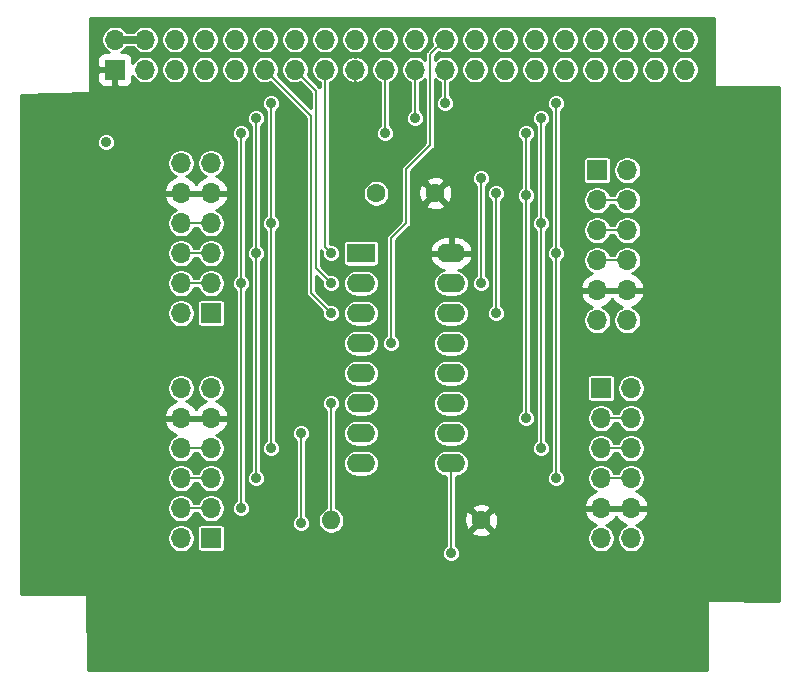
<source format=gbr>
G04 #@! TF.GenerationSoftware,KiCad,Pcbnew,(5.1.5)-3*
G04 #@! TF.CreationDate,2021-03-10T17:58:51-05:00*
G04 #@! TF.ProjectId,RPI_SPI8,5250495f-5350-4493-982e-6b696361645f,X1*
G04 #@! TF.SameCoordinates,Original*
G04 #@! TF.FileFunction,Copper,L1,Top*
G04 #@! TF.FilePolarity,Positive*
%FSLAX46Y46*%
G04 Gerber Fmt 4.6, Leading zero omitted, Abs format (unit mm)*
G04 Created by KiCad (PCBNEW (5.1.5)-3) date 2021-03-10 17:58:51*
%MOMM*%
%LPD*%
G04 APERTURE LIST*
%ADD10O,1.700000X1.700000*%
%ADD11R,1.700000X1.700000*%
%ADD12R,2.400000X1.600000*%
%ADD13O,2.400000X1.600000*%
%ADD14C,1.600000*%
%ADD15O,1.600000X1.600000*%
%ADD16C,0.889000*%
%ADD17C,0.152400*%
%ADD18C,0.635000*%
%ADD19C,0.203200*%
%ADD20C,0.254000*%
G04 APERTURE END LIST*
D10*
X13970000Y-31750000D03*
X16510000Y-31750000D03*
X13970000Y-34290000D03*
X16510000Y-34290000D03*
X13970000Y-36830000D03*
X16510000Y-36830000D03*
X13970000Y-39370000D03*
X16510000Y-39370000D03*
X13970000Y-41910000D03*
X16510000Y-41910000D03*
X13970000Y-44450000D03*
D11*
X16510000Y-44450000D03*
D10*
X56630000Y-2230000D03*
X56630000Y-4770000D03*
X54090000Y-2230000D03*
X54090000Y-4770000D03*
X51550000Y-2230000D03*
X51550000Y-4770000D03*
X49010000Y-2230000D03*
X49010000Y-4770000D03*
X46470000Y-2230000D03*
X46470000Y-4770000D03*
X43930000Y-2230000D03*
X43930000Y-4770000D03*
X41390000Y-2230000D03*
X41390000Y-4770000D03*
X38850000Y-2230000D03*
X38850000Y-4770000D03*
X36310000Y-2230000D03*
X36310000Y-4770000D03*
X33770000Y-2230000D03*
X33770000Y-4770000D03*
X31230000Y-2230000D03*
X31230000Y-4770000D03*
X28690000Y-2230000D03*
X28690000Y-4770000D03*
X26150000Y-2230000D03*
X26150000Y-4770000D03*
X23610000Y-2230000D03*
X23610000Y-4770000D03*
X21070000Y-2230000D03*
X21070000Y-4770000D03*
X18530000Y-2230000D03*
X18530000Y-4770000D03*
X15990000Y-2230000D03*
X15990000Y-4770000D03*
X13450000Y-2230000D03*
X13450000Y-4770000D03*
X10910000Y-2230000D03*
X10910000Y-4770000D03*
X8370000Y-2230000D03*
D11*
X8370000Y-4770000D03*
X49530000Y-31750000D03*
D10*
X52070000Y-31750000D03*
X49530000Y-34290000D03*
X52070000Y-34290000D03*
X49530000Y-36830000D03*
X52070000Y-36830000D03*
X49530000Y-39370000D03*
X52070000Y-39370000D03*
X49530000Y-41910000D03*
X52070000Y-41910000D03*
X49530000Y-44450000D03*
X52070000Y-44450000D03*
D11*
X49200000Y-13300000D03*
D10*
X51740000Y-13300000D03*
X49200000Y-15840000D03*
X51740000Y-15840000D03*
X49200000Y-18380000D03*
X51740000Y-18380000D03*
X49200000Y-20920000D03*
X51740000Y-20920000D03*
X49200000Y-23460000D03*
X51740000Y-23460000D03*
X49200000Y-26000000D03*
X51740000Y-26000000D03*
D12*
X29210000Y-20320000D03*
D13*
X36830000Y-38100000D03*
X29210000Y-22860000D03*
X36830000Y-35560000D03*
X29210000Y-25400000D03*
X36830000Y-33020000D03*
X29210000Y-27940000D03*
X36830000Y-30480000D03*
X29210000Y-30480000D03*
X36830000Y-27940000D03*
X29210000Y-33020000D03*
X36830000Y-25400000D03*
X29210000Y-35560000D03*
X36830000Y-22860000D03*
X29210000Y-38100000D03*
X36830000Y-20320000D03*
D14*
X30480000Y-15240000D03*
X35480000Y-15240000D03*
X39370000Y-42926000D03*
D15*
X26670000Y-42926000D03*
D11*
X16510000Y-25400000D03*
D10*
X13970000Y-25400000D03*
X16510000Y-22860000D03*
X13970000Y-22860000D03*
X16510000Y-20320000D03*
X13970000Y-20320000D03*
X16510000Y-17780000D03*
X13970000Y-17780000D03*
X16510000Y-15240000D03*
X13970000Y-15240000D03*
X16510000Y-12700000D03*
X13970000Y-12700000D03*
D16*
X7620000Y-10922000D03*
X31750000Y-27940000D03*
X21590000Y-36830000D03*
X16510000Y-17780000D03*
X21590000Y-17780000D03*
X21590000Y-7620000D03*
X45720000Y-7620000D03*
X45720000Y-20320000D03*
X45720000Y-39370000D03*
X36322000Y-7620000D03*
X20320000Y-39370000D03*
X20320000Y-20320000D03*
X20320000Y-8890000D03*
X44450000Y-17780000D03*
X44450000Y-8890000D03*
X44450000Y-8890000D03*
X44450000Y-36830000D03*
X33782000Y-8890000D03*
X19050000Y-41910000D03*
X19050000Y-22860000D03*
X19050000Y-10160000D03*
X43180000Y-15434499D03*
X43180000Y-10160000D03*
X43180000Y-34290000D03*
X31242000Y-10160000D03*
X26670000Y-20320000D03*
X26670000Y-22860000D03*
X26670000Y-25400000D03*
X36830000Y-45720000D03*
X40640000Y-15240000D03*
X40640000Y-25400000D03*
X24130000Y-43180000D03*
X24130000Y-35560000D03*
X39370000Y-22860000D03*
X39370000Y-13970000D03*
X26670000Y-33020000D03*
D17*
X7540000Y-10842000D02*
X7620000Y-10922000D01*
D18*
X8370000Y-2230000D02*
X10910000Y-2230000D01*
X8370000Y-2230000D02*
X7930000Y-2230000D01*
D19*
X28690000Y-4770000D02*
X28690000Y-5957000D01*
X31750000Y-27940000D02*
X31750000Y-19050000D01*
X33020000Y-17780000D02*
X33020000Y-13208000D01*
X35052000Y-3488000D02*
X36310000Y-2230000D01*
X33020000Y-13208000D02*
X35052000Y-11176000D01*
X31750000Y-19050000D02*
X33020000Y-17780000D01*
X35052000Y-11176000D02*
X35052000Y-3488000D01*
D17*
X36310000Y-5062908D02*
X36310000Y-4770000D01*
D19*
X51740000Y-20920000D02*
X49200000Y-20920000D01*
X13970000Y-17780000D02*
X16510000Y-17780000D01*
X13970000Y-36830000D02*
X16510000Y-36830000D01*
X21590000Y-36830000D02*
X21590000Y-17780000D01*
X21590000Y-17780000D02*
X21590000Y-7620000D01*
X45720000Y-7620000D02*
X45720000Y-20320000D01*
X45720000Y-39370000D02*
X45720000Y-20320000D01*
X36310000Y-7608000D02*
X36322000Y-7620000D01*
X36310000Y-4770000D02*
X36310000Y-7608000D01*
X50732081Y-39370000D02*
X52070000Y-39370000D01*
X49530000Y-39370000D02*
X50732081Y-39370000D01*
X51740000Y-18380000D02*
X49200000Y-18380000D01*
X13970000Y-20320000D02*
X16510000Y-20320000D01*
X13970000Y-39370000D02*
X16510000Y-39370000D01*
X20320000Y-39370000D02*
X20320000Y-20320000D01*
X20320000Y-20320000D02*
X20320000Y-8890000D01*
X44450000Y-17780000D02*
X44450000Y-8890000D01*
X44450000Y-8890000D02*
X44450000Y-8890000D01*
X44450000Y-8890000D02*
X44450000Y-8890000D01*
X44450000Y-17780000D02*
X44450000Y-36830000D01*
X33770000Y-4770000D02*
X33770000Y-8878000D01*
X33770000Y-8878000D02*
X33782000Y-8890000D01*
X49530000Y-36830000D02*
X52070000Y-36830000D01*
X51740000Y-15840000D02*
X49200000Y-15840000D01*
X13970000Y-22860000D02*
X16510000Y-22860000D01*
X13970000Y-41910000D02*
X16510000Y-41910000D01*
X19050000Y-41910000D02*
X19050000Y-22860000D01*
X19050000Y-22860000D02*
X19050000Y-10160000D01*
X43180000Y-15434499D02*
X43180000Y-10160000D01*
X43180000Y-15434499D02*
X43180000Y-34290000D01*
X31230000Y-10148000D02*
X31242000Y-10160000D01*
X31230000Y-4770000D02*
X31230000Y-10148000D01*
X49530000Y-34290000D02*
X52070000Y-34290000D01*
X26150000Y-19800000D02*
X26670000Y-20320000D01*
X26150000Y-4770000D02*
X26150000Y-19800000D01*
X26670000Y-22860000D02*
X25400000Y-21590000D01*
X25400000Y-6560000D02*
X23610000Y-4770000D01*
X25400000Y-21590000D02*
X25400000Y-6560000D01*
X26670000Y-25400000D02*
X24993590Y-23723590D01*
X24993590Y-8693590D02*
X21070000Y-4770000D01*
X24993590Y-23723590D02*
X24993590Y-8693590D01*
X36830000Y-45720000D02*
X36830000Y-38100000D01*
X40640000Y-25400000D02*
X40640000Y-15240000D01*
X24130000Y-43180000D02*
X24130000Y-35560000D01*
X24130000Y-35560000D02*
X24130000Y-36830000D01*
X39370000Y-22860000D02*
X39370000Y-13970000D01*
X26670000Y-42926000D02*
X26670000Y-33020000D01*
D20*
G36*
X59055000Y-6096000D02*
G01*
X59057440Y-6120776D01*
X59064667Y-6144601D01*
X59076403Y-6166557D01*
X59092197Y-6185803D01*
X59111443Y-6201597D01*
X59133399Y-6213333D01*
X59157224Y-6220560D01*
X59182000Y-6223000D01*
X64619800Y-6223000D01*
X64619801Y-49768536D01*
X58602016Y-49673016D01*
X58577204Y-49675063D01*
X58553268Y-49681911D01*
X58531127Y-49693297D01*
X58511634Y-49708783D01*
X58495536Y-49727776D01*
X58483453Y-49749543D01*
X58475849Y-49773250D01*
X58473000Y-49800000D01*
X58473000Y-55619800D01*
X6123060Y-55619800D01*
X6026985Y-49298070D01*
X6024169Y-49273334D01*
X6016581Y-49249622D01*
X6004512Y-49227846D01*
X5988428Y-49208843D01*
X5968945Y-49193343D01*
X5946812Y-49181942D01*
X5922881Y-49175078D01*
X5900000Y-49173000D01*
X380200Y-49173000D01*
X380200Y-44333760D01*
X12789800Y-44333760D01*
X12789800Y-44566240D01*
X12835155Y-44794252D01*
X12924121Y-45009034D01*
X13053279Y-45202333D01*
X13217667Y-45366721D01*
X13410966Y-45495879D01*
X13625748Y-45584845D01*
X13853760Y-45630200D01*
X14086240Y-45630200D01*
X14314252Y-45584845D01*
X14529034Y-45495879D01*
X14722333Y-45366721D01*
X14886721Y-45202333D01*
X15015879Y-45009034D01*
X15104845Y-44794252D01*
X15150200Y-44566240D01*
X15150200Y-44333760D01*
X15104845Y-44105748D01*
X15015879Y-43890966D01*
X14886721Y-43697667D01*
X14789054Y-43600000D01*
X15328203Y-43600000D01*
X15328203Y-45300000D01*
X15334578Y-45364730D01*
X15353460Y-45426973D01*
X15384121Y-45484337D01*
X15425384Y-45534616D01*
X15475663Y-45575879D01*
X15533027Y-45606540D01*
X15595270Y-45625422D01*
X15660000Y-45631797D01*
X17360000Y-45631797D01*
X17424730Y-45625422D01*
X17486973Y-45606540D01*
X17544337Y-45575879D01*
X17594616Y-45534616D01*
X17635879Y-45484337D01*
X17666540Y-45426973D01*
X17685422Y-45364730D01*
X17691797Y-45300000D01*
X17691797Y-43600000D01*
X17685422Y-43535270D01*
X17666540Y-43473027D01*
X17635879Y-43415663D01*
X17594616Y-43365384D01*
X17544337Y-43324121D01*
X17486973Y-43293460D01*
X17424730Y-43274578D01*
X17360000Y-43268203D01*
X15660000Y-43268203D01*
X15595270Y-43274578D01*
X15533027Y-43293460D01*
X15475663Y-43324121D01*
X15425384Y-43365384D01*
X15384121Y-43415663D01*
X15353460Y-43473027D01*
X15334578Y-43535270D01*
X15328203Y-43600000D01*
X14789054Y-43600000D01*
X14722333Y-43533279D01*
X14529034Y-43404121D01*
X14314252Y-43315155D01*
X14086240Y-43269800D01*
X13853760Y-43269800D01*
X13625748Y-43315155D01*
X13410966Y-43404121D01*
X13217667Y-43533279D01*
X13053279Y-43697667D01*
X12924121Y-43890966D01*
X12835155Y-44105748D01*
X12789800Y-44333760D01*
X380200Y-44333760D01*
X380200Y-41793760D01*
X12789800Y-41793760D01*
X12789800Y-42026240D01*
X12835155Y-42254252D01*
X12924121Y-42469034D01*
X13053279Y-42662333D01*
X13217667Y-42826721D01*
X13410966Y-42955879D01*
X13625748Y-43044845D01*
X13853760Y-43090200D01*
X14086240Y-43090200D01*
X14314252Y-43044845D01*
X14529034Y-42955879D01*
X14722333Y-42826721D01*
X14886721Y-42662333D01*
X15015879Y-42469034D01*
X15068581Y-42341800D01*
X15411419Y-42341800D01*
X15464121Y-42469034D01*
X15593279Y-42662333D01*
X15757667Y-42826721D01*
X15950966Y-42955879D01*
X16165748Y-43044845D01*
X16393760Y-43090200D01*
X16626240Y-43090200D01*
X16854252Y-43044845D01*
X17069034Y-42955879D01*
X17262333Y-42826721D01*
X17426721Y-42662333D01*
X17555879Y-42469034D01*
X17644845Y-42254252D01*
X17690200Y-42026240D01*
X17690200Y-41793760D01*
X17644845Y-41565748D01*
X17555879Y-41350966D01*
X17426721Y-41157667D01*
X17262333Y-40993279D01*
X17069034Y-40864121D01*
X16854252Y-40775155D01*
X16626240Y-40729800D01*
X16393760Y-40729800D01*
X16165748Y-40775155D01*
X15950966Y-40864121D01*
X15757667Y-40993279D01*
X15593279Y-41157667D01*
X15464121Y-41350966D01*
X15411419Y-41478200D01*
X15068581Y-41478200D01*
X15015879Y-41350966D01*
X14886721Y-41157667D01*
X14722333Y-40993279D01*
X14529034Y-40864121D01*
X14314252Y-40775155D01*
X14086240Y-40729800D01*
X13853760Y-40729800D01*
X13625748Y-40775155D01*
X13410966Y-40864121D01*
X13217667Y-40993279D01*
X13053279Y-41157667D01*
X12924121Y-41350966D01*
X12835155Y-41565748D01*
X12789800Y-41793760D01*
X380200Y-41793760D01*
X380200Y-39253760D01*
X12789800Y-39253760D01*
X12789800Y-39486240D01*
X12835155Y-39714252D01*
X12924121Y-39929034D01*
X13053279Y-40122333D01*
X13217667Y-40286721D01*
X13410966Y-40415879D01*
X13625748Y-40504845D01*
X13853760Y-40550200D01*
X14086240Y-40550200D01*
X14314252Y-40504845D01*
X14529034Y-40415879D01*
X14722333Y-40286721D01*
X14886721Y-40122333D01*
X15015879Y-39929034D01*
X15068581Y-39801800D01*
X15411419Y-39801800D01*
X15464121Y-39929034D01*
X15593279Y-40122333D01*
X15757667Y-40286721D01*
X15950966Y-40415879D01*
X16165748Y-40504845D01*
X16393760Y-40550200D01*
X16626240Y-40550200D01*
X16854252Y-40504845D01*
X17069034Y-40415879D01*
X17262333Y-40286721D01*
X17426721Y-40122333D01*
X17555879Y-39929034D01*
X17644845Y-39714252D01*
X17690200Y-39486240D01*
X17690200Y-39253760D01*
X17644845Y-39025748D01*
X17555879Y-38810966D01*
X17426721Y-38617667D01*
X17262333Y-38453279D01*
X17069034Y-38324121D01*
X16854252Y-38235155D01*
X16626240Y-38189800D01*
X16393760Y-38189800D01*
X16165748Y-38235155D01*
X15950966Y-38324121D01*
X15757667Y-38453279D01*
X15593279Y-38617667D01*
X15464121Y-38810966D01*
X15411419Y-38938200D01*
X15068581Y-38938200D01*
X15015879Y-38810966D01*
X14886721Y-38617667D01*
X14722333Y-38453279D01*
X14529034Y-38324121D01*
X14314252Y-38235155D01*
X14086240Y-38189800D01*
X13853760Y-38189800D01*
X13625748Y-38235155D01*
X13410966Y-38324121D01*
X13217667Y-38453279D01*
X13053279Y-38617667D01*
X12924121Y-38810966D01*
X12835155Y-39025748D01*
X12789800Y-39253760D01*
X380200Y-39253760D01*
X380200Y-34646890D01*
X12528524Y-34646890D01*
X12573175Y-34794099D01*
X12698359Y-35056920D01*
X12872412Y-35290269D01*
X13088645Y-35485178D01*
X13338748Y-35634157D01*
X13572676Y-35717138D01*
X13410966Y-35784121D01*
X13217667Y-35913279D01*
X13053279Y-36077667D01*
X12924121Y-36270966D01*
X12835155Y-36485748D01*
X12789800Y-36713760D01*
X12789800Y-36946240D01*
X12835155Y-37174252D01*
X12924121Y-37389034D01*
X13053279Y-37582333D01*
X13217667Y-37746721D01*
X13410966Y-37875879D01*
X13625748Y-37964845D01*
X13853760Y-38010200D01*
X14086240Y-38010200D01*
X14314252Y-37964845D01*
X14529034Y-37875879D01*
X14722333Y-37746721D01*
X14886721Y-37582333D01*
X15015879Y-37389034D01*
X15068581Y-37261800D01*
X15411419Y-37261800D01*
X15464121Y-37389034D01*
X15593279Y-37582333D01*
X15757667Y-37746721D01*
X15950966Y-37875879D01*
X16165748Y-37964845D01*
X16393760Y-38010200D01*
X16626240Y-38010200D01*
X16854252Y-37964845D01*
X17069034Y-37875879D01*
X17262333Y-37746721D01*
X17426721Y-37582333D01*
X17555879Y-37389034D01*
X17644845Y-37174252D01*
X17690200Y-36946240D01*
X17690200Y-36713760D01*
X17644845Y-36485748D01*
X17555879Y-36270966D01*
X17426721Y-36077667D01*
X17262333Y-35913279D01*
X17069034Y-35784121D01*
X16907324Y-35717138D01*
X17141252Y-35634157D01*
X17391355Y-35485178D01*
X17607588Y-35290269D01*
X17781641Y-35056920D01*
X17906825Y-34794099D01*
X17951476Y-34646890D01*
X17830155Y-34417000D01*
X16637000Y-34417000D01*
X16637000Y-34437000D01*
X16383000Y-34437000D01*
X16383000Y-34417000D01*
X14097000Y-34417000D01*
X14097000Y-34437000D01*
X13843000Y-34437000D01*
X13843000Y-34417000D01*
X12649845Y-34417000D01*
X12528524Y-34646890D01*
X380200Y-34646890D01*
X380200Y-33933110D01*
X12528524Y-33933110D01*
X12649845Y-34163000D01*
X13843000Y-34163000D01*
X13843000Y-34143000D01*
X14097000Y-34143000D01*
X14097000Y-34163000D01*
X16383000Y-34163000D01*
X16383000Y-34143000D01*
X16637000Y-34143000D01*
X16637000Y-34163000D01*
X17830155Y-34163000D01*
X17951476Y-33933110D01*
X17906825Y-33785901D01*
X17781641Y-33523080D01*
X17607588Y-33289731D01*
X17391355Y-33094822D01*
X17141252Y-32945843D01*
X16907324Y-32862862D01*
X17069034Y-32795879D01*
X17262333Y-32666721D01*
X17426721Y-32502333D01*
X17555879Y-32309034D01*
X17644845Y-32094252D01*
X17690200Y-31866240D01*
X17690200Y-31633760D01*
X17644845Y-31405748D01*
X17555879Y-31190966D01*
X17426721Y-30997667D01*
X17262333Y-30833279D01*
X17069034Y-30704121D01*
X16854252Y-30615155D01*
X16626240Y-30569800D01*
X16393760Y-30569800D01*
X16165748Y-30615155D01*
X15950966Y-30704121D01*
X15757667Y-30833279D01*
X15593279Y-30997667D01*
X15464121Y-31190966D01*
X15375155Y-31405748D01*
X15329800Y-31633760D01*
X15329800Y-31866240D01*
X15375155Y-32094252D01*
X15464121Y-32309034D01*
X15593279Y-32502333D01*
X15757667Y-32666721D01*
X15950966Y-32795879D01*
X16112676Y-32862862D01*
X15878748Y-32945843D01*
X15628645Y-33094822D01*
X15412412Y-33289731D01*
X15240000Y-33520880D01*
X15067588Y-33289731D01*
X14851355Y-33094822D01*
X14601252Y-32945843D01*
X14367324Y-32862862D01*
X14529034Y-32795879D01*
X14722333Y-32666721D01*
X14886721Y-32502333D01*
X15015879Y-32309034D01*
X15104845Y-32094252D01*
X15150200Y-31866240D01*
X15150200Y-31633760D01*
X15104845Y-31405748D01*
X15015879Y-31190966D01*
X14886721Y-30997667D01*
X14722333Y-30833279D01*
X14529034Y-30704121D01*
X14314252Y-30615155D01*
X14086240Y-30569800D01*
X13853760Y-30569800D01*
X13625748Y-30615155D01*
X13410966Y-30704121D01*
X13217667Y-30833279D01*
X13053279Y-30997667D01*
X12924121Y-31190966D01*
X12835155Y-31405748D01*
X12789800Y-31633760D01*
X12789800Y-31866240D01*
X12835155Y-32094252D01*
X12924121Y-32309034D01*
X13053279Y-32502333D01*
X13217667Y-32666721D01*
X13410966Y-32795879D01*
X13572676Y-32862862D01*
X13338748Y-32945843D01*
X13088645Y-33094822D01*
X12872412Y-33289731D01*
X12698359Y-33523080D01*
X12573175Y-33785901D01*
X12528524Y-33933110D01*
X380200Y-33933110D01*
X380200Y-25283760D01*
X12789800Y-25283760D01*
X12789800Y-25516240D01*
X12835155Y-25744252D01*
X12924121Y-25959034D01*
X13053279Y-26152333D01*
X13217667Y-26316721D01*
X13410966Y-26445879D01*
X13625748Y-26534845D01*
X13853760Y-26580200D01*
X14086240Y-26580200D01*
X14314252Y-26534845D01*
X14529034Y-26445879D01*
X14722333Y-26316721D01*
X14886721Y-26152333D01*
X15015879Y-25959034D01*
X15104845Y-25744252D01*
X15150200Y-25516240D01*
X15150200Y-25283760D01*
X15104845Y-25055748D01*
X15015879Y-24840966D01*
X14886721Y-24647667D01*
X14789054Y-24550000D01*
X15328203Y-24550000D01*
X15328203Y-26250000D01*
X15334578Y-26314730D01*
X15353460Y-26376973D01*
X15384121Y-26434337D01*
X15425384Y-26484616D01*
X15475663Y-26525879D01*
X15533027Y-26556540D01*
X15595270Y-26575422D01*
X15660000Y-26581797D01*
X17360000Y-26581797D01*
X17424730Y-26575422D01*
X17486973Y-26556540D01*
X17544337Y-26525879D01*
X17594616Y-26484616D01*
X17635879Y-26434337D01*
X17666540Y-26376973D01*
X17685422Y-26314730D01*
X17691797Y-26250000D01*
X17691797Y-24550000D01*
X17685422Y-24485270D01*
X17666540Y-24423027D01*
X17635879Y-24365663D01*
X17594616Y-24315384D01*
X17544337Y-24274121D01*
X17486973Y-24243460D01*
X17424730Y-24224578D01*
X17360000Y-24218203D01*
X15660000Y-24218203D01*
X15595270Y-24224578D01*
X15533027Y-24243460D01*
X15475663Y-24274121D01*
X15425384Y-24315384D01*
X15384121Y-24365663D01*
X15353460Y-24423027D01*
X15334578Y-24485270D01*
X15328203Y-24550000D01*
X14789054Y-24550000D01*
X14722333Y-24483279D01*
X14529034Y-24354121D01*
X14314252Y-24265155D01*
X14086240Y-24219800D01*
X13853760Y-24219800D01*
X13625748Y-24265155D01*
X13410966Y-24354121D01*
X13217667Y-24483279D01*
X13053279Y-24647667D01*
X12924121Y-24840966D01*
X12835155Y-25055748D01*
X12789800Y-25283760D01*
X380200Y-25283760D01*
X380200Y-22743760D01*
X12789800Y-22743760D01*
X12789800Y-22976240D01*
X12835155Y-23204252D01*
X12924121Y-23419034D01*
X13053279Y-23612333D01*
X13217667Y-23776721D01*
X13410966Y-23905879D01*
X13625748Y-23994845D01*
X13853760Y-24040200D01*
X14086240Y-24040200D01*
X14314252Y-23994845D01*
X14529034Y-23905879D01*
X14722333Y-23776721D01*
X14886721Y-23612333D01*
X15015879Y-23419034D01*
X15068581Y-23291800D01*
X15411419Y-23291800D01*
X15464121Y-23419034D01*
X15593279Y-23612333D01*
X15757667Y-23776721D01*
X15950966Y-23905879D01*
X16165748Y-23994845D01*
X16393760Y-24040200D01*
X16626240Y-24040200D01*
X16854252Y-23994845D01*
X17069034Y-23905879D01*
X17262333Y-23776721D01*
X17426721Y-23612333D01*
X17555879Y-23419034D01*
X17644845Y-23204252D01*
X17690200Y-22976240D01*
X17690200Y-22743760D01*
X17644845Y-22515748D01*
X17555879Y-22300966D01*
X17426721Y-22107667D01*
X17262333Y-21943279D01*
X17069034Y-21814121D01*
X16854252Y-21725155D01*
X16626240Y-21679800D01*
X16393760Y-21679800D01*
X16165748Y-21725155D01*
X15950966Y-21814121D01*
X15757667Y-21943279D01*
X15593279Y-22107667D01*
X15464121Y-22300966D01*
X15411419Y-22428200D01*
X15068581Y-22428200D01*
X15015879Y-22300966D01*
X14886721Y-22107667D01*
X14722333Y-21943279D01*
X14529034Y-21814121D01*
X14314252Y-21725155D01*
X14086240Y-21679800D01*
X13853760Y-21679800D01*
X13625748Y-21725155D01*
X13410966Y-21814121D01*
X13217667Y-21943279D01*
X13053279Y-22107667D01*
X12924121Y-22300966D01*
X12835155Y-22515748D01*
X12789800Y-22743760D01*
X380200Y-22743760D01*
X380200Y-20203760D01*
X12789800Y-20203760D01*
X12789800Y-20436240D01*
X12835155Y-20664252D01*
X12924121Y-20879034D01*
X13053279Y-21072333D01*
X13217667Y-21236721D01*
X13410966Y-21365879D01*
X13625748Y-21454845D01*
X13853760Y-21500200D01*
X14086240Y-21500200D01*
X14314252Y-21454845D01*
X14529034Y-21365879D01*
X14722333Y-21236721D01*
X14886721Y-21072333D01*
X15015879Y-20879034D01*
X15068581Y-20751800D01*
X15411419Y-20751800D01*
X15464121Y-20879034D01*
X15593279Y-21072333D01*
X15757667Y-21236721D01*
X15950966Y-21365879D01*
X16165748Y-21454845D01*
X16393760Y-21500200D01*
X16626240Y-21500200D01*
X16854252Y-21454845D01*
X17069034Y-21365879D01*
X17262333Y-21236721D01*
X17426721Y-21072333D01*
X17555879Y-20879034D01*
X17644845Y-20664252D01*
X17690200Y-20436240D01*
X17690200Y-20203760D01*
X17644845Y-19975748D01*
X17555879Y-19760966D01*
X17426721Y-19567667D01*
X17262333Y-19403279D01*
X17069034Y-19274121D01*
X16854252Y-19185155D01*
X16626240Y-19139800D01*
X16393760Y-19139800D01*
X16165748Y-19185155D01*
X15950966Y-19274121D01*
X15757667Y-19403279D01*
X15593279Y-19567667D01*
X15464121Y-19760966D01*
X15411419Y-19888200D01*
X15068581Y-19888200D01*
X15015879Y-19760966D01*
X14886721Y-19567667D01*
X14722333Y-19403279D01*
X14529034Y-19274121D01*
X14314252Y-19185155D01*
X14086240Y-19139800D01*
X13853760Y-19139800D01*
X13625748Y-19185155D01*
X13410966Y-19274121D01*
X13217667Y-19403279D01*
X13053279Y-19567667D01*
X12924121Y-19760966D01*
X12835155Y-19975748D01*
X12789800Y-20203760D01*
X380200Y-20203760D01*
X380200Y-15596890D01*
X12528524Y-15596890D01*
X12573175Y-15744099D01*
X12698359Y-16006920D01*
X12872412Y-16240269D01*
X13088645Y-16435178D01*
X13338748Y-16584157D01*
X13572676Y-16667138D01*
X13410966Y-16734121D01*
X13217667Y-16863279D01*
X13053279Y-17027667D01*
X12924121Y-17220966D01*
X12835155Y-17435748D01*
X12789800Y-17663760D01*
X12789800Y-17896240D01*
X12835155Y-18124252D01*
X12924121Y-18339034D01*
X13053279Y-18532333D01*
X13217667Y-18696721D01*
X13410966Y-18825879D01*
X13625748Y-18914845D01*
X13853760Y-18960200D01*
X14086240Y-18960200D01*
X14314252Y-18914845D01*
X14529034Y-18825879D01*
X14722333Y-18696721D01*
X14886721Y-18532333D01*
X15015879Y-18339034D01*
X15068581Y-18211800D01*
X15411419Y-18211800D01*
X15464121Y-18339034D01*
X15593279Y-18532333D01*
X15757667Y-18696721D01*
X15950966Y-18825879D01*
X16165748Y-18914845D01*
X16393760Y-18960200D01*
X16626240Y-18960200D01*
X16854252Y-18914845D01*
X17069034Y-18825879D01*
X17262333Y-18696721D01*
X17426721Y-18532333D01*
X17555879Y-18339034D01*
X17644845Y-18124252D01*
X17690200Y-17896240D01*
X17690200Y-17663760D01*
X17644845Y-17435748D01*
X17555879Y-17220966D01*
X17426721Y-17027667D01*
X17262333Y-16863279D01*
X17069034Y-16734121D01*
X16907324Y-16667138D01*
X17141252Y-16584157D01*
X17391355Y-16435178D01*
X17607588Y-16240269D01*
X17781641Y-16006920D01*
X17906825Y-15744099D01*
X17951476Y-15596890D01*
X17830155Y-15367000D01*
X16637000Y-15367000D01*
X16637000Y-15387000D01*
X16383000Y-15387000D01*
X16383000Y-15367000D01*
X14097000Y-15367000D01*
X14097000Y-15387000D01*
X13843000Y-15387000D01*
X13843000Y-15367000D01*
X12649845Y-15367000D01*
X12528524Y-15596890D01*
X380200Y-15596890D01*
X380200Y-14883110D01*
X12528524Y-14883110D01*
X12649845Y-15113000D01*
X13843000Y-15113000D01*
X13843000Y-15093000D01*
X14097000Y-15093000D01*
X14097000Y-15113000D01*
X16383000Y-15113000D01*
X16383000Y-15093000D01*
X16637000Y-15093000D01*
X16637000Y-15113000D01*
X17830155Y-15113000D01*
X17951476Y-14883110D01*
X17906825Y-14735901D01*
X17781641Y-14473080D01*
X17607588Y-14239731D01*
X17391355Y-14044822D01*
X17141252Y-13895843D01*
X16907324Y-13812862D01*
X17069034Y-13745879D01*
X17262333Y-13616721D01*
X17426721Y-13452333D01*
X17555879Y-13259034D01*
X17644845Y-13044252D01*
X17690200Y-12816240D01*
X17690200Y-12583760D01*
X17644845Y-12355748D01*
X17555879Y-12140966D01*
X17426721Y-11947667D01*
X17262333Y-11783279D01*
X17069034Y-11654121D01*
X16854252Y-11565155D01*
X16626240Y-11519800D01*
X16393760Y-11519800D01*
X16165748Y-11565155D01*
X15950966Y-11654121D01*
X15757667Y-11783279D01*
X15593279Y-11947667D01*
X15464121Y-12140966D01*
X15375155Y-12355748D01*
X15329800Y-12583760D01*
X15329800Y-12816240D01*
X15375155Y-13044252D01*
X15464121Y-13259034D01*
X15593279Y-13452333D01*
X15757667Y-13616721D01*
X15950966Y-13745879D01*
X16112676Y-13812862D01*
X15878748Y-13895843D01*
X15628645Y-14044822D01*
X15412412Y-14239731D01*
X15240000Y-14470880D01*
X15067588Y-14239731D01*
X14851355Y-14044822D01*
X14601252Y-13895843D01*
X14367324Y-13812862D01*
X14529034Y-13745879D01*
X14722333Y-13616721D01*
X14886721Y-13452333D01*
X15015879Y-13259034D01*
X15104845Y-13044252D01*
X15150200Y-12816240D01*
X15150200Y-12583760D01*
X15104845Y-12355748D01*
X15015879Y-12140966D01*
X14886721Y-11947667D01*
X14722333Y-11783279D01*
X14529034Y-11654121D01*
X14314252Y-11565155D01*
X14086240Y-11519800D01*
X13853760Y-11519800D01*
X13625748Y-11565155D01*
X13410966Y-11654121D01*
X13217667Y-11783279D01*
X13053279Y-11947667D01*
X12924121Y-12140966D01*
X12835155Y-12355748D01*
X12789800Y-12583760D01*
X12789800Y-12816240D01*
X12835155Y-13044252D01*
X12924121Y-13259034D01*
X13053279Y-13452333D01*
X13217667Y-13616721D01*
X13410966Y-13745879D01*
X13572676Y-13812862D01*
X13338748Y-13895843D01*
X13088645Y-14044822D01*
X12872412Y-14239731D01*
X12698359Y-14473080D01*
X12573175Y-14735901D01*
X12528524Y-14883110D01*
X380200Y-14883110D01*
X380200Y-10845699D01*
X6845300Y-10845699D01*
X6845300Y-10998301D01*
X6875072Y-11147972D01*
X6933470Y-11288958D01*
X7018252Y-11415842D01*
X7126158Y-11523748D01*
X7253042Y-11608530D01*
X7394028Y-11666928D01*
X7543699Y-11696700D01*
X7696301Y-11696700D01*
X7845972Y-11666928D01*
X7986958Y-11608530D01*
X8113842Y-11523748D01*
X8221748Y-11415842D01*
X8306530Y-11288958D01*
X8364928Y-11147972D01*
X8394700Y-10998301D01*
X8394700Y-10845699D01*
X8364928Y-10696028D01*
X8306530Y-10555042D01*
X8221748Y-10428158D01*
X8113842Y-10320252D01*
X7986958Y-10235470D01*
X7845972Y-10177072D01*
X7696301Y-10147300D01*
X7543699Y-10147300D01*
X7394028Y-10177072D01*
X7253042Y-10235470D01*
X7126158Y-10320252D01*
X7018252Y-10428158D01*
X6933470Y-10555042D01*
X6875072Y-10696028D01*
X6845300Y-10845699D01*
X380200Y-10845699D01*
X380200Y-10083699D01*
X18275300Y-10083699D01*
X18275300Y-10236301D01*
X18305072Y-10385972D01*
X18363470Y-10526958D01*
X18448252Y-10653842D01*
X18556158Y-10761748D01*
X18618201Y-10803204D01*
X18618200Y-22216796D01*
X18556158Y-22258252D01*
X18448252Y-22366158D01*
X18363470Y-22493042D01*
X18305072Y-22634028D01*
X18275300Y-22783699D01*
X18275300Y-22936301D01*
X18305072Y-23085972D01*
X18363470Y-23226958D01*
X18448252Y-23353842D01*
X18556158Y-23461748D01*
X18618201Y-23503204D01*
X18618200Y-41266796D01*
X18556158Y-41308252D01*
X18448252Y-41416158D01*
X18363470Y-41543042D01*
X18305072Y-41684028D01*
X18275300Y-41833699D01*
X18275300Y-41986301D01*
X18305072Y-42135972D01*
X18363470Y-42276958D01*
X18448252Y-42403842D01*
X18556158Y-42511748D01*
X18683042Y-42596530D01*
X18824028Y-42654928D01*
X18973699Y-42684700D01*
X19126301Y-42684700D01*
X19275972Y-42654928D01*
X19416958Y-42596530D01*
X19543842Y-42511748D01*
X19651748Y-42403842D01*
X19736530Y-42276958D01*
X19794928Y-42135972D01*
X19824700Y-41986301D01*
X19824700Y-41833699D01*
X19794928Y-41684028D01*
X19736530Y-41543042D01*
X19651748Y-41416158D01*
X19543842Y-41308252D01*
X19481800Y-41266796D01*
X19481800Y-23503204D01*
X19543842Y-23461748D01*
X19651748Y-23353842D01*
X19736530Y-23226958D01*
X19794928Y-23085972D01*
X19824700Y-22936301D01*
X19824700Y-22783699D01*
X19794928Y-22634028D01*
X19736530Y-22493042D01*
X19651748Y-22366158D01*
X19543842Y-22258252D01*
X19481800Y-22216796D01*
X19481800Y-10803204D01*
X19543842Y-10761748D01*
X19651748Y-10653842D01*
X19736530Y-10526958D01*
X19794928Y-10385972D01*
X19824700Y-10236301D01*
X19824700Y-10083699D01*
X19794928Y-9934028D01*
X19736530Y-9793042D01*
X19651748Y-9666158D01*
X19543842Y-9558252D01*
X19416958Y-9473470D01*
X19275972Y-9415072D01*
X19126301Y-9385300D01*
X18973699Y-9385300D01*
X18824028Y-9415072D01*
X18683042Y-9473470D01*
X18556158Y-9558252D01*
X18448252Y-9666158D01*
X18363470Y-9793042D01*
X18305072Y-9934028D01*
X18275300Y-10083699D01*
X380200Y-10083699D01*
X380200Y-8813699D01*
X19545300Y-8813699D01*
X19545300Y-8966301D01*
X19575072Y-9115972D01*
X19633470Y-9256958D01*
X19718252Y-9383842D01*
X19826158Y-9491748D01*
X19888201Y-9533204D01*
X19888200Y-19676796D01*
X19826158Y-19718252D01*
X19718252Y-19826158D01*
X19633470Y-19953042D01*
X19575072Y-20094028D01*
X19545300Y-20243699D01*
X19545300Y-20396301D01*
X19575072Y-20545972D01*
X19633470Y-20686958D01*
X19718252Y-20813842D01*
X19826158Y-20921748D01*
X19888201Y-20963204D01*
X19888200Y-38726796D01*
X19826158Y-38768252D01*
X19718252Y-38876158D01*
X19633470Y-39003042D01*
X19575072Y-39144028D01*
X19545300Y-39293699D01*
X19545300Y-39446301D01*
X19575072Y-39595972D01*
X19633470Y-39736958D01*
X19718252Y-39863842D01*
X19826158Y-39971748D01*
X19953042Y-40056530D01*
X20094028Y-40114928D01*
X20243699Y-40144700D01*
X20396301Y-40144700D01*
X20545972Y-40114928D01*
X20686958Y-40056530D01*
X20813842Y-39971748D01*
X20921748Y-39863842D01*
X21006530Y-39736958D01*
X21064928Y-39595972D01*
X21094700Y-39446301D01*
X21094700Y-39293699D01*
X21064928Y-39144028D01*
X21006530Y-39003042D01*
X20921748Y-38876158D01*
X20813842Y-38768252D01*
X20751800Y-38726796D01*
X20751800Y-20963204D01*
X20813842Y-20921748D01*
X20921748Y-20813842D01*
X21006530Y-20686958D01*
X21064928Y-20545972D01*
X21094700Y-20396301D01*
X21094700Y-20243699D01*
X21064928Y-20094028D01*
X21006530Y-19953042D01*
X20921748Y-19826158D01*
X20813842Y-19718252D01*
X20751800Y-19676796D01*
X20751800Y-9533204D01*
X20813842Y-9491748D01*
X20921748Y-9383842D01*
X21006530Y-9256958D01*
X21064928Y-9115972D01*
X21094700Y-8966301D01*
X21094700Y-8813699D01*
X21064928Y-8664028D01*
X21006530Y-8523042D01*
X20921748Y-8396158D01*
X20813842Y-8288252D01*
X20686958Y-8203470D01*
X20545972Y-8145072D01*
X20396301Y-8115300D01*
X20243699Y-8115300D01*
X20094028Y-8145072D01*
X19953042Y-8203470D01*
X19826158Y-8288252D01*
X19718252Y-8396158D01*
X19633470Y-8523042D01*
X19575072Y-8664028D01*
X19545300Y-8813699D01*
X380200Y-8813699D01*
X380200Y-7543699D01*
X20815300Y-7543699D01*
X20815300Y-7696301D01*
X20845072Y-7845972D01*
X20903470Y-7986958D01*
X20988252Y-8113842D01*
X21096158Y-8221748D01*
X21158201Y-8263204D01*
X21158200Y-17136796D01*
X21096158Y-17178252D01*
X20988252Y-17286158D01*
X20903470Y-17413042D01*
X20845072Y-17554028D01*
X20815300Y-17703699D01*
X20815300Y-17856301D01*
X20845072Y-18005972D01*
X20903470Y-18146958D01*
X20988252Y-18273842D01*
X21096158Y-18381748D01*
X21158201Y-18423204D01*
X21158200Y-36186796D01*
X21096158Y-36228252D01*
X20988252Y-36336158D01*
X20903470Y-36463042D01*
X20845072Y-36604028D01*
X20815300Y-36753699D01*
X20815300Y-36906301D01*
X20845072Y-37055972D01*
X20903470Y-37196958D01*
X20988252Y-37323842D01*
X21096158Y-37431748D01*
X21223042Y-37516530D01*
X21364028Y-37574928D01*
X21513699Y-37604700D01*
X21666301Y-37604700D01*
X21815972Y-37574928D01*
X21956958Y-37516530D01*
X22083842Y-37431748D01*
X22191748Y-37323842D01*
X22276530Y-37196958D01*
X22334928Y-37055972D01*
X22364700Y-36906301D01*
X22364700Y-36753699D01*
X22334928Y-36604028D01*
X22276530Y-36463042D01*
X22191748Y-36336158D01*
X22083842Y-36228252D01*
X22021800Y-36186796D01*
X22021800Y-35483699D01*
X23355300Y-35483699D01*
X23355300Y-35636301D01*
X23385072Y-35785972D01*
X23443470Y-35926958D01*
X23528252Y-36053842D01*
X23636158Y-36161748D01*
X23698201Y-36203204D01*
X23698201Y-36228252D01*
X23698200Y-42536796D01*
X23636158Y-42578252D01*
X23528252Y-42686158D01*
X23443470Y-42813042D01*
X23385072Y-42954028D01*
X23355300Y-43103699D01*
X23355300Y-43256301D01*
X23385072Y-43405972D01*
X23443470Y-43546958D01*
X23528252Y-43673842D01*
X23636158Y-43781748D01*
X23763042Y-43866530D01*
X23904028Y-43924928D01*
X24053699Y-43954700D01*
X24206301Y-43954700D01*
X24355972Y-43924928D01*
X24496958Y-43866530D01*
X24623842Y-43781748D01*
X24731748Y-43673842D01*
X24816530Y-43546958D01*
X24874928Y-43405972D01*
X24904700Y-43256301D01*
X24904700Y-43103699D01*
X24874928Y-42954028D01*
X24817211Y-42814685D01*
X25539800Y-42814685D01*
X25539800Y-43037315D01*
X25583233Y-43255667D01*
X25668429Y-43461351D01*
X25792116Y-43646461D01*
X25949539Y-43803884D01*
X26134649Y-43927571D01*
X26340333Y-44012767D01*
X26558685Y-44056200D01*
X26781315Y-44056200D01*
X26999667Y-44012767D01*
X27205351Y-43927571D01*
X27390461Y-43803884D01*
X27547884Y-43646461D01*
X27671571Y-43461351D01*
X27756767Y-43255667D01*
X27800200Y-43037315D01*
X27800200Y-42814685D01*
X27756767Y-42596333D01*
X27671571Y-42390649D01*
X27547884Y-42205539D01*
X27390461Y-42048116D01*
X27205351Y-41924429D01*
X27101800Y-41881537D01*
X27101800Y-38100000D01*
X27674332Y-38100000D01*
X27696154Y-38321558D01*
X27760780Y-38534601D01*
X27865727Y-38730943D01*
X28006961Y-38903039D01*
X28179057Y-39044273D01*
X28375399Y-39149220D01*
X28588442Y-39213846D01*
X28754484Y-39230200D01*
X29665516Y-39230200D01*
X29831558Y-39213846D01*
X30044601Y-39149220D01*
X30240943Y-39044273D01*
X30413039Y-38903039D01*
X30554273Y-38730943D01*
X30659220Y-38534601D01*
X30723846Y-38321558D01*
X30745668Y-38100000D01*
X35294332Y-38100000D01*
X35316154Y-38321558D01*
X35380780Y-38534601D01*
X35485727Y-38730943D01*
X35626961Y-38903039D01*
X35799057Y-39044273D01*
X35995399Y-39149220D01*
X36208442Y-39213846D01*
X36374484Y-39230200D01*
X36398201Y-39230200D01*
X36398200Y-45076796D01*
X36336158Y-45118252D01*
X36228252Y-45226158D01*
X36143470Y-45353042D01*
X36085072Y-45494028D01*
X36055300Y-45643699D01*
X36055300Y-45796301D01*
X36085072Y-45945972D01*
X36143470Y-46086958D01*
X36228252Y-46213842D01*
X36336158Y-46321748D01*
X36463042Y-46406530D01*
X36604028Y-46464928D01*
X36753699Y-46494700D01*
X36906301Y-46494700D01*
X37055972Y-46464928D01*
X37196958Y-46406530D01*
X37323842Y-46321748D01*
X37431748Y-46213842D01*
X37516530Y-46086958D01*
X37574928Y-45945972D01*
X37604700Y-45796301D01*
X37604700Y-45643699D01*
X37574928Y-45494028D01*
X37516530Y-45353042D01*
X37431748Y-45226158D01*
X37323842Y-45118252D01*
X37261800Y-45076796D01*
X37261800Y-43918702D01*
X38556903Y-43918702D01*
X38628486Y-44162671D01*
X38883996Y-44283571D01*
X39158184Y-44352300D01*
X39440512Y-44366217D01*
X39720130Y-44324787D01*
X39986292Y-44229603D01*
X40111514Y-44162671D01*
X40183097Y-43918702D01*
X39370000Y-43105605D01*
X38556903Y-43918702D01*
X37261800Y-43918702D01*
X37261800Y-42996512D01*
X37929783Y-42996512D01*
X37971213Y-43276130D01*
X38066397Y-43542292D01*
X38133329Y-43667514D01*
X38377298Y-43739097D01*
X39190395Y-42926000D01*
X39549605Y-42926000D01*
X40362702Y-43739097D01*
X40606671Y-43667514D01*
X40727571Y-43412004D01*
X40796300Y-43137816D01*
X40810217Y-42855488D01*
X40768787Y-42575870D01*
X40673603Y-42309708D01*
X40650717Y-42266890D01*
X48088524Y-42266890D01*
X48133175Y-42414099D01*
X48258359Y-42676920D01*
X48432412Y-42910269D01*
X48648645Y-43105178D01*
X48898748Y-43254157D01*
X49132676Y-43337138D01*
X48970966Y-43404121D01*
X48777667Y-43533279D01*
X48613279Y-43697667D01*
X48484121Y-43890966D01*
X48395155Y-44105748D01*
X48349800Y-44333760D01*
X48349800Y-44566240D01*
X48395155Y-44794252D01*
X48484121Y-45009034D01*
X48613279Y-45202333D01*
X48777667Y-45366721D01*
X48970966Y-45495879D01*
X49185748Y-45584845D01*
X49413760Y-45630200D01*
X49646240Y-45630200D01*
X49874252Y-45584845D01*
X50089034Y-45495879D01*
X50282333Y-45366721D01*
X50446721Y-45202333D01*
X50575879Y-45009034D01*
X50664845Y-44794252D01*
X50710200Y-44566240D01*
X50710200Y-44333760D01*
X50664845Y-44105748D01*
X50575879Y-43890966D01*
X50446721Y-43697667D01*
X50282333Y-43533279D01*
X50089034Y-43404121D01*
X49927324Y-43337138D01*
X50161252Y-43254157D01*
X50411355Y-43105178D01*
X50627588Y-42910269D01*
X50800000Y-42679120D01*
X50972412Y-42910269D01*
X51188645Y-43105178D01*
X51438748Y-43254157D01*
X51672676Y-43337138D01*
X51510966Y-43404121D01*
X51317667Y-43533279D01*
X51153279Y-43697667D01*
X51024121Y-43890966D01*
X50935155Y-44105748D01*
X50889800Y-44333760D01*
X50889800Y-44566240D01*
X50935155Y-44794252D01*
X51024121Y-45009034D01*
X51153279Y-45202333D01*
X51317667Y-45366721D01*
X51510966Y-45495879D01*
X51725748Y-45584845D01*
X51953760Y-45630200D01*
X52186240Y-45630200D01*
X52414252Y-45584845D01*
X52629034Y-45495879D01*
X52822333Y-45366721D01*
X52986721Y-45202333D01*
X53115879Y-45009034D01*
X53204845Y-44794252D01*
X53250200Y-44566240D01*
X53250200Y-44333760D01*
X53204845Y-44105748D01*
X53115879Y-43890966D01*
X52986721Y-43697667D01*
X52822333Y-43533279D01*
X52629034Y-43404121D01*
X52467324Y-43337138D01*
X52701252Y-43254157D01*
X52951355Y-43105178D01*
X53167588Y-42910269D01*
X53341641Y-42676920D01*
X53466825Y-42414099D01*
X53511476Y-42266890D01*
X53390155Y-42037000D01*
X52197000Y-42037000D01*
X52197000Y-42057000D01*
X51943000Y-42057000D01*
X51943000Y-42037000D01*
X49657000Y-42037000D01*
X49657000Y-42057000D01*
X49403000Y-42057000D01*
X49403000Y-42037000D01*
X48209845Y-42037000D01*
X48088524Y-42266890D01*
X40650717Y-42266890D01*
X40606671Y-42184486D01*
X40362702Y-42112903D01*
X39549605Y-42926000D01*
X39190395Y-42926000D01*
X38377298Y-42112903D01*
X38133329Y-42184486D01*
X38012429Y-42439996D01*
X37943700Y-42714184D01*
X37929783Y-42996512D01*
X37261800Y-42996512D01*
X37261800Y-41933298D01*
X38556903Y-41933298D01*
X39370000Y-42746395D01*
X40183097Y-41933298D01*
X40111514Y-41689329D01*
X39856004Y-41568429D01*
X39794891Y-41553110D01*
X48088524Y-41553110D01*
X48209845Y-41783000D01*
X49403000Y-41783000D01*
X49403000Y-41763000D01*
X49657000Y-41763000D01*
X49657000Y-41783000D01*
X51943000Y-41783000D01*
X51943000Y-41763000D01*
X52197000Y-41763000D01*
X52197000Y-41783000D01*
X53390155Y-41783000D01*
X53511476Y-41553110D01*
X53466825Y-41405901D01*
X53341641Y-41143080D01*
X53167588Y-40909731D01*
X52951355Y-40714822D01*
X52701252Y-40565843D01*
X52467324Y-40482862D01*
X52629034Y-40415879D01*
X52822333Y-40286721D01*
X52986721Y-40122333D01*
X53115879Y-39929034D01*
X53204845Y-39714252D01*
X53250200Y-39486240D01*
X53250200Y-39253760D01*
X53204845Y-39025748D01*
X53115879Y-38810966D01*
X52986721Y-38617667D01*
X52822333Y-38453279D01*
X52629034Y-38324121D01*
X52414252Y-38235155D01*
X52186240Y-38189800D01*
X51953760Y-38189800D01*
X51725748Y-38235155D01*
X51510966Y-38324121D01*
X51317667Y-38453279D01*
X51153279Y-38617667D01*
X51024121Y-38810966D01*
X50971419Y-38938200D01*
X50628581Y-38938200D01*
X50575879Y-38810966D01*
X50446721Y-38617667D01*
X50282333Y-38453279D01*
X50089034Y-38324121D01*
X49874252Y-38235155D01*
X49646240Y-38189800D01*
X49413760Y-38189800D01*
X49185748Y-38235155D01*
X48970966Y-38324121D01*
X48777667Y-38453279D01*
X48613279Y-38617667D01*
X48484121Y-38810966D01*
X48395155Y-39025748D01*
X48349800Y-39253760D01*
X48349800Y-39486240D01*
X48395155Y-39714252D01*
X48484121Y-39929034D01*
X48613279Y-40122333D01*
X48777667Y-40286721D01*
X48970966Y-40415879D01*
X49132676Y-40482862D01*
X48898748Y-40565843D01*
X48648645Y-40714822D01*
X48432412Y-40909731D01*
X48258359Y-41143080D01*
X48133175Y-41405901D01*
X48088524Y-41553110D01*
X39794891Y-41553110D01*
X39581816Y-41499700D01*
X39299488Y-41485783D01*
X39019870Y-41527213D01*
X38753708Y-41622397D01*
X38628486Y-41689329D01*
X38556903Y-41933298D01*
X37261800Y-41933298D01*
X37261800Y-39230200D01*
X37285516Y-39230200D01*
X37451558Y-39213846D01*
X37664601Y-39149220D01*
X37860943Y-39044273D01*
X38033039Y-38903039D01*
X38174273Y-38730943D01*
X38279220Y-38534601D01*
X38343846Y-38321558D01*
X38365668Y-38100000D01*
X38343846Y-37878442D01*
X38279220Y-37665399D01*
X38174273Y-37469057D01*
X38033039Y-37296961D01*
X37860943Y-37155727D01*
X37664601Y-37050780D01*
X37451558Y-36986154D01*
X37285516Y-36969800D01*
X36374484Y-36969800D01*
X36208442Y-36986154D01*
X35995399Y-37050780D01*
X35799057Y-37155727D01*
X35626961Y-37296961D01*
X35485727Y-37469057D01*
X35380780Y-37665399D01*
X35316154Y-37878442D01*
X35294332Y-38100000D01*
X30745668Y-38100000D01*
X30723846Y-37878442D01*
X30659220Y-37665399D01*
X30554273Y-37469057D01*
X30413039Y-37296961D01*
X30240943Y-37155727D01*
X30044601Y-37050780D01*
X29831558Y-36986154D01*
X29665516Y-36969800D01*
X28754484Y-36969800D01*
X28588442Y-36986154D01*
X28375399Y-37050780D01*
X28179057Y-37155727D01*
X28006961Y-37296961D01*
X27865727Y-37469057D01*
X27760780Y-37665399D01*
X27696154Y-37878442D01*
X27674332Y-38100000D01*
X27101800Y-38100000D01*
X27101800Y-35560000D01*
X27674332Y-35560000D01*
X27696154Y-35781558D01*
X27760780Y-35994601D01*
X27865727Y-36190943D01*
X28006961Y-36363039D01*
X28179057Y-36504273D01*
X28375399Y-36609220D01*
X28588442Y-36673846D01*
X28754484Y-36690200D01*
X29665516Y-36690200D01*
X29831558Y-36673846D01*
X30044601Y-36609220D01*
X30240943Y-36504273D01*
X30413039Y-36363039D01*
X30554273Y-36190943D01*
X30659220Y-35994601D01*
X30723846Y-35781558D01*
X30745668Y-35560000D01*
X35294332Y-35560000D01*
X35316154Y-35781558D01*
X35380780Y-35994601D01*
X35485727Y-36190943D01*
X35626961Y-36363039D01*
X35799057Y-36504273D01*
X35995399Y-36609220D01*
X36208442Y-36673846D01*
X36374484Y-36690200D01*
X37285516Y-36690200D01*
X37451558Y-36673846D01*
X37664601Y-36609220D01*
X37860943Y-36504273D01*
X38033039Y-36363039D01*
X38174273Y-36190943D01*
X38279220Y-35994601D01*
X38343846Y-35781558D01*
X38365668Y-35560000D01*
X38343846Y-35338442D01*
X38279220Y-35125399D01*
X38174273Y-34929057D01*
X38033039Y-34756961D01*
X37860943Y-34615727D01*
X37664601Y-34510780D01*
X37451558Y-34446154D01*
X37285516Y-34429800D01*
X36374484Y-34429800D01*
X36208442Y-34446154D01*
X35995399Y-34510780D01*
X35799057Y-34615727D01*
X35626961Y-34756961D01*
X35485727Y-34929057D01*
X35380780Y-35125399D01*
X35316154Y-35338442D01*
X35294332Y-35560000D01*
X30745668Y-35560000D01*
X30723846Y-35338442D01*
X30659220Y-35125399D01*
X30554273Y-34929057D01*
X30413039Y-34756961D01*
X30240943Y-34615727D01*
X30044601Y-34510780D01*
X29831558Y-34446154D01*
X29665516Y-34429800D01*
X28754484Y-34429800D01*
X28588442Y-34446154D01*
X28375399Y-34510780D01*
X28179057Y-34615727D01*
X28006961Y-34756961D01*
X27865727Y-34929057D01*
X27760780Y-35125399D01*
X27696154Y-35338442D01*
X27674332Y-35560000D01*
X27101800Y-35560000D01*
X27101800Y-33663204D01*
X27163842Y-33621748D01*
X27271748Y-33513842D01*
X27356530Y-33386958D01*
X27414928Y-33245972D01*
X27444700Y-33096301D01*
X27444700Y-33020000D01*
X27674332Y-33020000D01*
X27696154Y-33241558D01*
X27760780Y-33454601D01*
X27865727Y-33650943D01*
X28006961Y-33823039D01*
X28179057Y-33964273D01*
X28375399Y-34069220D01*
X28588442Y-34133846D01*
X28754484Y-34150200D01*
X29665516Y-34150200D01*
X29831558Y-34133846D01*
X30044601Y-34069220D01*
X30240943Y-33964273D01*
X30413039Y-33823039D01*
X30554273Y-33650943D01*
X30659220Y-33454601D01*
X30723846Y-33241558D01*
X30745668Y-33020000D01*
X35294332Y-33020000D01*
X35316154Y-33241558D01*
X35380780Y-33454601D01*
X35485727Y-33650943D01*
X35626961Y-33823039D01*
X35799057Y-33964273D01*
X35995399Y-34069220D01*
X36208442Y-34133846D01*
X36374484Y-34150200D01*
X37285516Y-34150200D01*
X37451558Y-34133846D01*
X37664601Y-34069220D01*
X37860943Y-33964273D01*
X38033039Y-33823039D01*
X38174273Y-33650943D01*
X38279220Y-33454601D01*
X38343846Y-33241558D01*
X38365668Y-33020000D01*
X38343846Y-32798442D01*
X38279220Y-32585399D01*
X38174273Y-32389057D01*
X38033039Y-32216961D01*
X37860943Y-32075727D01*
X37664601Y-31970780D01*
X37451558Y-31906154D01*
X37285516Y-31889800D01*
X36374484Y-31889800D01*
X36208442Y-31906154D01*
X35995399Y-31970780D01*
X35799057Y-32075727D01*
X35626961Y-32216961D01*
X35485727Y-32389057D01*
X35380780Y-32585399D01*
X35316154Y-32798442D01*
X35294332Y-33020000D01*
X30745668Y-33020000D01*
X30723846Y-32798442D01*
X30659220Y-32585399D01*
X30554273Y-32389057D01*
X30413039Y-32216961D01*
X30240943Y-32075727D01*
X30044601Y-31970780D01*
X29831558Y-31906154D01*
X29665516Y-31889800D01*
X28754484Y-31889800D01*
X28588442Y-31906154D01*
X28375399Y-31970780D01*
X28179057Y-32075727D01*
X28006961Y-32216961D01*
X27865727Y-32389057D01*
X27760780Y-32585399D01*
X27696154Y-32798442D01*
X27674332Y-33020000D01*
X27444700Y-33020000D01*
X27444700Y-32943699D01*
X27414928Y-32794028D01*
X27356530Y-32653042D01*
X27271748Y-32526158D01*
X27163842Y-32418252D01*
X27036958Y-32333470D01*
X26895972Y-32275072D01*
X26746301Y-32245300D01*
X26593699Y-32245300D01*
X26444028Y-32275072D01*
X26303042Y-32333470D01*
X26176158Y-32418252D01*
X26068252Y-32526158D01*
X25983470Y-32653042D01*
X25925072Y-32794028D01*
X25895300Y-32943699D01*
X25895300Y-33096301D01*
X25925072Y-33245972D01*
X25983470Y-33386958D01*
X26068252Y-33513842D01*
X26176158Y-33621748D01*
X26238201Y-33663204D01*
X26238200Y-41881537D01*
X26134649Y-41924429D01*
X25949539Y-42048116D01*
X25792116Y-42205539D01*
X25668429Y-42390649D01*
X25583233Y-42596333D01*
X25539800Y-42814685D01*
X24817211Y-42814685D01*
X24816530Y-42813042D01*
X24731748Y-42686158D01*
X24623842Y-42578252D01*
X24561800Y-42536796D01*
X24561800Y-36203204D01*
X24623842Y-36161748D01*
X24731748Y-36053842D01*
X24816530Y-35926958D01*
X24874928Y-35785972D01*
X24904700Y-35636301D01*
X24904700Y-35483699D01*
X24874928Y-35334028D01*
X24816530Y-35193042D01*
X24731748Y-35066158D01*
X24623842Y-34958252D01*
X24496958Y-34873470D01*
X24355972Y-34815072D01*
X24206301Y-34785300D01*
X24053699Y-34785300D01*
X23904028Y-34815072D01*
X23763042Y-34873470D01*
X23636158Y-34958252D01*
X23528252Y-35066158D01*
X23443470Y-35193042D01*
X23385072Y-35334028D01*
X23355300Y-35483699D01*
X22021800Y-35483699D01*
X22021800Y-30480000D01*
X27674332Y-30480000D01*
X27696154Y-30701558D01*
X27760780Y-30914601D01*
X27865727Y-31110943D01*
X28006961Y-31283039D01*
X28179057Y-31424273D01*
X28375399Y-31529220D01*
X28588442Y-31593846D01*
X28754484Y-31610200D01*
X29665516Y-31610200D01*
X29831558Y-31593846D01*
X30044601Y-31529220D01*
X30240943Y-31424273D01*
X30413039Y-31283039D01*
X30554273Y-31110943D01*
X30659220Y-30914601D01*
X30723846Y-30701558D01*
X30745668Y-30480000D01*
X35294332Y-30480000D01*
X35316154Y-30701558D01*
X35380780Y-30914601D01*
X35485727Y-31110943D01*
X35626961Y-31283039D01*
X35799057Y-31424273D01*
X35995399Y-31529220D01*
X36208442Y-31593846D01*
X36374484Y-31610200D01*
X37285516Y-31610200D01*
X37451558Y-31593846D01*
X37664601Y-31529220D01*
X37860943Y-31424273D01*
X38033039Y-31283039D01*
X38174273Y-31110943D01*
X38279220Y-30914601D01*
X38343846Y-30701558D01*
X38365668Y-30480000D01*
X38343846Y-30258442D01*
X38279220Y-30045399D01*
X38174273Y-29849057D01*
X38033039Y-29676961D01*
X37860943Y-29535727D01*
X37664601Y-29430780D01*
X37451558Y-29366154D01*
X37285516Y-29349800D01*
X36374484Y-29349800D01*
X36208442Y-29366154D01*
X35995399Y-29430780D01*
X35799057Y-29535727D01*
X35626961Y-29676961D01*
X35485727Y-29849057D01*
X35380780Y-30045399D01*
X35316154Y-30258442D01*
X35294332Y-30480000D01*
X30745668Y-30480000D01*
X30723846Y-30258442D01*
X30659220Y-30045399D01*
X30554273Y-29849057D01*
X30413039Y-29676961D01*
X30240943Y-29535727D01*
X30044601Y-29430780D01*
X29831558Y-29366154D01*
X29665516Y-29349800D01*
X28754484Y-29349800D01*
X28588442Y-29366154D01*
X28375399Y-29430780D01*
X28179057Y-29535727D01*
X28006961Y-29676961D01*
X27865727Y-29849057D01*
X27760780Y-30045399D01*
X27696154Y-30258442D01*
X27674332Y-30480000D01*
X22021800Y-30480000D01*
X22021800Y-27940000D01*
X27674332Y-27940000D01*
X27696154Y-28161558D01*
X27760780Y-28374601D01*
X27865727Y-28570943D01*
X28006961Y-28743039D01*
X28179057Y-28884273D01*
X28375399Y-28989220D01*
X28588442Y-29053846D01*
X28754484Y-29070200D01*
X29665516Y-29070200D01*
X29831558Y-29053846D01*
X30044601Y-28989220D01*
X30240943Y-28884273D01*
X30413039Y-28743039D01*
X30554273Y-28570943D01*
X30659220Y-28374601D01*
X30723846Y-28161558D01*
X30745668Y-27940000D01*
X30738153Y-27863699D01*
X30975300Y-27863699D01*
X30975300Y-28016301D01*
X31005072Y-28165972D01*
X31063470Y-28306958D01*
X31148252Y-28433842D01*
X31256158Y-28541748D01*
X31383042Y-28626530D01*
X31524028Y-28684928D01*
X31673699Y-28714700D01*
X31826301Y-28714700D01*
X31975972Y-28684928D01*
X32116958Y-28626530D01*
X32243842Y-28541748D01*
X32351748Y-28433842D01*
X32436530Y-28306958D01*
X32494928Y-28165972D01*
X32524700Y-28016301D01*
X32524700Y-27940000D01*
X35294332Y-27940000D01*
X35316154Y-28161558D01*
X35380780Y-28374601D01*
X35485727Y-28570943D01*
X35626961Y-28743039D01*
X35799057Y-28884273D01*
X35995399Y-28989220D01*
X36208442Y-29053846D01*
X36374484Y-29070200D01*
X37285516Y-29070200D01*
X37451558Y-29053846D01*
X37664601Y-28989220D01*
X37860943Y-28884273D01*
X38033039Y-28743039D01*
X38174273Y-28570943D01*
X38279220Y-28374601D01*
X38343846Y-28161558D01*
X38365668Y-27940000D01*
X38343846Y-27718442D01*
X38279220Y-27505399D01*
X38174273Y-27309057D01*
X38033039Y-27136961D01*
X37860943Y-26995727D01*
X37664601Y-26890780D01*
X37451558Y-26826154D01*
X37285516Y-26809800D01*
X36374484Y-26809800D01*
X36208442Y-26826154D01*
X35995399Y-26890780D01*
X35799057Y-26995727D01*
X35626961Y-27136961D01*
X35485727Y-27309057D01*
X35380780Y-27505399D01*
X35316154Y-27718442D01*
X35294332Y-27940000D01*
X32524700Y-27940000D01*
X32524700Y-27863699D01*
X32494928Y-27714028D01*
X32436530Y-27573042D01*
X32351748Y-27446158D01*
X32243842Y-27338252D01*
X32181800Y-27296796D01*
X32181800Y-25400000D01*
X35294332Y-25400000D01*
X35316154Y-25621558D01*
X35380780Y-25834601D01*
X35485727Y-26030943D01*
X35626961Y-26203039D01*
X35799057Y-26344273D01*
X35995399Y-26449220D01*
X36208442Y-26513846D01*
X36374484Y-26530200D01*
X37285516Y-26530200D01*
X37451558Y-26513846D01*
X37664601Y-26449220D01*
X37860943Y-26344273D01*
X38033039Y-26203039D01*
X38174273Y-26030943D01*
X38279220Y-25834601D01*
X38343846Y-25621558D01*
X38365668Y-25400000D01*
X38343846Y-25178442D01*
X38279220Y-24965399D01*
X38174273Y-24769057D01*
X38033039Y-24596961D01*
X37860943Y-24455727D01*
X37664601Y-24350780D01*
X37451558Y-24286154D01*
X37285516Y-24269800D01*
X36374484Y-24269800D01*
X36208442Y-24286154D01*
X35995399Y-24350780D01*
X35799057Y-24455727D01*
X35626961Y-24596961D01*
X35485727Y-24769057D01*
X35380780Y-24965399D01*
X35316154Y-25178442D01*
X35294332Y-25400000D01*
X32181800Y-25400000D01*
X32181800Y-20669039D01*
X35038096Y-20669039D01*
X35055633Y-20751818D01*
X35166285Y-21011646D01*
X35325500Y-21244895D01*
X35527161Y-21442601D01*
X35763517Y-21597166D01*
X36025486Y-21702650D01*
X36239756Y-21743070D01*
X36208442Y-21746154D01*
X35995399Y-21810780D01*
X35799057Y-21915727D01*
X35626961Y-22056961D01*
X35485727Y-22229057D01*
X35380780Y-22425399D01*
X35316154Y-22638442D01*
X35294332Y-22860000D01*
X35316154Y-23081558D01*
X35380780Y-23294601D01*
X35485727Y-23490943D01*
X35626961Y-23663039D01*
X35799057Y-23804273D01*
X35995399Y-23909220D01*
X36208442Y-23973846D01*
X36374484Y-23990200D01*
X37285516Y-23990200D01*
X37451558Y-23973846D01*
X37664601Y-23909220D01*
X37860943Y-23804273D01*
X38033039Y-23663039D01*
X38174273Y-23490943D01*
X38279220Y-23294601D01*
X38343846Y-23081558D01*
X38365668Y-22860000D01*
X38343846Y-22638442D01*
X38279220Y-22425399D01*
X38174273Y-22229057D01*
X38033039Y-22056961D01*
X37860943Y-21915727D01*
X37664601Y-21810780D01*
X37451558Y-21746154D01*
X37420244Y-21743070D01*
X37634514Y-21702650D01*
X37896483Y-21597166D01*
X38132839Y-21442601D01*
X38334500Y-21244895D01*
X38493715Y-21011646D01*
X38604367Y-20751818D01*
X38621904Y-20669039D01*
X38499915Y-20447000D01*
X36957000Y-20447000D01*
X36957000Y-20467000D01*
X36703000Y-20467000D01*
X36703000Y-20447000D01*
X35160085Y-20447000D01*
X35038096Y-20669039D01*
X32181800Y-20669039D01*
X32181800Y-19970961D01*
X35038096Y-19970961D01*
X35160085Y-20193000D01*
X36703000Y-20193000D01*
X36703000Y-18885000D01*
X36957000Y-18885000D01*
X36957000Y-20193000D01*
X38499915Y-20193000D01*
X38621904Y-19970961D01*
X38604367Y-19888182D01*
X38493715Y-19628354D01*
X38334500Y-19395105D01*
X38132839Y-19197399D01*
X37896483Y-19042834D01*
X37634514Y-18937350D01*
X37357000Y-18885000D01*
X36957000Y-18885000D01*
X36703000Y-18885000D01*
X36303000Y-18885000D01*
X36025486Y-18937350D01*
X35763517Y-19042834D01*
X35527161Y-19197399D01*
X35325500Y-19395105D01*
X35166285Y-19628354D01*
X35055633Y-19888182D01*
X35038096Y-19970961D01*
X32181800Y-19970961D01*
X32181800Y-19228856D01*
X33310333Y-18100325D01*
X33326806Y-18086806D01*
X33380766Y-18021056D01*
X33420861Y-17946042D01*
X33445552Y-17864648D01*
X33451800Y-17801210D01*
X33451800Y-17801209D01*
X33453889Y-17780001D01*
X33451800Y-17758790D01*
X33451800Y-16232702D01*
X34666903Y-16232702D01*
X34738486Y-16476671D01*
X34993996Y-16597571D01*
X35268184Y-16666300D01*
X35550512Y-16680217D01*
X35830130Y-16638787D01*
X36096292Y-16543603D01*
X36221514Y-16476671D01*
X36293097Y-16232702D01*
X35480000Y-15419605D01*
X34666903Y-16232702D01*
X33451800Y-16232702D01*
X33451800Y-15310512D01*
X34039783Y-15310512D01*
X34081213Y-15590130D01*
X34176397Y-15856292D01*
X34243329Y-15981514D01*
X34487298Y-16053097D01*
X35300395Y-15240000D01*
X35659605Y-15240000D01*
X36472702Y-16053097D01*
X36716671Y-15981514D01*
X36837571Y-15726004D01*
X36906300Y-15451816D01*
X36920217Y-15169488D01*
X36878787Y-14889870D01*
X36783603Y-14623708D01*
X36716671Y-14498486D01*
X36472702Y-14426903D01*
X35659605Y-15240000D01*
X35300395Y-15240000D01*
X34487298Y-14426903D01*
X34243329Y-14498486D01*
X34122429Y-14753996D01*
X34053700Y-15028184D01*
X34039783Y-15310512D01*
X33451800Y-15310512D01*
X33451800Y-14247298D01*
X34666903Y-14247298D01*
X35480000Y-15060395D01*
X36293097Y-14247298D01*
X36221514Y-14003329D01*
X35989823Y-13893699D01*
X38595300Y-13893699D01*
X38595300Y-14046301D01*
X38625072Y-14195972D01*
X38683470Y-14336958D01*
X38768252Y-14463842D01*
X38876158Y-14571748D01*
X38938201Y-14613204D01*
X38938200Y-22216796D01*
X38876158Y-22258252D01*
X38768252Y-22366158D01*
X38683470Y-22493042D01*
X38625072Y-22634028D01*
X38595300Y-22783699D01*
X38595300Y-22936301D01*
X38625072Y-23085972D01*
X38683470Y-23226958D01*
X38768252Y-23353842D01*
X38876158Y-23461748D01*
X39003042Y-23546530D01*
X39144028Y-23604928D01*
X39293699Y-23634700D01*
X39446301Y-23634700D01*
X39595972Y-23604928D01*
X39736958Y-23546530D01*
X39863842Y-23461748D01*
X39971748Y-23353842D01*
X40056530Y-23226958D01*
X40114928Y-23085972D01*
X40144700Y-22936301D01*
X40144700Y-22783699D01*
X40114928Y-22634028D01*
X40056530Y-22493042D01*
X39971748Y-22366158D01*
X39863842Y-22258252D01*
X39801800Y-22216796D01*
X39801800Y-15163699D01*
X39865300Y-15163699D01*
X39865300Y-15316301D01*
X39895072Y-15465972D01*
X39953470Y-15606958D01*
X40038252Y-15733842D01*
X40146158Y-15841748D01*
X40208201Y-15883204D01*
X40208200Y-24756796D01*
X40146158Y-24798252D01*
X40038252Y-24906158D01*
X39953470Y-25033042D01*
X39895072Y-25174028D01*
X39865300Y-25323699D01*
X39865300Y-25476301D01*
X39895072Y-25625972D01*
X39953470Y-25766958D01*
X40038252Y-25893842D01*
X40146158Y-26001748D01*
X40273042Y-26086530D01*
X40414028Y-26144928D01*
X40563699Y-26174700D01*
X40716301Y-26174700D01*
X40865972Y-26144928D01*
X41006958Y-26086530D01*
X41133842Y-26001748D01*
X41241748Y-25893842D01*
X41326530Y-25766958D01*
X41384928Y-25625972D01*
X41414700Y-25476301D01*
X41414700Y-25323699D01*
X41384928Y-25174028D01*
X41326530Y-25033042D01*
X41241748Y-24906158D01*
X41133842Y-24798252D01*
X41071800Y-24756796D01*
X41071800Y-15883204D01*
X41133842Y-15841748D01*
X41241748Y-15733842D01*
X41326530Y-15606958D01*
X41384928Y-15465972D01*
X41414700Y-15316301D01*
X41414700Y-15163699D01*
X41384928Y-15014028D01*
X41326530Y-14873042D01*
X41241748Y-14746158D01*
X41133842Y-14638252D01*
X41006958Y-14553470D01*
X40865972Y-14495072D01*
X40716301Y-14465300D01*
X40563699Y-14465300D01*
X40414028Y-14495072D01*
X40273042Y-14553470D01*
X40146158Y-14638252D01*
X40038252Y-14746158D01*
X39953470Y-14873042D01*
X39895072Y-15014028D01*
X39865300Y-15163699D01*
X39801800Y-15163699D01*
X39801800Y-14613204D01*
X39863842Y-14571748D01*
X39971748Y-14463842D01*
X40056530Y-14336958D01*
X40114928Y-14195972D01*
X40144700Y-14046301D01*
X40144700Y-13893699D01*
X40114928Y-13744028D01*
X40056530Y-13603042D01*
X39971748Y-13476158D01*
X39863842Y-13368252D01*
X39736958Y-13283470D01*
X39595972Y-13225072D01*
X39446301Y-13195300D01*
X39293699Y-13195300D01*
X39144028Y-13225072D01*
X39003042Y-13283470D01*
X38876158Y-13368252D01*
X38768252Y-13476158D01*
X38683470Y-13603042D01*
X38625072Y-13744028D01*
X38595300Y-13893699D01*
X35989823Y-13893699D01*
X35966004Y-13882429D01*
X35691816Y-13813700D01*
X35409488Y-13799783D01*
X35129870Y-13841213D01*
X34863708Y-13936397D01*
X34738486Y-14003329D01*
X34666903Y-14247298D01*
X33451800Y-14247298D01*
X33451800Y-13386856D01*
X35342328Y-11496329D01*
X35358806Y-11482806D01*
X35412766Y-11417056D01*
X35452861Y-11342042D01*
X35477552Y-11260648D01*
X35483800Y-11197210D01*
X35483800Y-11197209D01*
X35485889Y-11176000D01*
X35483800Y-11154790D01*
X35483800Y-10083699D01*
X42405300Y-10083699D01*
X42405300Y-10236301D01*
X42435072Y-10385972D01*
X42493470Y-10526958D01*
X42578252Y-10653842D01*
X42686158Y-10761748D01*
X42748201Y-10803204D01*
X42748200Y-14791295D01*
X42686158Y-14832751D01*
X42578252Y-14940657D01*
X42493470Y-15067541D01*
X42435072Y-15208527D01*
X42405300Y-15358198D01*
X42405300Y-15510800D01*
X42435072Y-15660471D01*
X42493470Y-15801457D01*
X42578252Y-15928341D01*
X42686158Y-16036247D01*
X42748200Y-16077703D01*
X42748201Y-33646796D01*
X42686158Y-33688252D01*
X42578252Y-33796158D01*
X42493470Y-33923042D01*
X42435072Y-34064028D01*
X42405300Y-34213699D01*
X42405300Y-34366301D01*
X42435072Y-34515972D01*
X42493470Y-34656958D01*
X42578252Y-34783842D01*
X42686158Y-34891748D01*
X42813042Y-34976530D01*
X42954028Y-35034928D01*
X43103699Y-35064700D01*
X43256301Y-35064700D01*
X43405972Y-35034928D01*
X43546958Y-34976530D01*
X43673842Y-34891748D01*
X43781748Y-34783842D01*
X43866530Y-34656958D01*
X43924928Y-34515972D01*
X43954700Y-34366301D01*
X43954700Y-34213699D01*
X43924928Y-34064028D01*
X43866530Y-33923042D01*
X43781748Y-33796158D01*
X43673842Y-33688252D01*
X43611800Y-33646796D01*
X43611800Y-16077703D01*
X43673842Y-16036247D01*
X43781748Y-15928341D01*
X43866530Y-15801457D01*
X43924928Y-15660471D01*
X43954700Y-15510800D01*
X43954700Y-15358198D01*
X43924928Y-15208527D01*
X43866530Y-15067541D01*
X43781748Y-14940657D01*
X43673842Y-14832751D01*
X43611800Y-14791295D01*
X43611800Y-10803204D01*
X43673842Y-10761748D01*
X43781748Y-10653842D01*
X43866530Y-10526958D01*
X43924928Y-10385972D01*
X43954700Y-10236301D01*
X43954700Y-10083699D01*
X43924928Y-9934028D01*
X43866530Y-9793042D01*
X43781748Y-9666158D01*
X43673842Y-9558252D01*
X43546958Y-9473470D01*
X43405972Y-9415072D01*
X43256301Y-9385300D01*
X43103699Y-9385300D01*
X42954028Y-9415072D01*
X42813042Y-9473470D01*
X42686158Y-9558252D01*
X42578252Y-9666158D01*
X42493470Y-9793042D01*
X42435072Y-9934028D01*
X42405300Y-10083699D01*
X35483800Y-10083699D01*
X35483800Y-8813699D01*
X43675300Y-8813699D01*
X43675300Y-8966301D01*
X43705072Y-9115972D01*
X43763470Y-9256958D01*
X43848252Y-9383842D01*
X43956158Y-9491748D01*
X44018201Y-9533204D01*
X44018200Y-17136796D01*
X43956158Y-17178252D01*
X43848252Y-17286158D01*
X43763470Y-17413042D01*
X43705072Y-17554028D01*
X43675300Y-17703699D01*
X43675300Y-17856301D01*
X43705072Y-18005972D01*
X43763470Y-18146958D01*
X43848252Y-18273842D01*
X43956158Y-18381748D01*
X44018200Y-18423204D01*
X44018201Y-36186796D01*
X43956158Y-36228252D01*
X43848252Y-36336158D01*
X43763470Y-36463042D01*
X43705072Y-36604028D01*
X43675300Y-36753699D01*
X43675300Y-36906301D01*
X43705072Y-37055972D01*
X43763470Y-37196958D01*
X43848252Y-37323842D01*
X43956158Y-37431748D01*
X44083042Y-37516530D01*
X44224028Y-37574928D01*
X44373699Y-37604700D01*
X44526301Y-37604700D01*
X44675972Y-37574928D01*
X44816958Y-37516530D01*
X44943842Y-37431748D01*
X45051748Y-37323842D01*
X45136530Y-37196958D01*
X45194928Y-37055972D01*
X45224700Y-36906301D01*
X45224700Y-36753699D01*
X45194928Y-36604028D01*
X45136530Y-36463042D01*
X45051748Y-36336158D01*
X44943842Y-36228252D01*
X44881800Y-36186796D01*
X44881800Y-18423204D01*
X44943842Y-18381748D01*
X45051748Y-18273842D01*
X45136530Y-18146958D01*
X45194928Y-18005972D01*
X45224700Y-17856301D01*
X45224700Y-17703699D01*
X45194928Y-17554028D01*
X45136530Y-17413042D01*
X45051748Y-17286158D01*
X44943842Y-17178252D01*
X44881800Y-17136796D01*
X44881800Y-9533204D01*
X44943842Y-9491748D01*
X45051748Y-9383842D01*
X45136530Y-9256958D01*
X45194928Y-9115972D01*
X45224700Y-8966301D01*
X45224700Y-8813699D01*
X45194928Y-8664028D01*
X45136530Y-8523042D01*
X45051748Y-8396158D01*
X44943842Y-8288252D01*
X44816958Y-8203470D01*
X44675972Y-8145072D01*
X44526301Y-8115300D01*
X44373699Y-8115300D01*
X44224028Y-8145072D01*
X44083042Y-8203470D01*
X43956158Y-8288252D01*
X43848252Y-8396158D01*
X43763470Y-8523042D01*
X43705072Y-8664028D01*
X43675300Y-8813699D01*
X35483800Y-8813699D01*
X35483800Y-5612854D01*
X35557667Y-5686721D01*
X35750966Y-5815879D01*
X35878200Y-5868581D01*
X35878201Y-6984814D01*
X35828158Y-7018252D01*
X35720252Y-7126158D01*
X35635470Y-7253042D01*
X35577072Y-7394028D01*
X35547300Y-7543699D01*
X35547300Y-7696301D01*
X35577072Y-7845972D01*
X35635470Y-7986958D01*
X35720252Y-8113842D01*
X35828158Y-8221748D01*
X35955042Y-8306530D01*
X36096028Y-8364928D01*
X36245699Y-8394700D01*
X36398301Y-8394700D01*
X36547972Y-8364928D01*
X36688958Y-8306530D01*
X36815842Y-8221748D01*
X36923748Y-8113842D01*
X37008530Y-7986958D01*
X37066928Y-7845972D01*
X37096700Y-7696301D01*
X37096700Y-7543699D01*
X44945300Y-7543699D01*
X44945300Y-7696301D01*
X44975072Y-7845972D01*
X45033470Y-7986958D01*
X45118252Y-8113842D01*
X45226158Y-8221748D01*
X45288200Y-8263204D01*
X45288201Y-19676796D01*
X45226158Y-19718252D01*
X45118252Y-19826158D01*
X45033470Y-19953042D01*
X44975072Y-20094028D01*
X44945300Y-20243699D01*
X44945300Y-20396301D01*
X44975072Y-20545972D01*
X45033470Y-20686958D01*
X45118252Y-20813842D01*
X45226158Y-20921748D01*
X45288201Y-20963204D01*
X45288200Y-38726796D01*
X45226158Y-38768252D01*
X45118252Y-38876158D01*
X45033470Y-39003042D01*
X44975072Y-39144028D01*
X44945300Y-39293699D01*
X44945300Y-39446301D01*
X44975072Y-39595972D01*
X45033470Y-39736958D01*
X45118252Y-39863842D01*
X45226158Y-39971748D01*
X45353042Y-40056530D01*
X45494028Y-40114928D01*
X45643699Y-40144700D01*
X45796301Y-40144700D01*
X45945972Y-40114928D01*
X46086958Y-40056530D01*
X46213842Y-39971748D01*
X46321748Y-39863842D01*
X46406530Y-39736958D01*
X46464928Y-39595972D01*
X46494700Y-39446301D01*
X46494700Y-39293699D01*
X46464928Y-39144028D01*
X46406530Y-39003042D01*
X46321748Y-38876158D01*
X46213842Y-38768252D01*
X46151800Y-38726796D01*
X46151800Y-36713760D01*
X48349800Y-36713760D01*
X48349800Y-36946240D01*
X48395155Y-37174252D01*
X48484121Y-37389034D01*
X48613279Y-37582333D01*
X48777667Y-37746721D01*
X48970966Y-37875879D01*
X49185748Y-37964845D01*
X49413760Y-38010200D01*
X49646240Y-38010200D01*
X49874252Y-37964845D01*
X50089034Y-37875879D01*
X50282333Y-37746721D01*
X50446721Y-37582333D01*
X50575879Y-37389034D01*
X50628581Y-37261800D01*
X50971419Y-37261800D01*
X51024121Y-37389034D01*
X51153279Y-37582333D01*
X51317667Y-37746721D01*
X51510966Y-37875879D01*
X51725748Y-37964845D01*
X51953760Y-38010200D01*
X52186240Y-38010200D01*
X52414252Y-37964845D01*
X52629034Y-37875879D01*
X52822333Y-37746721D01*
X52986721Y-37582333D01*
X53115879Y-37389034D01*
X53204845Y-37174252D01*
X53250200Y-36946240D01*
X53250200Y-36713760D01*
X53204845Y-36485748D01*
X53115879Y-36270966D01*
X52986721Y-36077667D01*
X52822333Y-35913279D01*
X52629034Y-35784121D01*
X52414252Y-35695155D01*
X52186240Y-35649800D01*
X51953760Y-35649800D01*
X51725748Y-35695155D01*
X51510966Y-35784121D01*
X51317667Y-35913279D01*
X51153279Y-36077667D01*
X51024121Y-36270966D01*
X50971419Y-36398200D01*
X50628581Y-36398200D01*
X50575879Y-36270966D01*
X50446721Y-36077667D01*
X50282333Y-35913279D01*
X50089034Y-35784121D01*
X49874252Y-35695155D01*
X49646240Y-35649800D01*
X49413760Y-35649800D01*
X49185748Y-35695155D01*
X48970966Y-35784121D01*
X48777667Y-35913279D01*
X48613279Y-36077667D01*
X48484121Y-36270966D01*
X48395155Y-36485748D01*
X48349800Y-36713760D01*
X46151800Y-36713760D01*
X46151800Y-34173760D01*
X48349800Y-34173760D01*
X48349800Y-34406240D01*
X48395155Y-34634252D01*
X48484121Y-34849034D01*
X48613279Y-35042333D01*
X48777667Y-35206721D01*
X48970966Y-35335879D01*
X49185748Y-35424845D01*
X49413760Y-35470200D01*
X49646240Y-35470200D01*
X49874252Y-35424845D01*
X50089034Y-35335879D01*
X50282333Y-35206721D01*
X50446721Y-35042333D01*
X50575879Y-34849034D01*
X50628581Y-34721800D01*
X50971419Y-34721800D01*
X51024121Y-34849034D01*
X51153279Y-35042333D01*
X51317667Y-35206721D01*
X51510966Y-35335879D01*
X51725748Y-35424845D01*
X51953760Y-35470200D01*
X52186240Y-35470200D01*
X52414252Y-35424845D01*
X52629034Y-35335879D01*
X52822333Y-35206721D01*
X52986721Y-35042333D01*
X53115879Y-34849034D01*
X53204845Y-34634252D01*
X53250200Y-34406240D01*
X53250200Y-34173760D01*
X53204845Y-33945748D01*
X53115879Y-33730966D01*
X52986721Y-33537667D01*
X52822333Y-33373279D01*
X52629034Y-33244121D01*
X52414252Y-33155155D01*
X52186240Y-33109800D01*
X51953760Y-33109800D01*
X51725748Y-33155155D01*
X51510966Y-33244121D01*
X51317667Y-33373279D01*
X51153279Y-33537667D01*
X51024121Y-33730966D01*
X50971419Y-33858200D01*
X50628581Y-33858200D01*
X50575879Y-33730966D01*
X50446721Y-33537667D01*
X50282333Y-33373279D01*
X50089034Y-33244121D01*
X49874252Y-33155155D01*
X49646240Y-33109800D01*
X49413760Y-33109800D01*
X49185748Y-33155155D01*
X48970966Y-33244121D01*
X48777667Y-33373279D01*
X48613279Y-33537667D01*
X48484121Y-33730966D01*
X48395155Y-33945748D01*
X48349800Y-34173760D01*
X46151800Y-34173760D01*
X46151800Y-30900000D01*
X48348203Y-30900000D01*
X48348203Y-32600000D01*
X48354578Y-32664730D01*
X48373460Y-32726973D01*
X48404121Y-32784337D01*
X48445384Y-32834616D01*
X48495663Y-32875879D01*
X48553027Y-32906540D01*
X48615270Y-32925422D01*
X48680000Y-32931797D01*
X50380000Y-32931797D01*
X50444730Y-32925422D01*
X50506973Y-32906540D01*
X50564337Y-32875879D01*
X50614616Y-32834616D01*
X50655879Y-32784337D01*
X50686540Y-32726973D01*
X50705422Y-32664730D01*
X50711797Y-32600000D01*
X50711797Y-31633760D01*
X50889800Y-31633760D01*
X50889800Y-31866240D01*
X50935155Y-32094252D01*
X51024121Y-32309034D01*
X51153279Y-32502333D01*
X51317667Y-32666721D01*
X51510966Y-32795879D01*
X51725748Y-32884845D01*
X51953760Y-32930200D01*
X52186240Y-32930200D01*
X52414252Y-32884845D01*
X52629034Y-32795879D01*
X52822333Y-32666721D01*
X52986721Y-32502333D01*
X53115879Y-32309034D01*
X53204845Y-32094252D01*
X53250200Y-31866240D01*
X53250200Y-31633760D01*
X53204845Y-31405748D01*
X53115879Y-31190966D01*
X52986721Y-30997667D01*
X52822333Y-30833279D01*
X52629034Y-30704121D01*
X52414252Y-30615155D01*
X52186240Y-30569800D01*
X51953760Y-30569800D01*
X51725748Y-30615155D01*
X51510966Y-30704121D01*
X51317667Y-30833279D01*
X51153279Y-30997667D01*
X51024121Y-31190966D01*
X50935155Y-31405748D01*
X50889800Y-31633760D01*
X50711797Y-31633760D01*
X50711797Y-30900000D01*
X50705422Y-30835270D01*
X50686540Y-30773027D01*
X50655879Y-30715663D01*
X50614616Y-30665384D01*
X50564337Y-30624121D01*
X50506973Y-30593460D01*
X50444730Y-30574578D01*
X50380000Y-30568203D01*
X48680000Y-30568203D01*
X48615270Y-30574578D01*
X48553027Y-30593460D01*
X48495663Y-30624121D01*
X48445384Y-30665384D01*
X48404121Y-30715663D01*
X48373460Y-30773027D01*
X48354578Y-30835270D01*
X48348203Y-30900000D01*
X46151800Y-30900000D01*
X46151800Y-23816890D01*
X47758524Y-23816890D01*
X47803175Y-23964099D01*
X47928359Y-24226920D01*
X48102412Y-24460269D01*
X48318645Y-24655178D01*
X48568748Y-24804157D01*
X48802676Y-24887138D01*
X48640966Y-24954121D01*
X48447667Y-25083279D01*
X48283279Y-25247667D01*
X48154121Y-25440966D01*
X48065155Y-25655748D01*
X48019800Y-25883760D01*
X48019800Y-26116240D01*
X48065155Y-26344252D01*
X48154121Y-26559034D01*
X48283279Y-26752333D01*
X48447667Y-26916721D01*
X48640966Y-27045879D01*
X48855748Y-27134845D01*
X49083760Y-27180200D01*
X49316240Y-27180200D01*
X49544252Y-27134845D01*
X49759034Y-27045879D01*
X49952333Y-26916721D01*
X50116721Y-26752333D01*
X50245879Y-26559034D01*
X50334845Y-26344252D01*
X50380200Y-26116240D01*
X50380200Y-25883760D01*
X50334845Y-25655748D01*
X50245879Y-25440966D01*
X50116721Y-25247667D01*
X49952333Y-25083279D01*
X49759034Y-24954121D01*
X49597324Y-24887138D01*
X49831252Y-24804157D01*
X50081355Y-24655178D01*
X50297588Y-24460269D01*
X50470000Y-24229120D01*
X50642412Y-24460269D01*
X50858645Y-24655178D01*
X51108748Y-24804157D01*
X51342676Y-24887138D01*
X51180966Y-24954121D01*
X50987667Y-25083279D01*
X50823279Y-25247667D01*
X50694121Y-25440966D01*
X50605155Y-25655748D01*
X50559800Y-25883760D01*
X50559800Y-26116240D01*
X50605155Y-26344252D01*
X50694121Y-26559034D01*
X50823279Y-26752333D01*
X50987667Y-26916721D01*
X51180966Y-27045879D01*
X51395748Y-27134845D01*
X51623760Y-27180200D01*
X51856240Y-27180200D01*
X52084252Y-27134845D01*
X52299034Y-27045879D01*
X52492333Y-26916721D01*
X52656721Y-26752333D01*
X52785879Y-26559034D01*
X52874845Y-26344252D01*
X52920200Y-26116240D01*
X52920200Y-25883760D01*
X52874845Y-25655748D01*
X52785879Y-25440966D01*
X52656721Y-25247667D01*
X52492333Y-25083279D01*
X52299034Y-24954121D01*
X52137324Y-24887138D01*
X52371252Y-24804157D01*
X52621355Y-24655178D01*
X52837588Y-24460269D01*
X53011641Y-24226920D01*
X53136825Y-23964099D01*
X53181476Y-23816890D01*
X53060155Y-23587000D01*
X51867000Y-23587000D01*
X51867000Y-23607000D01*
X51613000Y-23607000D01*
X51613000Y-23587000D01*
X49327000Y-23587000D01*
X49327000Y-23607000D01*
X49073000Y-23607000D01*
X49073000Y-23587000D01*
X47879845Y-23587000D01*
X47758524Y-23816890D01*
X46151800Y-23816890D01*
X46151800Y-23103110D01*
X47758524Y-23103110D01*
X47879845Y-23333000D01*
X49073000Y-23333000D01*
X49073000Y-23313000D01*
X49327000Y-23313000D01*
X49327000Y-23333000D01*
X51613000Y-23333000D01*
X51613000Y-23313000D01*
X51867000Y-23313000D01*
X51867000Y-23333000D01*
X53060155Y-23333000D01*
X53181476Y-23103110D01*
X53136825Y-22955901D01*
X53011641Y-22693080D01*
X52837588Y-22459731D01*
X52621355Y-22264822D01*
X52371252Y-22115843D01*
X52137324Y-22032862D01*
X52299034Y-21965879D01*
X52492333Y-21836721D01*
X52656721Y-21672333D01*
X52785879Y-21479034D01*
X52874845Y-21264252D01*
X52920200Y-21036240D01*
X52920200Y-20803760D01*
X52874845Y-20575748D01*
X52785879Y-20360966D01*
X52656721Y-20167667D01*
X52492333Y-20003279D01*
X52299034Y-19874121D01*
X52084252Y-19785155D01*
X51856240Y-19739800D01*
X51623760Y-19739800D01*
X51395748Y-19785155D01*
X51180966Y-19874121D01*
X50987667Y-20003279D01*
X50823279Y-20167667D01*
X50694121Y-20360966D01*
X50641419Y-20488200D01*
X50298581Y-20488200D01*
X50245879Y-20360966D01*
X50116721Y-20167667D01*
X49952333Y-20003279D01*
X49759034Y-19874121D01*
X49544252Y-19785155D01*
X49316240Y-19739800D01*
X49083760Y-19739800D01*
X48855748Y-19785155D01*
X48640966Y-19874121D01*
X48447667Y-20003279D01*
X48283279Y-20167667D01*
X48154121Y-20360966D01*
X48065155Y-20575748D01*
X48019800Y-20803760D01*
X48019800Y-21036240D01*
X48065155Y-21264252D01*
X48154121Y-21479034D01*
X48283279Y-21672333D01*
X48447667Y-21836721D01*
X48640966Y-21965879D01*
X48802676Y-22032862D01*
X48568748Y-22115843D01*
X48318645Y-22264822D01*
X48102412Y-22459731D01*
X47928359Y-22693080D01*
X47803175Y-22955901D01*
X47758524Y-23103110D01*
X46151800Y-23103110D01*
X46151800Y-20963204D01*
X46213842Y-20921748D01*
X46321748Y-20813842D01*
X46406530Y-20686958D01*
X46464928Y-20545972D01*
X46494700Y-20396301D01*
X46494700Y-20243699D01*
X46464928Y-20094028D01*
X46406530Y-19953042D01*
X46321748Y-19826158D01*
X46213842Y-19718252D01*
X46151800Y-19676796D01*
X46151800Y-18263760D01*
X48019800Y-18263760D01*
X48019800Y-18496240D01*
X48065155Y-18724252D01*
X48154121Y-18939034D01*
X48283279Y-19132333D01*
X48447667Y-19296721D01*
X48640966Y-19425879D01*
X48855748Y-19514845D01*
X49083760Y-19560200D01*
X49316240Y-19560200D01*
X49544252Y-19514845D01*
X49759034Y-19425879D01*
X49952333Y-19296721D01*
X50116721Y-19132333D01*
X50245879Y-18939034D01*
X50298581Y-18811800D01*
X50641419Y-18811800D01*
X50694121Y-18939034D01*
X50823279Y-19132333D01*
X50987667Y-19296721D01*
X51180966Y-19425879D01*
X51395748Y-19514845D01*
X51623760Y-19560200D01*
X51856240Y-19560200D01*
X52084252Y-19514845D01*
X52299034Y-19425879D01*
X52492333Y-19296721D01*
X52656721Y-19132333D01*
X52785879Y-18939034D01*
X52874845Y-18724252D01*
X52920200Y-18496240D01*
X52920200Y-18263760D01*
X52874845Y-18035748D01*
X52785879Y-17820966D01*
X52656721Y-17627667D01*
X52492333Y-17463279D01*
X52299034Y-17334121D01*
X52084252Y-17245155D01*
X51856240Y-17199800D01*
X51623760Y-17199800D01*
X51395748Y-17245155D01*
X51180966Y-17334121D01*
X50987667Y-17463279D01*
X50823279Y-17627667D01*
X50694121Y-17820966D01*
X50641419Y-17948200D01*
X50298581Y-17948200D01*
X50245879Y-17820966D01*
X50116721Y-17627667D01*
X49952333Y-17463279D01*
X49759034Y-17334121D01*
X49544252Y-17245155D01*
X49316240Y-17199800D01*
X49083760Y-17199800D01*
X48855748Y-17245155D01*
X48640966Y-17334121D01*
X48447667Y-17463279D01*
X48283279Y-17627667D01*
X48154121Y-17820966D01*
X48065155Y-18035748D01*
X48019800Y-18263760D01*
X46151800Y-18263760D01*
X46151800Y-15723760D01*
X48019800Y-15723760D01*
X48019800Y-15956240D01*
X48065155Y-16184252D01*
X48154121Y-16399034D01*
X48283279Y-16592333D01*
X48447667Y-16756721D01*
X48640966Y-16885879D01*
X48855748Y-16974845D01*
X49083760Y-17020200D01*
X49316240Y-17020200D01*
X49544252Y-16974845D01*
X49759034Y-16885879D01*
X49952333Y-16756721D01*
X50116721Y-16592333D01*
X50245879Y-16399034D01*
X50298581Y-16271800D01*
X50641419Y-16271800D01*
X50694121Y-16399034D01*
X50823279Y-16592333D01*
X50987667Y-16756721D01*
X51180966Y-16885879D01*
X51395748Y-16974845D01*
X51623760Y-17020200D01*
X51856240Y-17020200D01*
X52084252Y-16974845D01*
X52299034Y-16885879D01*
X52492333Y-16756721D01*
X52656721Y-16592333D01*
X52785879Y-16399034D01*
X52874845Y-16184252D01*
X52920200Y-15956240D01*
X52920200Y-15723760D01*
X52874845Y-15495748D01*
X52785879Y-15280966D01*
X52656721Y-15087667D01*
X52492333Y-14923279D01*
X52299034Y-14794121D01*
X52084252Y-14705155D01*
X51856240Y-14659800D01*
X51623760Y-14659800D01*
X51395748Y-14705155D01*
X51180966Y-14794121D01*
X50987667Y-14923279D01*
X50823279Y-15087667D01*
X50694121Y-15280966D01*
X50641419Y-15408200D01*
X50298581Y-15408200D01*
X50245879Y-15280966D01*
X50116721Y-15087667D01*
X49952333Y-14923279D01*
X49759034Y-14794121D01*
X49544252Y-14705155D01*
X49316240Y-14659800D01*
X49083760Y-14659800D01*
X48855748Y-14705155D01*
X48640966Y-14794121D01*
X48447667Y-14923279D01*
X48283279Y-15087667D01*
X48154121Y-15280966D01*
X48065155Y-15495748D01*
X48019800Y-15723760D01*
X46151800Y-15723760D01*
X46151800Y-12450000D01*
X48018203Y-12450000D01*
X48018203Y-14150000D01*
X48024578Y-14214730D01*
X48043460Y-14276973D01*
X48074121Y-14334337D01*
X48115384Y-14384616D01*
X48165663Y-14425879D01*
X48223027Y-14456540D01*
X48285270Y-14475422D01*
X48350000Y-14481797D01*
X50050000Y-14481797D01*
X50114730Y-14475422D01*
X50176973Y-14456540D01*
X50234337Y-14425879D01*
X50284616Y-14384616D01*
X50325879Y-14334337D01*
X50356540Y-14276973D01*
X50375422Y-14214730D01*
X50381797Y-14150000D01*
X50381797Y-13183760D01*
X50559800Y-13183760D01*
X50559800Y-13416240D01*
X50605155Y-13644252D01*
X50694121Y-13859034D01*
X50823279Y-14052333D01*
X50987667Y-14216721D01*
X51180966Y-14345879D01*
X51395748Y-14434845D01*
X51623760Y-14480200D01*
X51856240Y-14480200D01*
X52084252Y-14434845D01*
X52299034Y-14345879D01*
X52492333Y-14216721D01*
X52656721Y-14052333D01*
X52785879Y-13859034D01*
X52874845Y-13644252D01*
X52920200Y-13416240D01*
X52920200Y-13183760D01*
X52874845Y-12955748D01*
X52785879Y-12740966D01*
X52656721Y-12547667D01*
X52492333Y-12383279D01*
X52299034Y-12254121D01*
X52084252Y-12165155D01*
X51856240Y-12119800D01*
X51623760Y-12119800D01*
X51395748Y-12165155D01*
X51180966Y-12254121D01*
X50987667Y-12383279D01*
X50823279Y-12547667D01*
X50694121Y-12740966D01*
X50605155Y-12955748D01*
X50559800Y-13183760D01*
X50381797Y-13183760D01*
X50381797Y-12450000D01*
X50375422Y-12385270D01*
X50356540Y-12323027D01*
X50325879Y-12265663D01*
X50284616Y-12215384D01*
X50234337Y-12174121D01*
X50176973Y-12143460D01*
X50114730Y-12124578D01*
X50050000Y-12118203D01*
X48350000Y-12118203D01*
X48285270Y-12124578D01*
X48223027Y-12143460D01*
X48165663Y-12174121D01*
X48115384Y-12215384D01*
X48074121Y-12265663D01*
X48043460Y-12323027D01*
X48024578Y-12385270D01*
X48018203Y-12450000D01*
X46151800Y-12450000D01*
X46151800Y-8263204D01*
X46213842Y-8221748D01*
X46321748Y-8113842D01*
X46406530Y-7986958D01*
X46464928Y-7845972D01*
X46494700Y-7696301D01*
X46494700Y-7543699D01*
X46464928Y-7394028D01*
X46406530Y-7253042D01*
X46321748Y-7126158D01*
X46213842Y-7018252D01*
X46086958Y-6933470D01*
X45945972Y-6875072D01*
X45796301Y-6845300D01*
X45643699Y-6845300D01*
X45494028Y-6875072D01*
X45353042Y-6933470D01*
X45226158Y-7018252D01*
X45118252Y-7126158D01*
X45033470Y-7253042D01*
X44975072Y-7394028D01*
X44945300Y-7543699D01*
X37096700Y-7543699D01*
X37066928Y-7394028D01*
X37008530Y-7253042D01*
X36923748Y-7126158D01*
X36815842Y-7018252D01*
X36741800Y-6968778D01*
X36741800Y-5868581D01*
X36869034Y-5815879D01*
X37062333Y-5686721D01*
X37226721Y-5522333D01*
X37355879Y-5329034D01*
X37444845Y-5114252D01*
X37490200Y-4886240D01*
X37490200Y-4653760D01*
X37669800Y-4653760D01*
X37669800Y-4886240D01*
X37715155Y-5114252D01*
X37804121Y-5329034D01*
X37933279Y-5522333D01*
X38097667Y-5686721D01*
X38290966Y-5815879D01*
X38505748Y-5904845D01*
X38733760Y-5950200D01*
X38966240Y-5950200D01*
X39194252Y-5904845D01*
X39409034Y-5815879D01*
X39602333Y-5686721D01*
X39766721Y-5522333D01*
X39895879Y-5329034D01*
X39984845Y-5114252D01*
X40030200Y-4886240D01*
X40030200Y-4653760D01*
X40209800Y-4653760D01*
X40209800Y-4886240D01*
X40255155Y-5114252D01*
X40344121Y-5329034D01*
X40473279Y-5522333D01*
X40637667Y-5686721D01*
X40830966Y-5815879D01*
X41045748Y-5904845D01*
X41273760Y-5950200D01*
X41506240Y-5950200D01*
X41734252Y-5904845D01*
X41949034Y-5815879D01*
X42142333Y-5686721D01*
X42306721Y-5522333D01*
X42435879Y-5329034D01*
X42524845Y-5114252D01*
X42570200Y-4886240D01*
X42570200Y-4653760D01*
X42749800Y-4653760D01*
X42749800Y-4886240D01*
X42795155Y-5114252D01*
X42884121Y-5329034D01*
X43013279Y-5522333D01*
X43177667Y-5686721D01*
X43370966Y-5815879D01*
X43585748Y-5904845D01*
X43813760Y-5950200D01*
X44046240Y-5950200D01*
X44274252Y-5904845D01*
X44489034Y-5815879D01*
X44682333Y-5686721D01*
X44846721Y-5522333D01*
X44975879Y-5329034D01*
X45064845Y-5114252D01*
X45110200Y-4886240D01*
X45110200Y-4653760D01*
X45289800Y-4653760D01*
X45289800Y-4886240D01*
X45335155Y-5114252D01*
X45424121Y-5329034D01*
X45553279Y-5522333D01*
X45717667Y-5686721D01*
X45910966Y-5815879D01*
X46125748Y-5904845D01*
X46353760Y-5950200D01*
X46586240Y-5950200D01*
X46814252Y-5904845D01*
X47029034Y-5815879D01*
X47222333Y-5686721D01*
X47386721Y-5522333D01*
X47515879Y-5329034D01*
X47604845Y-5114252D01*
X47650200Y-4886240D01*
X47650200Y-4653760D01*
X47829800Y-4653760D01*
X47829800Y-4886240D01*
X47875155Y-5114252D01*
X47964121Y-5329034D01*
X48093279Y-5522333D01*
X48257667Y-5686721D01*
X48450966Y-5815879D01*
X48665748Y-5904845D01*
X48893760Y-5950200D01*
X49126240Y-5950200D01*
X49354252Y-5904845D01*
X49569034Y-5815879D01*
X49762333Y-5686721D01*
X49926721Y-5522333D01*
X50055879Y-5329034D01*
X50144845Y-5114252D01*
X50190200Y-4886240D01*
X50190200Y-4653760D01*
X50369800Y-4653760D01*
X50369800Y-4886240D01*
X50415155Y-5114252D01*
X50504121Y-5329034D01*
X50633279Y-5522333D01*
X50797667Y-5686721D01*
X50990966Y-5815879D01*
X51205748Y-5904845D01*
X51433760Y-5950200D01*
X51666240Y-5950200D01*
X51894252Y-5904845D01*
X52109034Y-5815879D01*
X52302333Y-5686721D01*
X52466721Y-5522333D01*
X52595879Y-5329034D01*
X52684845Y-5114252D01*
X52730200Y-4886240D01*
X52730200Y-4653760D01*
X52909800Y-4653760D01*
X52909800Y-4886240D01*
X52955155Y-5114252D01*
X53044121Y-5329034D01*
X53173279Y-5522333D01*
X53337667Y-5686721D01*
X53530966Y-5815879D01*
X53745748Y-5904845D01*
X53973760Y-5950200D01*
X54206240Y-5950200D01*
X54434252Y-5904845D01*
X54649034Y-5815879D01*
X54842333Y-5686721D01*
X55006721Y-5522333D01*
X55135879Y-5329034D01*
X55224845Y-5114252D01*
X55270200Y-4886240D01*
X55270200Y-4653760D01*
X55449800Y-4653760D01*
X55449800Y-4886240D01*
X55495155Y-5114252D01*
X55584121Y-5329034D01*
X55713279Y-5522333D01*
X55877667Y-5686721D01*
X56070966Y-5815879D01*
X56285748Y-5904845D01*
X56513760Y-5950200D01*
X56746240Y-5950200D01*
X56974252Y-5904845D01*
X57189034Y-5815879D01*
X57382333Y-5686721D01*
X57546721Y-5522333D01*
X57675879Y-5329034D01*
X57764845Y-5114252D01*
X57810200Y-4886240D01*
X57810200Y-4653760D01*
X57764845Y-4425748D01*
X57675879Y-4210966D01*
X57546721Y-4017667D01*
X57382333Y-3853279D01*
X57189034Y-3724121D01*
X56974252Y-3635155D01*
X56746240Y-3589800D01*
X56513760Y-3589800D01*
X56285748Y-3635155D01*
X56070966Y-3724121D01*
X55877667Y-3853279D01*
X55713279Y-4017667D01*
X55584121Y-4210966D01*
X55495155Y-4425748D01*
X55449800Y-4653760D01*
X55270200Y-4653760D01*
X55224845Y-4425748D01*
X55135879Y-4210966D01*
X55006721Y-4017667D01*
X54842333Y-3853279D01*
X54649034Y-3724121D01*
X54434252Y-3635155D01*
X54206240Y-3589800D01*
X53973760Y-3589800D01*
X53745748Y-3635155D01*
X53530966Y-3724121D01*
X53337667Y-3853279D01*
X53173279Y-4017667D01*
X53044121Y-4210966D01*
X52955155Y-4425748D01*
X52909800Y-4653760D01*
X52730200Y-4653760D01*
X52684845Y-4425748D01*
X52595879Y-4210966D01*
X52466721Y-4017667D01*
X52302333Y-3853279D01*
X52109034Y-3724121D01*
X51894252Y-3635155D01*
X51666240Y-3589800D01*
X51433760Y-3589800D01*
X51205748Y-3635155D01*
X50990966Y-3724121D01*
X50797667Y-3853279D01*
X50633279Y-4017667D01*
X50504121Y-4210966D01*
X50415155Y-4425748D01*
X50369800Y-4653760D01*
X50190200Y-4653760D01*
X50144845Y-4425748D01*
X50055879Y-4210966D01*
X49926721Y-4017667D01*
X49762333Y-3853279D01*
X49569034Y-3724121D01*
X49354252Y-3635155D01*
X49126240Y-3589800D01*
X48893760Y-3589800D01*
X48665748Y-3635155D01*
X48450966Y-3724121D01*
X48257667Y-3853279D01*
X48093279Y-4017667D01*
X47964121Y-4210966D01*
X47875155Y-4425748D01*
X47829800Y-4653760D01*
X47650200Y-4653760D01*
X47604845Y-4425748D01*
X47515879Y-4210966D01*
X47386721Y-4017667D01*
X47222333Y-3853279D01*
X47029034Y-3724121D01*
X46814252Y-3635155D01*
X46586240Y-3589800D01*
X46353760Y-3589800D01*
X46125748Y-3635155D01*
X45910966Y-3724121D01*
X45717667Y-3853279D01*
X45553279Y-4017667D01*
X45424121Y-4210966D01*
X45335155Y-4425748D01*
X45289800Y-4653760D01*
X45110200Y-4653760D01*
X45064845Y-4425748D01*
X44975879Y-4210966D01*
X44846721Y-4017667D01*
X44682333Y-3853279D01*
X44489034Y-3724121D01*
X44274252Y-3635155D01*
X44046240Y-3589800D01*
X43813760Y-3589800D01*
X43585748Y-3635155D01*
X43370966Y-3724121D01*
X43177667Y-3853279D01*
X43013279Y-4017667D01*
X42884121Y-4210966D01*
X42795155Y-4425748D01*
X42749800Y-4653760D01*
X42570200Y-4653760D01*
X42524845Y-4425748D01*
X42435879Y-4210966D01*
X42306721Y-4017667D01*
X42142333Y-3853279D01*
X41949034Y-3724121D01*
X41734252Y-3635155D01*
X41506240Y-3589800D01*
X41273760Y-3589800D01*
X41045748Y-3635155D01*
X40830966Y-3724121D01*
X40637667Y-3853279D01*
X40473279Y-4017667D01*
X40344121Y-4210966D01*
X40255155Y-4425748D01*
X40209800Y-4653760D01*
X40030200Y-4653760D01*
X39984845Y-4425748D01*
X39895879Y-4210966D01*
X39766721Y-4017667D01*
X39602333Y-3853279D01*
X39409034Y-3724121D01*
X39194252Y-3635155D01*
X38966240Y-3589800D01*
X38733760Y-3589800D01*
X38505748Y-3635155D01*
X38290966Y-3724121D01*
X38097667Y-3853279D01*
X37933279Y-4017667D01*
X37804121Y-4210966D01*
X37715155Y-4425748D01*
X37669800Y-4653760D01*
X37490200Y-4653760D01*
X37444845Y-4425748D01*
X37355879Y-4210966D01*
X37226721Y-4017667D01*
X37062333Y-3853279D01*
X36869034Y-3724121D01*
X36654252Y-3635155D01*
X36426240Y-3589800D01*
X36193760Y-3589800D01*
X35965748Y-3635155D01*
X35750966Y-3724121D01*
X35557667Y-3853279D01*
X35483800Y-3927146D01*
X35483800Y-3666856D01*
X35838514Y-3312143D01*
X35965748Y-3364845D01*
X36193760Y-3410200D01*
X36426240Y-3410200D01*
X36654252Y-3364845D01*
X36869034Y-3275879D01*
X37062333Y-3146721D01*
X37226721Y-2982333D01*
X37355879Y-2789034D01*
X37444845Y-2574252D01*
X37490200Y-2346240D01*
X37490200Y-2113760D01*
X37669800Y-2113760D01*
X37669800Y-2346240D01*
X37715155Y-2574252D01*
X37804121Y-2789034D01*
X37933279Y-2982333D01*
X38097667Y-3146721D01*
X38290966Y-3275879D01*
X38505748Y-3364845D01*
X38733760Y-3410200D01*
X38966240Y-3410200D01*
X39194252Y-3364845D01*
X39409034Y-3275879D01*
X39602333Y-3146721D01*
X39766721Y-2982333D01*
X39895879Y-2789034D01*
X39984845Y-2574252D01*
X40030200Y-2346240D01*
X40030200Y-2113760D01*
X40209800Y-2113760D01*
X40209800Y-2346240D01*
X40255155Y-2574252D01*
X40344121Y-2789034D01*
X40473279Y-2982333D01*
X40637667Y-3146721D01*
X40830966Y-3275879D01*
X41045748Y-3364845D01*
X41273760Y-3410200D01*
X41506240Y-3410200D01*
X41734252Y-3364845D01*
X41949034Y-3275879D01*
X42142333Y-3146721D01*
X42306721Y-2982333D01*
X42435879Y-2789034D01*
X42524845Y-2574252D01*
X42570200Y-2346240D01*
X42570200Y-2113760D01*
X42749800Y-2113760D01*
X42749800Y-2346240D01*
X42795155Y-2574252D01*
X42884121Y-2789034D01*
X43013279Y-2982333D01*
X43177667Y-3146721D01*
X43370966Y-3275879D01*
X43585748Y-3364845D01*
X43813760Y-3410200D01*
X44046240Y-3410200D01*
X44274252Y-3364845D01*
X44489034Y-3275879D01*
X44682333Y-3146721D01*
X44846721Y-2982333D01*
X44975879Y-2789034D01*
X45064845Y-2574252D01*
X45110200Y-2346240D01*
X45110200Y-2113760D01*
X45289800Y-2113760D01*
X45289800Y-2346240D01*
X45335155Y-2574252D01*
X45424121Y-2789034D01*
X45553279Y-2982333D01*
X45717667Y-3146721D01*
X45910966Y-3275879D01*
X46125748Y-3364845D01*
X46353760Y-3410200D01*
X46586240Y-3410200D01*
X46814252Y-3364845D01*
X47029034Y-3275879D01*
X47222333Y-3146721D01*
X47386721Y-2982333D01*
X47515879Y-2789034D01*
X47604845Y-2574252D01*
X47650200Y-2346240D01*
X47650200Y-2113760D01*
X47829800Y-2113760D01*
X47829800Y-2346240D01*
X47875155Y-2574252D01*
X47964121Y-2789034D01*
X48093279Y-2982333D01*
X48257667Y-3146721D01*
X48450966Y-3275879D01*
X48665748Y-3364845D01*
X48893760Y-3410200D01*
X49126240Y-3410200D01*
X49354252Y-3364845D01*
X49569034Y-3275879D01*
X49762333Y-3146721D01*
X49926721Y-2982333D01*
X50055879Y-2789034D01*
X50144845Y-2574252D01*
X50190200Y-2346240D01*
X50190200Y-2113760D01*
X50369800Y-2113760D01*
X50369800Y-2346240D01*
X50415155Y-2574252D01*
X50504121Y-2789034D01*
X50633279Y-2982333D01*
X50797667Y-3146721D01*
X50990966Y-3275879D01*
X51205748Y-3364845D01*
X51433760Y-3410200D01*
X51666240Y-3410200D01*
X51894252Y-3364845D01*
X52109034Y-3275879D01*
X52302333Y-3146721D01*
X52466721Y-2982333D01*
X52595879Y-2789034D01*
X52684845Y-2574252D01*
X52730200Y-2346240D01*
X52730200Y-2113760D01*
X52909800Y-2113760D01*
X52909800Y-2346240D01*
X52955155Y-2574252D01*
X53044121Y-2789034D01*
X53173279Y-2982333D01*
X53337667Y-3146721D01*
X53530966Y-3275879D01*
X53745748Y-3364845D01*
X53973760Y-3410200D01*
X54206240Y-3410200D01*
X54434252Y-3364845D01*
X54649034Y-3275879D01*
X54842333Y-3146721D01*
X55006721Y-2982333D01*
X55135879Y-2789034D01*
X55224845Y-2574252D01*
X55270200Y-2346240D01*
X55270200Y-2113760D01*
X55449800Y-2113760D01*
X55449800Y-2346240D01*
X55495155Y-2574252D01*
X55584121Y-2789034D01*
X55713279Y-2982333D01*
X55877667Y-3146721D01*
X56070966Y-3275879D01*
X56285748Y-3364845D01*
X56513760Y-3410200D01*
X56746240Y-3410200D01*
X56974252Y-3364845D01*
X57189034Y-3275879D01*
X57382333Y-3146721D01*
X57546721Y-2982333D01*
X57675879Y-2789034D01*
X57764845Y-2574252D01*
X57810200Y-2346240D01*
X57810200Y-2113760D01*
X57764845Y-1885748D01*
X57675879Y-1670966D01*
X57546721Y-1477667D01*
X57382333Y-1313279D01*
X57189034Y-1184121D01*
X56974252Y-1095155D01*
X56746240Y-1049800D01*
X56513760Y-1049800D01*
X56285748Y-1095155D01*
X56070966Y-1184121D01*
X55877667Y-1313279D01*
X55713279Y-1477667D01*
X55584121Y-1670966D01*
X55495155Y-1885748D01*
X55449800Y-2113760D01*
X55270200Y-2113760D01*
X55224845Y-1885748D01*
X55135879Y-1670966D01*
X55006721Y-1477667D01*
X54842333Y-1313279D01*
X54649034Y-1184121D01*
X54434252Y-1095155D01*
X54206240Y-1049800D01*
X53973760Y-1049800D01*
X53745748Y-1095155D01*
X53530966Y-1184121D01*
X53337667Y-1313279D01*
X53173279Y-1477667D01*
X53044121Y-1670966D01*
X52955155Y-1885748D01*
X52909800Y-2113760D01*
X52730200Y-2113760D01*
X52684845Y-1885748D01*
X52595879Y-1670966D01*
X52466721Y-1477667D01*
X52302333Y-1313279D01*
X52109034Y-1184121D01*
X51894252Y-1095155D01*
X51666240Y-1049800D01*
X51433760Y-1049800D01*
X51205748Y-1095155D01*
X50990966Y-1184121D01*
X50797667Y-1313279D01*
X50633279Y-1477667D01*
X50504121Y-1670966D01*
X50415155Y-1885748D01*
X50369800Y-2113760D01*
X50190200Y-2113760D01*
X50144845Y-1885748D01*
X50055879Y-1670966D01*
X49926721Y-1477667D01*
X49762333Y-1313279D01*
X49569034Y-1184121D01*
X49354252Y-1095155D01*
X49126240Y-1049800D01*
X48893760Y-1049800D01*
X48665748Y-1095155D01*
X48450966Y-1184121D01*
X48257667Y-1313279D01*
X48093279Y-1477667D01*
X47964121Y-1670966D01*
X47875155Y-1885748D01*
X47829800Y-2113760D01*
X47650200Y-2113760D01*
X47604845Y-1885748D01*
X47515879Y-1670966D01*
X47386721Y-1477667D01*
X47222333Y-1313279D01*
X47029034Y-1184121D01*
X46814252Y-1095155D01*
X46586240Y-1049800D01*
X46353760Y-1049800D01*
X46125748Y-1095155D01*
X45910966Y-1184121D01*
X45717667Y-1313279D01*
X45553279Y-1477667D01*
X45424121Y-1670966D01*
X45335155Y-1885748D01*
X45289800Y-2113760D01*
X45110200Y-2113760D01*
X45064845Y-1885748D01*
X44975879Y-1670966D01*
X44846721Y-1477667D01*
X44682333Y-1313279D01*
X44489034Y-1184121D01*
X44274252Y-1095155D01*
X44046240Y-1049800D01*
X43813760Y-1049800D01*
X43585748Y-1095155D01*
X43370966Y-1184121D01*
X43177667Y-1313279D01*
X43013279Y-1477667D01*
X42884121Y-1670966D01*
X42795155Y-1885748D01*
X42749800Y-2113760D01*
X42570200Y-2113760D01*
X42524845Y-1885748D01*
X42435879Y-1670966D01*
X42306721Y-1477667D01*
X42142333Y-1313279D01*
X41949034Y-1184121D01*
X41734252Y-1095155D01*
X41506240Y-1049800D01*
X41273760Y-1049800D01*
X41045748Y-1095155D01*
X40830966Y-1184121D01*
X40637667Y-1313279D01*
X40473279Y-1477667D01*
X40344121Y-1670966D01*
X40255155Y-1885748D01*
X40209800Y-2113760D01*
X40030200Y-2113760D01*
X39984845Y-1885748D01*
X39895879Y-1670966D01*
X39766721Y-1477667D01*
X39602333Y-1313279D01*
X39409034Y-1184121D01*
X39194252Y-1095155D01*
X38966240Y-1049800D01*
X38733760Y-1049800D01*
X38505748Y-1095155D01*
X38290966Y-1184121D01*
X38097667Y-1313279D01*
X37933279Y-1477667D01*
X37804121Y-1670966D01*
X37715155Y-1885748D01*
X37669800Y-2113760D01*
X37490200Y-2113760D01*
X37444845Y-1885748D01*
X37355879Y-1670966D01*
X37226721Y-1477667D01*
X37062333Y-1313279D01*
X36869034Y-1184121D01*
X36654252Y-1095155D01*
X36426240Y-1049800D01*
X36193760Y-1049800D01*
X35965748Y-1095155D01*
X35750966Y-1184121D01*
X35557667Y-1313279D01*
X35393279Y-1477667D01*
X35264121Y-1670966D01*
X35175155Y-1885748D01*
X35129800Y-2113760D01*
X35129800Y-2346240D01*
X35175155Y-2574252D01*
X35227857Y-2701486D01*
X34761674Y-3167670D01*
X34745195Y-3181194D01*
X34691235Y-3246944D01*
X34672536Y-3281928D01*
X34651140Y-3321958D01*
X34626448Y-3403353D01*
X34618111Y-3488000D01*
X34620201Y-3509220D01*
X34620201Y-3951147D01*
X34522333Y-3853279D01*
X34329034Y-3724121D01*
X34114252Y-3635155D01*
X33886240Y-3589800D01*
X33653760Y-3589800D01*
X33425748Y-3635155D01*
X33210966Y-3724121D01*
X33017667Y-3853279D01*
X32853279Y-4017667D01*
X32724121Y-4210966D01*
X32635155Y-4425748D01*
X32589800Y-4653760D01*
X32589800Y-4886240D01*
X32635155Y-5114252D01*
X32724121Y-5329034D01*
X32853279Y-5522333D01*
X33017667Y-5686721D01*
X33210966Y-5815879D01*
X33338200Y-5868581D01*
X33338201Y-8254814D01*
X33288158Y-8288252D01*
X33180252Y-8396158D01*
X33095470Y-8523042D01*
X33037072Y-8664028D01*
X33007300Y-8813699D01*
X33007300Y-8966301D01*
X33037072Y-9115972D01*
X33095470Y-9256958D01*
X33180252Y-9383842D01*
X33288158Y-9491748D01*
X33415042Y-9576530D01*
X33556028Y-9634928D01*
X33705699Y-9664700D01*
X33858301Y-9664700D01*
X34007972Y-9634928D01*
X34148958Y-9576530D01*
X34275842Y-9491748D01*
X34383748Y-9383842D01*
X34468530Y-9256958D01*
X34526928Y-9115972D01*
X34556700Y-8966301D01*
X34556700Y-8813699D01*
X34526928Y-8664028D01*
X34468530Y-8523042D01*
X34383748Y-8396158D01*
X34275842Y-8288252D01*
X34201800Y-8238778D01*
X34201800Y-5868581D01*
X34329034Y-5815879D01*
X34522333Y-5686721D01*
X34620201Y-5588853D01*
X34620200Y-10997143D01*
X32729674Y-12887670D01*
X32713195Y-12901194D01*
X32659235Y-12966944D01*
X32619140Y-13041958D01*
X32594448Y-13123353D01*
X32586111Y-13208000D01*
X32588201Y-13229220D01*
X32588200Y-17601142D01*
X31459674Y-18729670D01*
X31443195Y-18743194D01*
X31389235Y-18808944D01*
X31349140Y-18883958D01*
X31324448Y-18965353D01*
X31316111Y-19050000D01*
X31318201Y-19071220D01*
X31318200Y-27296796D01*
X31256158Y-27338252D01*
X31148252Y-27446158D01*
X31063470Y-27573042D01*
X31005072Y-27714028D01*
X30975300Y-27863699D01*
X30738153Y-27863699D01*
X30723846Y-27718442D01*
X30659220Y-27505399D01*
X30554273Y-27309057D01*
X30413039Y-27136961D01*
X30240943Y-26995727D01*
X30044601Y-26890780D01*
X29831558Y-26826154D01*
X29665516Y-26809800D01*
X28754484Y-26809800D01*
X28588442Y-26826154D01*
X28375399Y-26890780D01*
X28179057Y-26995727D01*
X28006961Y-27136961D01*
X27865727Y-27309057D01*
X27760780Y-27505399D01*
X27696154Y-27718442D01*
X27674332Y-27940000D01*
X22021800Y-27940000D01*
X22021800Y-18423204D01*
X22083842Y-18381748D01*
X22191748Y-18273842D01*
X22276530Y-18146958D01*
X22334928Y-18005972D01*
X22364700Y-17856301D01*
X22364700Y-17703699D01*
X22334928Y-17554028D01*
X22276530Y-17413042D01*
X22191748Y-17286158D01*
X22083842Y-17178252D01*
X22021800Y-17136796D01*
X22021800Y-8263204D01*
X22083842Y-8221748D01*
X22191748Y-8113842D01*
X22276530Y-7986958D01*
X22334928Y-7845972D01*
X22364700Y-7696301D01*
X22364700Y-7543699D01*
X22334928Y-7394028D01*
X22276530Y-7253042D01*
X22191748Y-7126158D01*
X22083842Y-7018252D01*
X21956958Y-6933470D01*
X21815972Y-6875072D01*
X21666301Y-6845300D01*
X21513699Y-6845300D01*
X21364028Y-6875072D01*
X21223042Y-6933470D01*
X21096158Y-7018252D01*
X20988252Y-7126158D01*
X20903470Y-7253042D01*
X20845072Y-7394028D01*
X20815300Y-7543699D01*
X380200Y-7543699D01*
X380200Y-6969269D01*
X6101287Y-6730890D01*
X6125940Y-6727420D01*
X6149443Y-6719208D01*
X6170892Y-6706568D01*
X6189463Y-6689986D01*
X6204442Y-6670100D01*
X6215254Y-6647674D01*
X6221483Y-6623570D01*
X6223000Y-6604000D01*
X6223000Y-5620000D01*
X6881928Y-5620000D01*
X6894188Y-5744482D01*
X6930498Y-5864180D01*
X6989463Y-5974494D01*
X7068815Y-6071185D01*
X7165506Y-6150537D01*
X7275820Y-6209502D01*
X7395518Y-6245812D01*
X7520000Y-6258072D01*
X8084250Y-6255000D01*
X8243000Y-6096250D01*
X8243000Y-4897000D01*
X7043750Y-4897000D01*
X6885000Y-5055750D01*
X6881928Y-5620000D01*
X6223000Y-5620000D01*
X6223000Y-3920000D01*
X6881928Y-3920000D01*
X6885000Y-4484250D01*
X7043750Y-4643000D01*
X8243000Y-4643000D01*
X8243000Y-4623000D01*
X8497000Y-4623000D01*
X8497000Y-4643000D01*
X8517000Y-4643000D01*
X8517000Y-4897000D01*
X8497000Y-4897000D01*
X8497000Y-6096250D01*
X8655750Y-6255000D01*
X9220000Y-6258072D01*
X9344482Y-6245812D01*
X9464180Y-6209502D01*
X9574494Y-6150537D01*
X9671185Y-6071185D01*
X9750537Y-5974494D01*
X9809502Y-5864180D01*
X9845812Y-5744482D01*
X9858072Y-5620000D01*
X9856386Y-5310361D01*
X9864121Y-5329034D01*
X9993279Y-5522333D01*
X10157667Y-5686721D01*
X10350966Y-5815879D01*
X10565748Y-5904845D01*
X10793760Y-5950200D01*
X11026240Y-5950200D01*
X11254252Y-5904845D01*
X11469034Y-5815879D01*
X11662333Y-5686721D01*
X11826721Y-5522333D01*
X11955879Y-5329034D01*
X12044845Y-5114252D01*
X12090200Y-4886240D01*
X12090200Y-4653760D01*
X12269800Y-4653760D01*
X12269800Y-4886240D01*
X12315155Y-5114252D01*
X12404121Y-5329034D01*
X12533279Y-5522333D01*
X12697667Y-5686721D01*
X12890966Y-5815879D01*
X13105748Y-5904845D01*
X13333760Y-5950200D01*
X13566240Y-5950200D01*
X13794252Y-5904845D01*
X14009034Y-5815879D01*
X14202333Y-5686721D01*
X14366721Y-5522333D01*
X14495879Y-5329034D01*
X14584845Y-5114252D01*
X14630200Y-4886240D01*
X14630200Y-4653760D01*
X14809800Y-4653760D01*
X14809800Y-4886240D01*
X14855155Y-5114252D01*
X14944121Y-5329034D01*
X15073279Y-5522333D01*
X15237667Y-5686721D01*
X15430966Y-5815879D01*
X15645748Y-5904845D01*
X15873760Y-5950200D01*
X16106240Y-5950200D01*
X16334252Y-5904845D01*
X16549034Y-5815879D01*
X16742333Y-5686721D01*
X16906721Y-5522333D01*
X17035879Y-5329034D01*
X17124845Y-5114252D01*
X17170200Y-4886240D01*
X17170200Y-4653760D01*
X17349800Y-4653760D01*
X17349800Y-4886240D01*
X17395155Y-5114252D01*
X17484121Y-5329034D01*
X17613279Y-5522333D01*
X17777667Y-5686721D01*
X17970966Y-5815879D01*
X18185748Y-5904845D01*
X18413760Y-5950200D01*
X18646240Y-5950200D01*
X18874252Y-5904845D01*
X19089034Y-5815879D01*
X19282333Y-5686721D01*
X19446721Y-5522333D01*
X19575879Y-5329034D01*
X19664845Y-5114252D01*
X19710200Y-4886240D01*
X19710200Y-4653760D01*
X19889800Y-4653760D01*
X19889800Y-4886240D01*
X19935155Y-5114252D01*
X20024121Y-5329034D01*
X20153279Y-5522333D01*
X20317667Y-5686721D01*
X20510966Y-5815879D01*
X20725748Y-5904845D01*
X20953760Y-5950200D01*
X21186240Y-5950200D01*
X21414252Y-5904845D01*
X21541486Y-5852143D01*
X24561791Y-8872449D01*
X24561790Y-23702380D01*
X24559701Y-23723590D01*
X24561790Y-23744799D01*
X24568038Y-23808237D01*
X24592729Y-23889631D01*
X24632824Y-23964645D01*
X24686784Y-24030396D01*
X24703269Y-24043925D01*
X25909858Y-25250514D01*
X25895300Y-25323699D01*
X25895300Y-25476301D01*
X25925072Y-25625972D01*
X25983470Y-25766958D01*
X26068252Y-25893842D01*
X26176158Y-26001748D01*
X26303042Y-26086530D01*
X26444028Y-26144928D01*
X26593699Y-26174700D01*
X26746301Y-26174700D01*
X26895972Y-26144928D01*
X27036958Y-26086530D01*
X27163842Y-26001748D01*
X27271748Y-25893842D01*
X27356530Y-25766958D01*
X27414928Y-25625972D01*
X27444700Y-25476301D01*
X27444700Y-25400000D01*
X27674332Y-25400000D01*
X27696154Y-25621558D01*
X27760780Y-25834601D01*
X27865727Y-26030943D01*
X28006961Y-26203039D01*
X28179057Y-26344273D01*
X28375399Y-26449220D01*
X28588442Y-26513846D01*
X28754484Y-26530200D01*
X29665516Y-26530200D01*
X29831558Y-26513846D01*
X30044601Y-26449220D01*
X30240943Y-26344273D01*
X30413039Y-26203039D01*
X30554273Y-26030943D01*
X30659220Y-25834601D01*
X30723846Y-25621558D01*
X30745668Y-25400000D01*
X30723846Y-25178442D01*
X30659220Y-24965399D01*
X30554273Y-24769057D01*
X30413039Y-24596961D01*
X30240943Y-24455727D01*
X30044601Y-24350780D01*
X29831558Y-24286154D01*
X29665516Y-24269800D01*
X28754484Y-24269800D01*
X28588442Y-24286154D01*
X28375399Y-24350780D01*
X28179057Y-24455727D01*
X28006961Y-24596961D01*
X27865727Y-24769057D01*
X27760780Y-24965399D01*
X27696154Y-25178442D01*
X27674332Y-25400000D01*
X27444700Y-25400000D01*
X27444700Y-25323699D01*
X27414928Y-25174028D01*
X27356530Y-25033042D01*
X27271748Y-24906158D01*
X27163842Y-24798252D01*
X27036958Y-24713470D01*
X26895972Y-24655072D01*
X26746301Y-24625300D01*
X26593699Y-24625300D01*
X26520514Y-24639858D01*
X25425390Y-23544734D01*
X25425390Y-22226047D01*
X25909858Y-22710515D01*
X25895300Y-22783699D01*
X25895300Y-22936301D01*
X25925072Y-23085972D01*
X25983470Y-23226958D01*
X26068252Y-23353842D01*
X26176158Y-23461748D01*
X26303042Y-23546530D01*
X26444028Y-23604928D01*
X26593699Y-23634700D01*
X26746301Y-23634700D01*
X26895972Y-23604928D01*
X27036958Y-23546530D01*
X27163842Y-23461748D01*
X27271748Y-23353842D01*
X27356530Y-23226958D01*
X27414928Y-23085972D01*
X27444700Y-22936301D01*
X27444700Y-22860000D01*
X27674332Y-22860000D01*
X27696154Y-23081558D01*
X27760780Y-23294601D01*
X27865727Y-23490943D01*
X28006961Y-23663039D01*
X28179057Y-23804273D01*
X28375399Y-23909220D01*
X28588442Y-23973846D01*
X28754484Y-23990200D01*
X29665516Y-23990200D01*
X29831558Y-23973846D01*
X30044601Y-23909220D01*
X30240943Y-23804273D01*
X30413039Y-23663039D01*
X30554273Y-23490943D01*
X30659220Y-23294601D01*
X30723846Y-23081558D01*
X30745668Y-22860000D01*
X30723846Y-22638442D01*
X30659220Y-22425399D01*
X30554273Y-22229057D01*
X30413039Y-22056961D01*
X30240943Y-21915727D01*
X30044601Y-21810780D01*
X29831558Y-21746154D01*
X29665516Y-21729800D01*
X28754484Y-21729800D01*
X28588442Y-21746154D01*
X28375399Y-21810780D01*
X28179057Y-21915727D01*
X28006961Y-22056961D01*
X27865727Y-22229057D01*
X27760780Y-22425399D01*
X27696154Y-22638442D01*
X27674332Y-22860000D01*
X27444700Y-22860000D01*
X27444700Y-22783699D01*
X27414928Y-22634028D01*
X27356530Y-22493042D01*
X27271748Y-22366158D01*
X27163842Y-22258252D01*
X27036958Y-22173470D01*
X26895972Y-22115072D01*
X26746301Y-22085300D01*
X26593699Y-22085300D01*
X26520515Y-22099858D01*
X25831800Y-21411144D01*
X25831800Y-20092921D01*
X25843195Y-20106806D01*
X25859674Y-20120330D01*
X25909858Y-20170514D01*
X25895300Y-20243699D01*
X25895300Y-20396301D01*
X25925072Y-20545972D01*
X25983470Y-20686958D01*
X26068252Y-20813842D01*
X26176158Y-20921748D01*
X26303042Y-21006530D01*
X26444028Y-21064928D01*
X26593699Y-21094700D01*
X26746301Y-21094700D01*
X26895972Y-21064928D01*
X27036958Y-21006530D01*
X27163842Y-20921748D01*
X27271748Y-20813842D01*
X27356530Y-20686958D01*
X27414928Y-20545972D01*
X27444700Y-20396301D01*
X27444700Y-20243699D01*
X27414928Y-20094028D01*
X27356530Y-19953042D01*
X27271748Y-19826158D01*
X27163842Y-19718252D01*
X27036958Y-19633470D01*
X26895972Y-19575072D01*
X26746301Y-19545300D01*
X26593699Y-19545300D01*
X26581800Y-19547667D01*
X26581800Y-19520000D01*
X27678203Y-19520000D01*
X27678203Y-21120000D01*
X27684578Y-21184730D01*
X27703460Y-21246973D01*
X27734121Y-21304337D01*
X27775384Y-21354616D01*
X27825663Y-21395879D01*
X27883027Y-21426540D01*
X27945270Y-21445422D01*
X28010000Y-21451797D01*
X30410000Y-21451797D01*
X30474730Y-21445422D01*
X30536973Y-21426540D01*
X30594337Y-21395879D01*
X30644616Y-21354616D01*
X30685879Y-21304337D01*
X30716540Y-21246973D01*
X30735422Y-21184730D01*
X30741797Y-21120000D01*
X30741797Y-19520000D01*
X30735422Y-19455270D01*
X30716540Y-19393027D01*
X30685879Y-19335663D01*
X30644616Y-19285384D01*
X30594337Y-19244121D01*
X30536973Y-19213460D01*
X30474730Y-19194578D01*
X30410000Y-19188203D01*
X28010000Y-19188203D01*
X27945270Y-19194578D01*
X27883027Y-19213460D01*
X27825663Y-19244121D01*
X27775384Y-19285384D01*
X27734121Y-19335663D01*
X27703460Y-19393027D01*
X27684578Y-19455270D01*
X27678203Y-19520000D01*
X26581800Y-19520000D01*
X26581800Y-15128685D01*
X29349800Y-15128685D01*
X29349800Y-15351315D01*
X29393233Y-15569667D01*
X29478429Y-15775351D01*
X29602116Y-15960461D01*
X29759539Y-16117884D01*
X29944649Y-16241571D01*
X30150333Y-16326767D01*
X30368685Y-16370200D01*
X30591315Y-16370200D01*
X30809667Y-16326767D01*
X31015351Y-16241571D01*
X31200461Y-16117884D01*
X31357884Y-15960461D01*
X31481571Y-15775351D01*
X31566767Y-15569667D01*
X31610200Y-15351315D01*
X31610200Y-15128685D01*
X31566767Y-14910333D01*
X31481571Y-14704649D01*
X31357884Y-14519539D01*
X31200461Y-14362116D01*
X31015351Y-14238429D01*
X30809667Y-14153233D01*
X30591315Y-14109800D01*
X30368685Y-14109800D01*
X30150333Y-14153233D01*
X29944649Y-14238429D01*
X29759539Y-14362116D01*
X29602116Y-14519539D01*
X29478429Y-14704649D01*
X29393233Y-14910333D01*
X29349800Y-15128685D01*
X26581800Y-15128685D01*
X26581800Y-5868581D01*
X26709034Y-5815879D01*
X26902333Y-5686721D01*
X27066721Y-5522333D01*
X27195879Y-5329034D01*
X27284845Y-5114252D01*
X27330200Y-4886240D01*
X27330200Y-4770000D01*
X27509800Y-4770000D01*
X27532477Y-5000246D01*
X27599637Y-5221643D01*
X27708699Y-5425684D01*
X27855472Y-5604528D01*
X28034316Y-5751301D01*
X28238357Y-5860363D01*
X28459754Y-5927523D01*
X28505376Y-5935670D01*
X28690000Y-5867650D01*
X28874624Y-5935670D01*
X28920246Y-5927523D01*
X29141643Y-5860363D01*
X29345684Y-5751301D01*
X29524528Y-5604528D01*
X29671301Y-5425684D01*
X29780363Y-5221643D01*
X29847523Y-5000246D01*
X29870200Y-4770000D01*
X29858752Y-4653760D01*
X30049800Y-4653760D01*
X30049800Y-4886240D01*
X30095155Y-5114252D01*
X30184121Y-5329034D01*
X30313279Y-5522333D01*
X30477667Y-5686721D01*
X30670966Y-5815879D01*
X30798200Y-5868581D01*
X30798201Y-9524814D01*
X30748158Y-9558252D01*
X30640252Y-9666158D01*
X30555470Y-9793042D01*
X30497072Y-9934028D01*
X30467300Y-10083699D01*
X30467300Y-10236301D01*
X30497072Y-10385972D01*
X30555470Y-10526958D01*
X30640252Y-10653842D01*
X30748158Y-10761748D01*
X30875042Y-10846530D01*
X31016028Y-10904928D01*
X31165699Y-10934700D01*
X31318301Y-10934700D01*
X31467972Y-10904928D01*
X31608958Y-10846530D01*
X31735842Y-10761748D01*
X31843748Y-10653842D01*
X31928530Y-10526958D01*
X31986928Y-10385972D01*
X32016700Y-10236301D01*
X32016700Y-10083699D01*
X31986928Y-9934028D01*
X31928530Y-9793042D01*
X31843748Y-9666158D01*
X31735842Y-9558252D01*
X31661800Y-9508778D01*
X31661800Y-5868581D01*
X31789034Y-5815879D01*
X31982333Y-5686721D01*
X32146721Y-5522333D01*
X32275879Y-5329034D01*
X32364845Y-5114252D01*
X32410200Y-4886240D01*
X32410200Y-4653760D01*
X32364845Y-4425748D01*
X32275879Y-4210966D01*
X32146721Y-4017667D01*
X31982333Y-3853279D01*
X31789034Y-3724121D01*
X31574252Y-3635155D01*
X31346240Y-3589800D01*
X31113760Y-3589800D01*
X30885748Y-3635155D01*
X30670966Y-3724121D01*
X30477667Y-3853279D01*
X30313279Y-4017667D01*
X30184121Y-4210966D01*
X30095155Y-4425748D01*
X30049800Y-4653760D01*
X29858752Y-4653760D01*
X29847523Y-4539754D01*
X29780363Y-4318357D01*
X29671301Y-4114316D01*
X29524528Y-3935472D01*
X29345684Y-3788699D01*
X29141643Y-3679637D01*
X28920246Y-3612477D01*
X28874624Y-3604330D01*
X28690000Y-3672350D01*
X28505376Y-3604330D01*
X28459754Y-3612477D01*
X28238357Y-3679637D01*
X28034316Y-3788699D01*
X27855472Y-3935472D01*
X27708699Y-4114316D01*
X27599637Y-4318357D01*
X27532477Y-4539754D01*
X27509800Y-4770000D01*
X27330200Y-4770000D01*
X27330200Y-4653760D01*
X27284845Y-4425748D01*
X27195879Y-4210966D01*
X27066721Y-4017667D01*
X26902333Y-3853279D01*
X26709034Y-3724121D01*
X26494252Y-3635155D01*
X26266240Y-3589800D01*
X26033760Y-3589800D01*
X25805748Y-3635155D01*
X25590966Y-3724121D01*
X25397667Y-3853279D01*
X25233279Y-4017667D01*
X25104121Y-4210966D01*
X25015155Y-4425748D01*
X24969800Y-4653760D01*
X24969800Y-4886240D01*
X25015155Y-5114252D01*
X25104121Y-5329034D01*
X25233279Y-5522333D01*
X25397667Y-5686721D01*
X25590966Y-5815879D01*
X25718200Y-5868581D01*
X25718200Y-6267078D01*
X25706806Y-6253194D01*
X25690332Y-6239674D01*
X24692143Y-5241486D01*
X24744845Y-5114252D01*
X24790200Y-4886240D01*
X24790200Y-4653760D01*
X24744845Y-4425748D01*
X24655879Y-4210966D01*
X24526721Y-4017667D01*
X24362333Y-3853279D01*
X24169034Y-3724121D01*
X23954252Y-3635155D01*
X23726240Y-3589800D01*
X23493760Y-3589800D01*
X23265748Y-3635155D01*
X23050966Y-3724121D01*
X22857667Y-3853279D01*
X22693279Y-4017667D01*
X22564121Y-4210966D01*
X22475155Y-4425748D01*
X22429800Y-4653760D01*
X22429800Y-4886240D01*
X22475155Y-5114252D01*
X22564121Y-5329034D01*
X22693279Y-5522333D01*
X22857667Y-5686721D01*
X23050966Y-5815879D01*
X23265748Y-5904845D01*
X23493760Y-5950200D01*
X23726240Y-5950200D01*
X23954252Y-5904845D01*
X24081486Y-5852143D01*
X24968201Y-6738859D01*
X24968201Y-8057543D01*
X22152143Y-5241486D01*
X22204845Y-5114252D01*
X22250200Y-4886240D01*
X22250200Y-4653760D01*
X22204845Y-4425748D01*
X22115879Y-4210966D01*
X21986721Y-4017667D01*
X21822333Y-3853279D01*
X21629034Y-3724121D01*
X21414252Y-3635155D01*
X21186240Y-3589800D01*
X20953760Y-3589800D01*
X20725748Y-3635155D01*
X20510966Y-3724121D01*
X20317667Y-3853279D01*
X20153279Y-4017667D01*
X20024121Y-4210966D01*
X19935155Y-4425748D01*
X19889800Y-4653760D01*
X19710200Y-4653760D01*
X19664845Y-4425748D01*
X19575879Y-4210966D01*
X19446721Y-4017667D01*
X19282333Y-3853279D01*
X19089034Y-3724121D01*
X18874252Y-3635155D01*
X18646240Y-3589800D01*
X18413760Y-3589800D01*
X18185748Y-3635155D01*
X17970966Y-3724121D01*
X17777667Y-3853279D01*
X17613279Y-4017667D01*
X17484121Y-4210966D01*
X17395155Y-4425748D01*
X17349800Y-4653760D01*
X17170200Y-4653760D01*
X17124845Y-4425748D01*
X17035879Y-4210966D01*
X16906721Y-4017667D01*
X16742333Y-3853279D01*
X16549034Y-3724121D01*
X16334252Y-3635155D01*
X16106240Y-3589800D01*
X15873760Y-3589800D01*
X15645748Y-3635155D01*
X15430966Y-3724121D01*
X15237667Y-3853279D01*
X15073279Y-4017667D01*
X14944121Y-4210966D01*
X14855155Y-4425748D01*
X14809800Y-4653760D01*
X14630200Y-4653760D01*
X14584845Y-4425748D01*
X14495879Y-4210966D01*
X14366721Y-4017667D01*
X14202333Y-3853279D01*
X14009034Y-3724121D01*
X13794252Y-3635155D01*
X13566240Y-3589800D01*
X13333760Y-3589800D01*
X13105748Y-3635155D01*
X12890966Y-3724121D01*
X12697667Y-3853279D01*
X12533279Y-4017667D01*
X12404121Y-4210966D01*
X12315155Y-4425748D01*
X12269800Y-4653760D01*
X12090200Y-4653760D01*
X12044845Y-4425748D01*
X11955879Y-4210966D01*
X11826721Y-4017667D01*
X11662333Y-3853279D01*
X11469034Y-3724121D01*
X11254252Y-3635155D01*
X11026240Y-3589800D01*
X10793760Y-3589800D01*
X10565748Y-3635155D01*
X10350966Y-3724121D01*
X10157667Y-3853279D01*
X9993279Y-4017667D01*
X9864121Y-4210966D01*
X9856386Y-4229639D01*
X9858072Y-3920000D01*
X9845812Y-3795518D01*
X9809502Y-3675820D01*
X9750537Y-3565506D01*
X9671185Y-3468815D01*
X9574494Y-3389463D01*
X9464180Y-3330498D01*
X9344482Y-3294188D01*
X9220000Y-3281928D01*
X8910361Y-3283614D01*
X8929034Y-3275879D01*
X9122333Y-3146721D01*
X9286721Y-2982333D01*
X9356634Y-2877700D01*
X9923366Y-2877700D01*
X9993279Y-2982333D01*
X10157667Y-3146721D01*
X10350966Y-3275879D01*
X10565748Y-3364845D01*
X10793760Y-3410200D01*
X11026240Y-3410200D01*
X11254252Y-3364845D01*
X11469034Y-3275879D01*
X11662333Y-3146721D01*
X11826721Y-2982333D01*
X11955879Y-2789034D01*
X12044845Y-2574252D01*
X12090200Y-2346240D01*
X12090200Y-2113760D01*
X12269800Y-2113760D01*
X12269800Y-2346240D01*
X12315155Y-2574252D01*
X12404121Y-2789034D01*
X12533279Y-2982333D01*
X12697667Y-3146721D01*
X12890966Y-3275879D01*
X13105748Y-3364845D01*
X13333760Y-3410200D01*
X13566240Y-3410200D01*
X13794252Y-3364845D01*
X14009034Y-3275879D01*
X14202333Y-3146721D01*
X14366721Y-2982333D01*
X14495879Y-2789034D01*
X14584845Y-2574252D01*
X14630200Y-2346240D01*
X14630200Y-2113760D01*
X14809800Y-2113760D01*
X14809800Y-2346240D01*
X14855155Y-2574252D01*
X14944121Y-2789034D01*
X15073279Y-2982333D01*
X15237667Y-3146721D01*
X15430966Y-3275879D01*
X15645748Y-3364845D01*
X15873760Y-3410200D01*
X16106240Y-3410200D01*
X16334252Y-3364845D01*
X16549034Y-3275879D01*
X16742333Y-3146721D01*
X16906721Y-2982333D01*
X17035879Y-2789034D01*
X17124845Y-2574252D01*
X17170200Y-2346240D01*
X17170200Y-2113760D01*
X17349800Y-2113760D01*
X17349800Y-2346240D01*
X17395155Y-2574252D01*
X17484121Y-2789034D01*
X17613279Y-2982333D01*
X17777667Y-3146721D01*
X17970966Y-3275879D01*
X18185748Y-3364845D01*
X18413760Y-3410200D01*
X18646240Y-3410200D01*
X18874252Y-3364845D01*
X19089034Y-3275879D01*
X19282333Y-3146721D01*
X19446721Y-2982333D01*
X19575879Y-2789034D01*
X19664845Y-2574252D01*
X19710200Y-2346240D01*
X19710200Y-2113760D01*
X19889800Y-2113760D01*
X19889800Y-2346240D01*
X19935155Y-2574252D01*
X20024121Y-2789034D01*
X20153279Y-2982333D01*
X20317667Y-3146721D01*
X20510966Y-3275879D01*
X20725748Y-3364845D01*
X20953760Y-3410200D01*
X21186240Y-3410200D01*
X21414252Y-3364845D01*
X21629034Y-3275879D01*
X21822333Y-3146721D01*
X21986721Y-2982333D01*
X22115879Y-2789034D01*
X22204845Y-2574252D01*
X22250200Y-2346240D01*
X22250200Y-2113760D01*
X22429800Y-2113760D01*
X22429800Y-2346240D01*
X22475155Y-2574252D01*
X22564121Y-2789034D01*
X22693279Y-2982333D01*
X22857667Y-3146721D01*
X23050966Y-3275879D01*
X23265748Y-3364845D01*
X23493760Y-3410200D01*
X23726240Y-3410200D01*
X23954252Y-3364845D01*
X24169034Y-3275879D01*
X24362333Y-3146721D01*
X24526721Y-2982333D01*
X24655879Y-2789034D01*
X24744845Y-2574252D01*
X24790200Y-2346240D01*
X24790200Y-2113760D01*
X24969800Y-2113760D01*
X24969800Y-2346240D01*
X25015155Y-2574252D01*
X25104121Y-2789034D01*
X25233279Y-2982333D01*
X25397667Y-3146721D01*
X25590966Y-3275879D01*
X25805748Y-3364845D01*
X26033760Y-3410200D01*
X26266240Y-3410200D01*
X26494252Y-3364845D01*
X26709034Y-3275879D01*
X26902333Y-3146721D01*
X27066721Y-2982333D01*
X27195879Y-2789034D01*
X27284845Y-2574252D01*
X27330200Y-2346240D01*
X27330200Y-2113760D01*
X27509800Y-2113760D01*
X27509800Y-2346240D01*
X27555155Y-2574252D01*
X27644121Y-2789034D01*
X27773279Y-2982333D01*
X27937667Y-3146721D01*
X28130966Y-3275879D01*
X28345748Y-3364845D01*
X28573760Y-3410200D01*
X28806240Y-3410200D01*
X29034252Y-3364845D01*
X29249034Y-3275879D01*
X29442333Y-3146721D01*
X29606721Y-2982333D01*
X29735879Y-2789034D01*
X29824845Y-2574252D01*
X29870200Y-2346240D01*
X29870200Y-2113760D01*
X30049800Y-2113760D01*
X30049800Y-2346240D01*
X30095155Y-2574252D01*
X30184121Y-2789034D01*
X30313279Y-2982333D01*
X30477667Y-3146721D01*
X30670966Y-3275879D01*
X30885748Y-3364845D01*
X31113760Y-3410200D01*
X31346240Y-3410200D01*
X31574252Y-3364845D01*
X31789034Y-3275879D01*
X31982333Y-3146721D01*
X32146721Y-2982333D01*
X32275879Y-2789034D01*
X32364845Y-2574252D01*
X32410200Y-2346240D01*
X32410200Y-2113760D01*
X32589800Y-2113760D01*
X32589800Y-2346240D01*
X32635155Y-2574252D01*
X32724121Y-2789034D01*
X32853279Y-2982333D01*
X33017667Y-3146721D01*
X33210966Y-3275879D01*
X33425748Y-3364845D01*
X33653760Y-3410200D01*
X33886240Y-3410200D01*
X34114252Y-3364845D01*
X34329034Y-3275879D01*
X34522333Y-3146721D01*
X34686721Y-2982333D01*
X34815879Y-2789034D01*
X34904845Y-2574252D01*
X34950200Y-2346240D01*
X34950200Y-2113760D01*
X34904845Y-1885748D01*
X34815879Y-1670966D01*
X34686721Y-1477667D01*
X34522333Y-1313279D01*
X34329034Y-1184121D01*
X34114252Y-1095155D01*
X33886240Y-1049800D01*
X33653760Y-1049800D01*
X33425748Y-1095155D01*
X33210966Y-1184121D01*
X33017667Y-1313279D01*
X32853279Y-1477667D01*
X32724121Y-1670966D01*
X32635155Y-1885748D01*
X32589800Y-2113760D01*
X32410200Y-2113760D01*
X32364845Y-1885748D01*
X32275879Y-1670966D01*
X32146721Y-1477667D01*
X31982333Y-1313279D01*
X31789034Y-1184121D01*
X31574252Y-1095155D01*
X31346240Y-1049800D01*
X31113760Y-1049800D01*
X30885748Y-1095155D01*
X30670966Y-1184121D01*
X30477667Y-1313279D01*
X30313279Y-1477667D01*
X30184121Y-1670966D01*
X30095155Y-1885748D01*
X30049800Y-2113760D01*
X29870200Y-2113760D01*
X29824845Y-1885748D01*
X29735879Y-1670966D01*
X29606721Y-1477667D01*
X29442333Y-1313279D01*
X29249034Y-1184121D01*
X29034252Y-1095155D01*
X28806240Y-1049800D01*
X28573760Y-1049800D01*
X28345748Y-1095155D01*
X28130966Y-1184121D01*
X27937667Y-1313279D01*
X27773279Y-1477667D01*
X27644121Y-1670966D01*
X27555155Y-1885748D01*
X27509800Y-2113760D01*
X27330200Y-2113760D01*
X27284845Y-1885748D01*
X27195879Y-1670966D01*
X27066721Y-1477667D01*
X26902333Y-1313279D01*
X26709034Y-1184121D01*
X26494252Y-1095155D01*
X26266240Y-1049800D01*
X26033760Y-1049800D01*
X25805748Y-1095155D01*
X25590966Y-1184121D01*
X25397667Y-1313279D01*
X25233279Y-1477667D01*
X25104121Y-1670966D01*
X25015155Y-1885748D01*
X24969800Y-2113760D01*
X24790200Y-2113760D01*
X24744845Y-1885748D01*
X24655879Y-1670966D01*
X24526721Y-1477667D01*
X24362333Y-1313279D01*
X24169034Y-1184121D01*
X23954252Y-1095155D01*
X23726240Y-1049800D01*
X23493760Y-1049800D01*
X23265748Y-1095155D01*
X23050966Y-1184121D01*
X22857667Y-1313279D01*
X22693279Y-1477667D01*
X22564121Y-1670966D01*
X22475155Y-1885748D01*
X22429800Y-2113760D01*
X22250200Y-2113760D01*
X22204845Y-1885748D01*
X22115879Y-1670966D01*
X21986721Y-1477667D01*
X21822333Y-1313279D01*
X21629034Y-1184121D01*
X21414252Y-1095155D01*
X21186240Y-1049800D01*
X20953760Y-1049800D01*
X20725748Y-1095155D01*
X20510966Y-1184121D01*
X20317667Y-1313279D01*
X20153279Y-1477667D01*
X20024121Y-1670966D01*
X19935155Y-1885748D01*
X19889800Y-2113760D01*
X19710200Y-2113760D01*
X19664845Y-1885748D01*
X19575879Y-1670966D01*
X19446721Y-1477667D01*
X19282333Y-1313279D01*
X19089034Y-1184121D01*
X18874252Y-1095155D01*
X18646240Y-1049800D01*
X18413760Y-1049800D01*
X18185748Y-1095155D01*
X17970966Y-1184121D01*
X17777667Y-1313279D01*
X17613279Y-1477667D01*
X17484121Y-1670966D01*
X17395155Y-1885748D01*
X17349800Y-2113760D01*
X17170200Y-2113760D01*
X17124845Y-1885748D01*
X17035879Y-1670966D01*
X16906721Y-1477667D01*
X16742333Y-1313279D01*
X16549034Y-1184121D01*
X16334252Y-1095155D01*
X16106240Y-1049800D01*
X15873760Y-1049800D01*
X15645748Y-1095155D01*
X15430966Y-1184121D01*
X15237667Y-1313279D01*
X15073279Y-1477667D01*
X14944121Y-1670966D01*
X14855155Y-1885748D01*
X14809800Y-2113760D01*
X14630200Y-2113760D01*
X14584845Y-1885748D01*
X14495879Y-1670966D01*
X14366721Y-1477667D01*
X14202333Y-1313279D01*
X14009034Y-1184121D01*
X13794252Y-1095155D01*
X13566240Y-1049800D01*
X13333760Y-1049800D01*
X13105748Y-1095155D01*
X12890966Y-1184121D01*
X12697667Y-1313279D01*
X12533279Y-1477667D01*
X12404121Y-1670966D01*
X12315155Y-1885748D01*
X12269800Y-2113760D01*
X12090200Y-2113760D01*
X12044845Y-1885748D01*
X11955879Y-1670966D01*
X11826721Y-1477667D01*
X11662333Y-1313279D01*
X11469034Y-1184121D01*
X11254252Y-1095155D01*
X11026240Y-1049800D01*
X10793760Y-1049800D01*
X10565748Y-1095155D01*
X10350966Y-1184121D01*
X10157667Y-1313279D01*
X9993279Y-1477667D01*
X9923366Y-1582300D01*
X9356634Y-1582300D01*
X9286721Y-1477667D01*
X9122333Y-1313279D01*
X8929034Y-1184121D01*
X8714252Y-1095155D01*
X8486240Y-1049800D01*
X8253760Y-1049800D01*
X8025748Y-1095155D01*
X7810966Y-1184121D01*
X7617667Y-1313279D01*
X7453279Y-1477667D01*
X7324121Y-1670966D01*
X7235155Y-1885748D01*
X7189800Y-2113760D01*
X7189800Y-2346240D01*
X7235155Y-2574252D01*
X7324121Y-2789034D01*
X7453279Y-2982333D01*
X7617667Y-3146721D01*
X7810966Y-3275879D01*
X7829639Y-3283614D01*
X7520000Y-3281928D01*
X7395518Y-3294188D01*
X7275820Y-3330498D01*
X7165506Y-3389463D01*
X7068815Y-3468815D01*
X6989463Y-3565506D01*
X6930498Y-3675820D01*
X6894188Y-3795518D01*
X6881928Y-3920000D01*
X6223000Y-3920000D01*
X6223000Y-380200D01*
X59055000Y-380200D01*
X59055000Y-6096000D01*
G37*
X59055000Y-6096000D02*
X59057440Y-6120776D01*
X59064667Y-6144601D01*
X59076403Y-6166557D01*
X59092197Y-6185803D01*
X59111443Y-6201597D01*
X59133399Y-6213333D01*
X59157224Y-6220560D01*
X59182000Y-6223000D01*
X64619800Y-6223000D01*
X64619801Y-49768536D01*
X58602016Y-49673016D01*
X58577204Y-49675063D01*
X58553268Y-49681911D01*
X58531127Y-49693297D01*
X58511634Y-49708783D01*
X58495536Y-49727776D01*
X58483453Y-49749543D01*
X58475849Y-49773250D01*
X58473000Y-49800000D01*
X58473000Y-55619800D01*
X6123060Y-55619800D01*
X6026985Y-49298070D01*
X6024169Y-49273334D01*
X6016581Y-49249622D01*
X6004512Y-49227846D01*
X5988428Y-49208843D01*
X5968945Y-49193343D01*
X5946812Y-49181942D01*
X5922881Y-49175078D01*
X5900000Y-49173000D01*
X380200Y-49173000D01*
X380200Y-44333760D01*
X12789800Y-44333760D01*
X12789800Y-44566240D01*
X12835155Y-44794252D01*
X12924121Y-45009034D01*
X13053279Y-45202333D01*
X13217667Y-45366721D01*
X13410966Y-45495879D01*
X13625748Y-45584845D01*
X13853760Y-45630200D01*
X14086240Y-45630200D01*
X14314252Y-45584845D01*
X14529034Y-45495879D01*
X14722333Y-45366721D01*
X14886721Y-45202333D01*
X15015879Y-45009034D01*
X15104845Y-44794252D01*
X15150200Y-44566240D01*
X15150200Y-44333760D01*
X15104845Y-44105748D01*
X15015879Y-43890966D01*
X14886721Y-43697667D01*
X14789054Y-43600000D01*
X15328203Y-43600000D01*
X15328203Y-45300000D01*
X15334578Y-45364730D01*
X15353460Y-45426973D01*
X15384121Y-45484337D01*
X15425384Y-45534616D01*
X15475663Y-45575879D01*
X15533027Y-45606540D01*
X15595270Y-45625422D01*
X15660000Y-45631797D01*
X17360000Y-45631797D01*
X17424730Y-45625422D01*
X17486973Y-45606540D01*
X17544337Y-45575879D01*
X17594616Y-45534616D01*
X17635879Y-45484337D01*
X17666540Y-45426973D01*
X17685422Y-45364730D01*
X17691797Y-45300000D01*
X17691797Y-43600000D01*
X17685422Y-43535270D01*
X17666540Y-43473027D01*
X17635879Y-43415663D01*
X17594616Y-43365384D01*
X17544337Y-43324121D01*
X17486973Y-43293460D01*
X17424730Y-43274578D01*
X17360000Y-43268203D01*
X15660000Y-43268203D01*
X15595270Y-43274578D01*
X15533027Y-43293460D01*
X15475663Y-43324121D01*
X15425384Y-43365384D01*
X15384121Y-43415663D01*
X15353460Y-43473027D01*
X15334578Y-43535270D01*
X15328203Y-43600000D01*
X14789054Y-43600000D01*
X14722333Y-43533279D01*
X14529034Y-43404121D01*
X14314252Y-43315155D01*
X14086240Y-43269800D01*
X13853760Y-43269800D01*
X13625748Y-43315155D01*
X13410966Y-43404121D01*
X13217667Y-43533279D01*
X13053279Y-43697667D01*
X12924121Y-43890966D01*
X12835155Y-44105748D01*
X12789800Y-44333760D01*
X380200Y-44333760D01*
X380200Y-41793760D01*
X12789800Y-41793760D01*
X12789800Y-42026240D01*
X12835155Y-42254252D01*
X12924121Y-42469034D01*
X13053279Y-42662333D01*
X13217667Y-42826721D01*
X13410966Y-42955879D01*
X13625748Y-43044845D01*
X13853760Y-43090200D01*
X14086240Y-43090200D01*
X14314252Y-43044845D01*
X14529034Y-42955879D01*
X14722333Y-42826721D01*
X14886721Y-42662333D01*
X15015879Y-42469034D01*
X15068581Y-42341800D01*
X15411419Y-42341800D01*
X15464121Y-42469034D01*
X15593279Y-42662333D01*
X15757667Y-42826721D01*
X15950966Y-42955879D01*
X16165748Y-43044845D01*
X16393760Y-43090200D01*
X16626240Y-43090200D01*
X16854252Y-43044845D01*
X17069034Y-42955879D01*
X17262333Y-42826721D01*
X17426721Y-42662333D01*
X17555879Y-42469034D01*
X17644845Y-42254252D01*
X17690200Y-42026240D01*
X17690200Y-41793760D01*
X17644845Y-41565748D01*
X17555879Y-41350966D01*
X17426721Y-41157667D01*
X17262333Y-40993279D01*
X17069034Y-40864121D01*
X16854252Y-40775155D01*
X16626240Y-40729800D01*
X16393760Y-40729800D01*
X16165748Y-40775155D01*
X15950966Y-40864121D01*
X15757667Y-40993279D01*
X15593279Y-41157667D01*
X15464121Y-41350966D01*
X15411419Y-41478200D01*
X15068581Y-41478200D01*
X15015879Y-41350966D01*
X14886721Y-41157667D01*
X14722333Y-40993279D01*
X14529034Y-40864121D01*
X14314252Y-40775155D01*
X14086240Y-40729800D01*
X13853760Y-40729800D01*
X13625748Y-40775155D01*
X13410966Y-40864121D01*
X13217667Y-40993279D01*
X13053279Y-41157667D01*
X12924121Y-41350966D01*
X12835155Y-41565748D01*
X12789800Y-41793760D01*
X380200Y-41793760D01*
X380200Y-39253760D01*
X12789800Y-39253760D01*
X12789800Y-39486240D01*
X12835155Y-39714252D01*
X12924121Y-39929034D01*
X13053279Y-40122333D01*
X13217667Y-40286721D01*
X13410966Y-40415879D01*
X13625748Y-40504845D01*
X13853760Y-40550200D01*
X14086240Y-40550200D01*
X14314252Y-40504845D01*
X14529034Y-40415879D01*
X14722333Y-40286721D01*
X14886721Y-40122333D01*
X15015879Y-39929034D01*
X15068581Y-39801800D01*
X15411419Y-39801800D01*
X15464121Y-39929034D01*
X15593279Y-40122333D01*
X15757667Y-40286721D01*
X15950966Y-40415879D01*
X16165748Y-40504845D01*
X16393760Y-40550200D01*
X16626240Y-40550200D01*
X16854252Y-40504845D01*
X17069034Y-40415879D01*
X17262333Y-40286721D01*
X17426721Y-40122333D01*
X17555879Y-39929034D01*
X17644845Y-39714252D01*
X17690200Y-39486240D01*
X17690200Y-39253760D01*
X17644845Y-39025748D01*
X17555879Y-38810966D01*
X17426721Y-38617667D01*
X17262333Y-38453279D01*
X17069034Y-38324121D01*
X16854252Y-38235155D01*
X16626240Y-38189800D01*
X16393760Y-38189800D01*
X16165748Y-38235155D01*
X15950966Y-38324121D01*
X15757667Y-38453279D01*
X15593279Y-38617667D01*
X15464121Y-38810966D01*
X15411419Y-38938200D01*
X15068581Y-38938200D01*
X15015879Y-38810966D01*
X14886721Y-38617667D01*
X14722333Y-38453279D01*
X14529034Y-38324121D01*
X14314252Y-38235155D01*
X14086240Y-38189800D01*
X13853760Y-38189800D01*
X13625748Y-38235155D01*
X13410966Y-38324121D01*
X13217667Y-38453279D01*
X13053279Y-38617667D01*
X12924121Y-38810966D01*
X12835155Y-39025748D01*
X12789800Y-39253760D01*
X380200Y-39253760D01*
X380200Y-34646890D01*
X12528524Y-34646890D01*
X12573175Y-34794099D01*
X12698359Y-35056920D01*
X12872412Y-35290269D01*
X13088645Y-35485178D01*
X13338748Y-35634157D01*
X13572676Y-35717138D01*
X13410966Y-35784121D01*
X13217667Y-35913279D01*
X13053279Y-36077667D01*
X12924121Y-36270966D01*
X12835155Y-36485748D01*
X12789800Y-36713760D01*
X12789800Y-36946240D01*
X12835155Y-37174252D01*
X12924121Y-37389034D01*
X13053279Y-37582333D01*
X13217667Y-37746721D01*
X13410966Y-37875879D01*
X13625748Y-37964845D01*
X13853760Y-38010200D01*
X14086240Y-38010200D01*
X14314252Y-37964845D01*
X14529034Y-37875879D01*
X14722333Y-37746721D01*
X14886721Y-37582333D01*
X15015879Y-37389034D01*
X15068581Y-37261800D01*
X15411419Y-37261800D01*
X15464121Y-37389034D01*
X15593279Y-37582333D01*
X15757667Y-37746721D01*
X15950966Y-37875879D01*
X16165748Y-37964845D01*
X16393760Y-38010200D01*
X16626240Y-38010200D01*
X16854252Y-37964845D01*
X17069034Y-37875879D01*
X17262333Y-37746721D01*
X17426721Y-37582333D01*
X17555879Y-37389034D01*
X17644845Y-37174252D01*
X17690200Y-36946240D01*
X17690200Y-36713760D01*
X17644845Y-36485748D01*
X17555879Y-36270966D01*
X17426721Y-36077667D01*
X17262333Y-35913279D01*
X17069034Y-35784121D01*
X16907324Y-35717138D01*
X17141252Y-35634157D01*
X17391355Y-35485178D01*
X17607588Y-35290269D01*
X17781641Y-35056920D01*
X17906825Y-34794099D01*
X17951476Y-34646890D01*
X17830155Y-34417000D01*
X16637000Y-34417000D01*
X16637000Y-34437000D01*
X16383000Y-34437000D01*
X16383000Y-34417000D01*
X14097000Y-34417000D01*
X14097000Y-34437000D01*
X13843000Y-34437000D01*
X13843000Y-34417000D01*
X12649845Y-34417000D01*
X12528524Y-34646890D01*
X380200Y-34646890D01*
X380200Y-33933110D01*
X12528524Y-33933110D01*
X12649845Y-34163000D01*
X13843000Y-34163000D01*
X13843000Y-34143000D01*
X14097000Y-34143000D01*
X14097000Y-34163000D01*
X16383000Y-34163000D01*
X16383000Y-34143000D01*
X16637000Y-34143000D01*
X16637000Y-34163000D01*
X17830155Y-34163000D01*
X17951476Y-33933110D01*
X17906825Y-33785901D01*
X17781641Y-33523080D01*
X17607588Y-33289731D01*
X17391355Y-33094822D01*
X17141252Y-32945843D01*
X16907324Y-32862862D01*
X17069034Y-32795879D01*
X17262333Y-32666721D01*
X17426721Y-32502333D01*
X17555879Y-32309034D01*
X17644845Y-32094252D01*
X17690200Y-31866240D01*
X17690200Y-31633760D01*
X17644845Y-31405748D01*
X17555879Y-31190966D01*
X17426721Y-30997667D01*
X17262333Y-30833279D01*
X17069034Y-30704121D01*
X16854252Y-30615155D01*
X16626240Y-30569800D01*
X16393760Y-30569800D01*
X16165748Y-30615155D01*
X15950966Y-30704121D01*
X15757667Y-30833279D01*
X15593279Y-30997667D01*
X15464121Y-31190966D01*
X15375155Y-31405748D01*
X15329800Y-31633760D01*
X15329800Y-31866240D01*
X15375155Y-32094252D01*
X15464121Y-32309034D01*
X15593279Y-32502333D01*
X15757667Y-32666721D01*
X15950966Y-32795879D01*
X16112676Y-32862862D01*
X15878748Y-32945843D01*
X15628645Y-33094822D01*
X15412412Y-33289731D01*
X15240000Y-33520880D01*
X15067588Y-33289731D01*
X14851355Y-33094822D01*
X14601252Y-32945843D01*
X14367324Y-32862862D01*
X14529034Y-32795879D01*
X14722333Y-32666721D01*
X14886721Y-32502333D01*
X15015879Y-32309034D01*
X15104845Y-32094252D01*
X15150200Y-31866240D01*
X15150200Y-31633760D01*
X15104845Y-31405748D01*
X15015879Y-31190966D01*
X14886721Y-30997667D01*
X14722333Y-30833279D01*
X14529034Y-30704121D01*
X14314252Y-30615155D01*
X14086240Y-30569800D01*
X13853760Y-30569800D01*
X13625748Y-30615155D01*
X13410966Y-30704121D01*
X13217667Y-30833279D01*
X13053279Y-30997667D01*
X12924121Y-31190966D01*
X12835155Y-31405748D01*
X12789800Y-31633760D01*
X12789800Y-31866240D01*
X12835155Y-32094252D01*
X12924121Y-32309034D01*
X13053279Y-32502333D01*
X13217667Y-32666721D01*
X13410966Y-32795879D01*
X13572676Y-32862862D01*
X13338748Y-32945843D01*
X13088645Y-33094822D01*
X12872412Y-33289731D01*
X12698359Y-33523080D01*
X12573175Y-33785901D01*
X12528524Y-33933110D01*
X380200Y-33933110D01*
X380200Y-25283760D01*
X12789800Y-25283760D01*
X12789800Y-25516240D01*
X12835155Y-25744252D01*
X12924121Y-25959034D01*
X13053279Y-26152333D01*
X13217667Y-26316721D01*
X13410966Y-26445879D01*
X13625748Y-26534845D01*
X13853760Y-26580200D01*
X14086240Y-26580200D01*
X14314252Y-26534845D01*
X14529034Y-26445879D01*
X14722333Y-26316721D01*
X14886721Y-26152333D01*
X15015879Y-25959034D01*
X15104845Y-25744252D01*
X15150200Y-25516240D01*
X15150200Y-25283760D01*
X15104845Y-25055748D01*
X15015879Y-24840966D01*
X14886721Y-24647667D01*
X14789054Y-24550000D01*
X15328203Y-24550000D01*
X15328203Y-26250000D01*
X15334578Y-26314730D01*
X15353460Y-26376973D01*
X15384121Y-26434337D01*
X15425384Y-26484616D01*
X15475663Y-26525879D01*
X15533027Y-26556540D01*
X15595270Y-26575422D01*
X15660000Y-26581797D01*
X17360000Y-26581797D01*
X17424730Y-26575422D01*
X17486973Y-26556540D01*
X17544337Y-26525879D01*
X17594616Y-26484616D01*
X17635879Y-26434337D01*
X17666540Y-26376973D01*
X17685422Y-26314730D01*
X17691797Y-26250000D01*
X17691797Y-24550000D01*
X17685422Y-24485270D01*
X17666540Y-24423027D01*
X17635879Y-24365663D01*
X17594616Y-24315384D01*
X17544337Y-24274121D01*
X17486973Y-24243460D01*
X17424730Y-24224578D01*
X17360000Y-24218203D01*
X15660000Y-24218203D01*
X15595270Y-24224578D01*
X15533027Y-24243460D01*
X15475663Y-24274121D01*
X15425384Y-24315384D01*
X15384121Y-24365663D01*
X15353460Y-24423027D01*
X15334578Y-24485270D01*
X15328203Y-24550000D01*
X14789054Y-24550000D01*
X14722333Y-24483279D01*
X14529034Y-24354121D01*
X14314252Y-24265155D01*
X14086240Y-24219800D01*
X13853760Y-24219800D01*
X13625748Y-24265155D01*
X13410966Y-24354121D01*
X13217667Y-24483279D01*
X13053279Y-24647667D01*
X12924121Y-24840966D01*
X12835155Y-25055748D01*
X12789800Y-25283760D01*
X380200Y-25283760D01*
X380200Y-22743760D01*
X12789800Y-22743760D01*
X12789800Y-22976240D01*
X12835155Y-23204252D01*
X12924121Y-23419034D01*
X13053279Y-23612333D01*
X13217667Y-23776721D01*
X13410966Y-23905879D01*
X13625748Y-23994845D01*
X13853760Y-24040200D01*
X14086240Y-24040200D01*
X14314252Y-23994845D01*
X14529034Y-23905879D01*
X14722333Y-23776721D01*
X14886721Y-23612333D01*
X15015879Y-23419034D01*
X15068581Y-23291800D01*
X15411419Y-23291800D01*
X15464121Y-23419034D01*
X15593279Y-23612333D01*
X15757667Y-23776721D01*
X15950966Y-23905879D01*
X16165748Y-23994845D01*
X16393760Y-24040200D01*
X16626240Y-24040200D01*
X16854252Y-23994845D01*
X17069034Y-23905879D01*
X17262333Y-23776721D01*
X17426721Y-23612333D01*
X17555879Y-23419034D01*
X17644845Y-23204252D01*
X17690200Y-22976240D01*
X17690200Y-22743760D01*
X17644845Y-22515748D01*
X17555879Y-22300966D01*
X17426721Y-22107667D01*
X17262333Y-21943279D01*
X17069034Y-21814121D01*
X16854252Y-21725155D01*
X16626240Y-21679800D01*
X16393760Y-21679800D01*
X16165748Y-21725155D01*
X15950966Y-21814121D01*
X15757667Y-21943279D01*
X15593279Y-22107667D01*
X15464121Y-22300966D01*
X15411419Y-22428200D01*
X15068581Y-22428200D01*
X15015879Y-22300966D01*
X14886721Y-22107667D01*
X14722333Y-21943279D01*
X14529034Y-21814121D01*
X14314252Y-21725155D01*
X14086240Y-21679800D01*
X13853760Y-21679800D01*
X13625748Y-21725155D01*
X13410966Y-21814121D01*
X13217667Y-21943279D01*
X13053279Y-22107667D01*
X12924121Y-22300966D01*
X12835155Y-22515748D01*
X12789800Y-22743760D01*
X380200Y-22743760D01*
X380200Y-20203760D01*
X12789800Y-20203760D01*
X12789800Y-20436240D01*
X12835155Y-20664252D01*
X12924121Y-20879034D01*
X13053279Y-21072333D01*
X13217667Y-21236721D01*
X13410966Y-21365879D01*
X13625748Y-21454845D01*
X13853760Y-21500200D01*
X14086240Y-21500200D01*
X14314252Y-21454845D01*
X14529034Y-21365879D01*
X14722333Y-21236721D01*
X14886721Y-21072333D01*
X15015879Y-20879034D01*
X15068581Y-20751800D01*
X15411419Y-20751800D01*
X15464121Y-20879034D01*
X15593279Y-21072333D01*
X15757667Y-21236721D01*
X15950966Y-21365879D01*
X16165748Y-21454845D01*
X16393760Y-21500200D01*
X16626240Y-21500200D01*
X16854252Y-21454845D01*
X17069034Y-21365879D01*
X17262333Y-21236721D01*
X17426721Y-21072333D01*
X17555879Y-20879034D01*
X17644845Y-20664252D01*
X17690200Y-20436240D01*
X17690200Y-20203760D01*
X17644845Y-19975748D01*
X17555879Y-19760966D01*
X17426721Y-19567667D01*
X17262333Y-19403279D01*
X17069034Y-19274121D01*
X16854252Y-19185155D01*
X16626240Y-19139800D01*
X16393760Y-19139800D01*
X16165748Y-19185155D01*
X15950966Y-19274121D01*
X15757667Y-19403279D01*
X15593279Y-19567667D01*
X15464121Y-19760966D01*
X15411419Y-19888200D01*
X15068581Y-19888200D01*
X15015879Y-19760966D01*
X14886721Y-19567667D01*
X14722333Y-19403279D01*
X14529034Y-19274121D01*
X14314252Y-19185155D01*
X14086240Y-19139800D01*
X13853760Y-19139800D01*
X13625748Y-19185155D01*
X13410966Y-19274121D01*
X13217667Y-19403279D01*
X13053279Y-19567667D01*
X12924121Y-19760966D01*
X12835155Y-19975748D01*
X12789800Y-20203760D01*
X380200Y-20203760D01*
X380200Y-15596890D01*
X12528524Y-15596890D01*
X12573175Y-15744099D01*
X12698359Y-16006920D01*
X12872412Y-16240269D01*
X13088645Y-16435178D01*
X13338748Y-16584157D01*
X13572676Y-16667138D01*
X13410966Y-16734121D01*
X13217667Y-16863279D01*
X13053279Y-17027667D01*
X12924121Y-17220966D01*
X12835155Y-17435748D01*
X12789800Y-17663760D01*
X12789800Y-17896240D01*
X12835155Y-18124252D01*
X12924121Y-18339034D01*
X13053279Y-18532333D01*
X13217667Y-18696721D01*
X13410966Y-18825879D01*
X13625748Y-18914845D01*
X13853760Y-18960200D01*
X14086240Y-18960200D01*
X14314252Y-18914845D01*
X14529034Y-18825879D01*
X14722333Y-18696721D01*
X14886721Y-18532333D01*
X15015879Y-18339034D01*
X15068581Y-18211800D01*
X15411419Y-18211800D01*
X15464121Y-18339034D01*
X15593279Y-18532333D01*
X15757667Y-18696721D01*
X15950966Y-18825879D01*
X16165748Y-18914845D01*
X16393760Y-18960200D01*
X16626240Y-18960200D01*
X16854252Y-18914845D01*
X17069034Y-18825879D01*
X17262333Y-18696721D01*
X17426721Y-18532333D01*
X17555879Y-18339034D01*
X17644845Y-18124252D01*
X17690200Y-17896240D01*
X17690200Y-17663760D01*
X17644845Y-17435748D01*
X17555879Y-17220966D01*
X17426721Y-17027667D01*
X17262333Y-16863279D01*
X17069034Y-16734121D01*
X16907324Y-16667138D01*
X17141252Y-16584157D01*
X17391355Y-16435178D01*
X17607588Y-16240269D01*
X17781641Y-16006920D01*
X17906825Y-15744099D01*
X17951476Y-15596890D01*
X17830155Y-15367000D01*
X16637000Y-15367000D01*
X16637000Y-15387000D01*
X16383000Y-15387000D01*
X16383000Y-15367000D01*
X14097000Y-15367000D01*
X14097000Y-15387000D01*
X13843000Y-15387000D01*
X13843000Y-15367000D01*
X12649845Y-15367000D01*
X12528524Y-15596890D01*
X380200Y-15596890D01*
X380200Y-14883110D01*
X12528524Y-14883110D01*
X12649845Y-15113000D01*
X13843000Y-15113000D01*
X13843000Y-15093000D01*
X14097000Y-15093000D01*
X14097000Y-15113000D01*
X16383000Y-15113000D01*
X16383000Y-15093000D01*
X16637000Y-15093000D01*
X16637000Y-15113000D01*
X17830155Y-15113000D01*
X17951476Y-14883110D01*
X17906825Y-14735901D01*
X17781641Y-14473080D01*
X17607588Y-14239731D01*
X17391355Y-14044822D01*
X17141252Y-13895843D01*
X16907324Y-13812862D01*
X17069034Y-13745879D01*
X17262333Y-13616721D01*
X17426721Y-13452333D01*
X17555879Y-13259034D01*
X17644845Y-13044252D01*
X17690200Y-12816240D01*
X17690200Y-12583760D01*
X17644845Y-12355748D01*
X17555879Y-12140966D01*
X17426721Y-11947667D01*
X17262333Y-11783279D01*
X17069034Y-11654121D01*
X16854252Y-11565155D01*
X16626240Y-11519800D01*
X16393760Y-11519800D01*
X16165748Y-11565155D01*
X15950966Y-11654121D01*
X15757667Y-11783279D01*
X15593279Y-11947667D01*
X15464121Y-12140966D01*
X15375155Y-12355748D01*
X15329800Y-12583760D01*
X15329800Y-12816240D01*
X15375155Y-13044252D01*
X15464121Y-13259034D01*
X15593279Y-13452333D01*
X15757667Y-13616721D01*
X15950966Y-13745879D01*
X16112676Y-13812862D01*
X15878748Y-13895843D01*
X15628645Y-14044822D01*
X15412412Y-14239731D01*
X15240000Y-14470880D01*
X15067588Y-14239731D01*
X14851355Y-14044822D01*
X14601252Y-13895843D01*
X14367324Y-13812862D01*
X14529034Y-13745879D01*
X14722333Y-13616721D01*
X14886721Y-13452333D01*
X15015879Y-13259034D01*
X15104845Y-13044252D01*
X15150200Y-12816240D01*
X15150200Y-12583760D01*
X15104845Y-12355748D01*
X15015879Y-12140966D01*
X14886721Y-11947667D01*
X14722333Y-11783279D01*
X14529034Y-11654121D01*
X14314252Y-11565155D01*
X14086240Y-11519800D01*
X13853760Y-11519800D01*
X13625748Y-11565155D01*
X13410966Y-11654121D01*
X13217667Y-11783279D01*
X13053279Y-11947667D01*
X12924121Y-12140966D01*
X12835155Y-12355748D01*
X12789800Y-12583760D01*
X12789800Y-12816240D01*
X12835155Y-13044252D01*
X12924121Y-13259034D01*
X13053279Y-13452333D01*
X13217667Y-13616721D01*
X13410966Y-13745879D01*
X13572676Y-13812862D01*
X13338748Y-13895843D01*
X13088645Y-14044822D01*
X12872412Y-14239731D01*
X12698359Y-14473080D01*
X12573175Y-14735901D01*
X12528524Y-14883110D01*
X380200Y-14883110D01*
X380200Y-10845699D01*
X6845300Y-10845699D01*
X6845300Y-10998301D01*
X6875072Y-11147972D01*
X6933470Y-11288958D01*
X7018252Y-11415842D01*
X7126158Y-11523748D01*
X7253042Y-11608530D01*
X7394028Y-11666928D01*
X7543699Y-11696700D01*
X7696301Y-11696700D01*
X7845972Y-11666928D01*
X7986958Y-11608530D01*
X8113842Y-11523748D01*
X8221748Y-11415842D01*
X8306530Y-11288958D01*
X8364928Y-11147972D01*
X8394700Y-10998301D01*
X8394700Y-10845699D01*
X8364928Y-10696028D01*
X8306530Y-10555042D01*
X8221748Y-10428158D01*
X8113842Y-10320252D01*
X7986958Y-10235470D01*
X7845972Y-10177072D01*
X7696301Y-10147300D01*
X7543699Y-10147300D01*
X7394028Y-10177072D01*
X7253042Y-10235470D01*
X7126158Y-10320252D01*
X7018252Y-10428158D01*
X6933470Y-10555042D01*
X6875072Y-10696028D01*
X6845300Y-10845699D01*
X380200Y-10845699D01*
X380200Y-10083699D01*
X18275300Y-10083699D01*
X18275300Y-10236301D01*
X18305072Y-10385972D01*
X18363470Y-10526958D01*
X18448252Y-10653842D01*
X18556158Y-10761748D01*
X18618201Y-10803204D01*
X18618200Y-22216796D01*
X18556158Y-22258252D01*
X18448252Y-22366158D01*
X18363470Y-22493042D01*
X18305072Y-22634028D01*
X18275300Y-22783699D01*
X18275300Y-22936301D01*
X18305072Y-23085972D01*
X18363470Y-23226958D01*
X18448252Y-23353842D01*
X18556158Y-23461748D01*
X18618201Y-23503204D01*
X18618200Y-41266796D01*
X18556158Y-41308252D01*
X18448252Y-41416158D01*
X18363470Y-41543042D01*
X18305072Y-41684028D01*
X18275300Y-41833699D01*
X18275300Y-41986301D01*
X18305072Y-42135972D01*
X18363470Y-42276958D01*
X18448252Y-42403842D01*
X18556158Y-42511748D01*
X18683042Y-42596530D01*
X18824028Y-42654928D01*
X18973699Y-42684700D01*
X19126301Y-42684700D01*
X19275972Y-42654928D01*
X19416958Y-42596530D01*
X19543842Y-42511748D01*
X19651748Y-42403842D01*
X19736530Y-42276958D01*
X19794928Y-42135972D01*
X19824700Y-41986301D01*
X19824700Y-41833699D01*
X19794928Y-41684028D01*
X19736530Y-41543042D01*
X19651748Y-41416158D01*
X19543842Y-41308252D01*
X19481800Y-41266796D01*
X19481800Y-23503204D01*
X19543842Y-23461748D01*
X19651748Y-23353842D01*
X19736530Y-23226958D01*
X19794928Y-23085972D01*
X19824700Y-22936301D01*
X19824700Y-22783699D01*
X19794928Y-22634028D01*
X19736530Y-22493042D01*
X19651748Y-22366158D01*
X19543842Y-22258252D01*
X19481800Y-22216796D01*
X19481800Y-10803204D01*
X19543842Y-10761748D01*
X19651748Y-10653842D01*
X19736530Y-10526958D01*
X19794928Y-10385972D01*
X19824700Y-10236301D01*
X19824700Y-10083699D01*
X19794928Y-9934028D01*
X19736530Y-9793042D01*
X19651748Y-9666158D01*
X19543842Y-9558252D01*
X19416958Y-9473470D01*
X19275972Y-9415072D01*
X19126301Y-9385300D01*
X18973699Y-9385300D01*
X18824028Y-9415072D01*
X18683042Y-9473470D01*
X18556158Y-9558252D01*
X18448252Y-9666158D01*
X18363470Y-9793042D01*
X18305072Y-9934028D01*
X18275300Y-10083699D01*
X380200Y-10083699D01*
X380200Y-8813699D01*
X19545300Y-8813699D01*
X19545300Y-8966301D01*
X19575072Y-9115972D01*
X19633470Y-9256958D01*
X19718252Y-9383842D01*
X19826158Y-9491748D01*
X19888201Y-9533204D01*
X19888200Y-19676796D01*
X19826158Y-19718252D01*
X19718252Y-19826158D01*
X19633470Y-19953042D01*
X19575072Y-20094028D01*
X19545300Y-20243699D01*
X19545300Y-20396301D01*
X19575072Y-20545972D01*
X19633470Y-20686958D01*
X19718252Y-20813842D01*
X19826158Y-20921748D01*
X19888201Y-20963204D01*
X19888200Y-38726796D01*
X19826158Y-38768252D01*
X19718252Y-38876158D01*
X19633470Y-39003042D01*
X19575072Y-39144028D01*
X19545300Y-39293699D01*
X19545300Y-39446301D01*
X19575072Y-39595972D01*
X19633470Y-39736958D01*
X19718252Y-39863842D01*
X19826158Y-39971748D01*
X19953042Y-40056530D01*
X20094028Y-40114928D01*
X20243699Y-40144700D01*
X20396301Y-40144700D01*
X20545972Y-40114928D01*
X20686958Y-40056530D01*
X20813842Y-39971748D01*
X20921748Y-39863842D01*
X21006530Y-39736958D01*
X21064928Y-39595972D01*
X21094700Y-39446301D01*
X21094700Y-39293699D01*
X21064928Y-39144028D01*
X21006530Y-39003042D01*
X20921748Y-38876158D01*
X20813842Y-38768252D01*
X20751800Y-38726796D01*
X20751800Y-20963204D01*
X20813842Y-20921748D01*
X20921748Y-20813842D01*
X21006530Y-20686958D01*
X21064928Y-20545972D01*
X21094700Y-20396301D01*
X21094700Y-20243699D01*
X21064928Y-20094028D01*
X21006530Y-19953042D01*
X20921748Y-19826158D01*
X20813842Y-19718252D01*
X20751800Y-19676796D01*
X20751800Y-9533204D01*
X20813842Y-9491748D01*
X20921748Y-9383842D01*
X21006530Y-9256958D01*
X21064928Y-9115972D01*
X21094700Y-8966301D01*
X21094700Y-8813699D01*
X21064928Y-8664028D01*
X21006530Y-8523042D01*
X20921748Y-8396158D01*
X20813842Y-8288252D01*
X20686958Y-8203470D01*
X20545972Y-8145072D01*
X20396301Y-8115300D01*
X20243699Y-8115300D01*
X20094028Y-8145072D01*
X19953042Y-8203470D01*
X19826158Y-8288252D01*
X19718252Y-8396158D01*
X19633470Y-8523042D01*
X19575072Y-8664028D01*
X19545300Y-8813699D01*
X380200Y-8813699D01*
X380200Y-7543699D01*
X20815300Y-7543699D01*
X20815300Y-7696301D01*
X20845072Y-7845972D01*
X20903470Y-7986958D01*
X20988252Y-8113842D01*
X21096158Y-8221748D01*
X21158201Y-8263204D01*
X21158200Y-17136796D01*
X21096158Y-17178252D01*
X20988252Y-17286158D01*
X20903470Y-17413042D01*
X20845072Y-17554028D01*
X20815300Y-17703699D01*
X20815300Y-17856301D01*
X20845072Y-18005972D01*
X20903470Y-18146958D01*
X20988252Y-18273842D01*
X21096158Y-18381748D01*
X21158201Y-18423204D01*
X21158200Y-36186796D01*
X21096158Y-36228252D01*
X20988252Y-36336158D01*
X20903470Y-36463042D01*
X20845072Y-36604028D01*
X20815300Y-36753699D01*
X20815300Y-36906301D01*
X20845072Y-37055972D01*
X20903470Y-37196958D01*
X20988252Y-37323842D01*
X21096158Y-37431748D01*
X21223042Y-37516530D01*
X21364028Y-37574928D01*
X21513699Y-37604700D01*
X21666301Y-37604700D01*
X21815972Y-37574928D01*
X21956958Y-37516530D01*
X22083842Y-37431748D01*
X22191748Y-37323842D01*
X22276530Y-37196958D01*
X22334928Y-37055972D01*
X22364700Y-36906301D01*
X22364700Y-36753699D01*
X22334928Y-36604028D01*
X22276530Y-36463042D01*
X22191748Y-36336158D01*
X22083842Y-36228252D01*
X22021800Y-36186796D01*
X22021800Y-35483699D01*
X23355300Y-35483699D01*
X23355300Y-35636301D01*
X23385072Y-35785972D01*
X23443470Y-35926958D01*
X23528252Y-36053842D01*
X23636158Y-36161748D01*
X23698201Y-36203204D01*
X23698201Y-36228252D01*
X23698200Y-42536796D01*
X23636158Y-42578252D01*
X23528252Y-42686158D01*
X23443470Y-42813042D01*
X23385072Y-42954028D01*
X23355300Y-43103699D01*
X23355300Y-43256301D01*
X23385072Y-43405972D01*
X23443470Y-43546958D01*
X23528252Y-43673842D01*
X23636158Y-43781748D01*
X23763042Y-43866530D01*
X23904028Y-43924928D01*
X24053699Y-43954700D01*
X24206301Y-43954700D01*
X24355972Y-43924928D01*
X24496958Y-43866530D01*
X24623842Y-43781748D01*
X24731748Y-43673842D01*
X24816530Y-43546958D01*
X24874928Y-43405972D01*
X24904700Y-43256301D01*
X24904700Y-43103699D01*
X24874928Y-42954028D01*
X24817211Y-42814685D01*
X25539800Y-42814685D01*
X25539800Y-43037315D01*
X25583233Y-43255667D01*
X25668429Y-43461351D01*
X25792116Y-43646461D01*
X25949539Y-43803884D01*
X26134649Y-43927571D01*
X26340333Y-44012767D01*
X26558685Y-44056200D01*
X26781315Y-44056200D01*
X26999667Y-44012767D01*
X27205351Y-43927571D01*
X27390461Y-43803884D01*
X27547884Y-43646461D01*
X27671571Y-43461351D01*
X27756767Y-43255667D01*
X27800200Y-43037315D01*
X27800200Y-42814685D01*
X27756767Y-42596333D01*
X27671571Y-42390649D01*
X27547884Y-42205539D01*
X27390461Y-42048116D01*
X27205351Y-41924429D01*
X27101800Y-41881537D01*
X27101800Y-38100000D01*
X27674332Y-38100000D01*
X27696154Y-38321558D01*
X27760780Y-38534601D01*
X27865727Y-38730943D01*
X28006961Y-38903039D01*
X28179057Y-39044273D01*
X28375399Y-39149220D01*
X28588442Y-39213846D01*
X28754484Y-39230200D01*
X29665516Y-39230200D01*
X29831558Y-39213846D01*
X30044601Y-39149220D01*
X30240943Y-39044273D01*
X30413039Y-38903039D01*
X30554273Y-38730943D01*
X30659220Y-38534601D01*
X30723846Y-38321558D01*
X30745668Y-38100000D01*
X35294332Y-38100000D01*
X35316154Y-38321558D01*
X35380780Y-38534601D01*
X35485727Y-38730943D01*
X35626961Y-38903039D01*
X35799057Y-39044273D01*
X35995399Y-39149220D01*
X36208442Y-39213846D01*
X36374484Y-39230200D01*
X36398201Y-39230200D01*
X36398200Y-45076796D01*
X36336158Y-45118252D01*
X36228252Y-45226158D01*
X36143470Y-45353042D01*
X36085072Y-45494028D01*
X36055300Y-45643699D01*
X36055300Y-45796301D01*
X36085072Y-45945972D01*
X36143470Y-46086958D01*
X36228252Y-46213842D01*
X36336158Y-46321748D01*
X36463042Y-46406530D01*
X36604028Y-46464928D01*
X36753699Y-46494700D01*
X36906301Y-46494700D01*
X37055972Y-46464928D01*
X37196958Y-46406530D01*
X37323842Y-46321748D01*
X37431748Y-46213842D01*
X37516530Y-46086958D01*
X37574928Y-45945972D01*
X37604700Y-45796301D01*
X37604700Y-45643699D01*
X37574928Y-45494028D01*
X37516530Y-45353042D01*
X37431748Y-45226158D01*
X37323842Y-45118252D01*
X37261800Y-45076796D01*
X37261800Y-43918702D01*
X38556903Y-43918702D01*
X38628486Y-44162671D01*
X38883996Y-44283571D01*
X39158184Y-44352300D01*
X39440512Y-44366217D01*
X39720130Y-44324787D01*
X39986292Y-44229603D01*
X40111514Y-44162671D01*
X40183097Y-43918702D01*
X39370000Y-43105605D01*
X38556903Y-43918702D01*
X37261800Y-43918702D01*
X37261800Y-42996512D01*
X37929783Y-42996512D01*
X37971213Y-43276130D01*
X38066397Y-43542292D01*
X38133329Y-43667514D01*
X38377298Y-43739097D01*
X39190395Y-42926000D01*
X39549605Y-42926000D01*
X40362702Y-43739097D01*
X40606671Y-43667514D01*
X40727571Y-43412004D01*
X40796300Y-43137816D01*
X40810217Y-42855488D01*
X40768787Y-42575870D01*
X40673603Y-42309708D01*
X40650717Y-42266890D01*
X48088524Y-42266890D01*
X48133175Y-42414099D01*
X48258359Y-42676920D01*
X48432412Y-42910269D01*
X48648645Y-43105178D01*
X48898748Y-43254157D01*
X49132676Y-43337138D01*
X48970966Y-43404121D01*
X48777667Y-43533279D01*
X48613279Y-43697667D01*
X48484121Y-43890966D01*
X48395155Y-44105748D01*
X48349800Y-44333760D01*
X48349800Y-44566240D01*
X48395155Y-44794252D01*
X48484121Y-45009034D01*
X48613279Y-45202333D01*
X48777667Y-45366721D01*
X48970966Y-45495879D01*
X49185748Y-45584845D01*
X49413760Y-45630200D01*
X49646240Y-45630200D01*
X49874252Y-45584845D01*
X50089034Y-45495879D01*
X50282333Y-45366721D01*
X50446721Y-45202333D01*
X50575879Y-45009034D01*
X50664845Y-44794252D01*
X50710200Y-44566240D01*
X50710200Y-44333760D01*
X50664845Y-44105748D01*
X50575879Y-43890966D01*
X50446721Y-43697667D01*
X50282333Y-43533279D01*
X50089034Y-43404121D01*
X49927324Y-43337138D01*
X50161252Y-43254157D01*
X50411355Y-43105178D01*
X50627588Y-42910269D01*
X50800000Y-42679120D01*
X50972412Y-42910269D01*
X51188645Y-43105178D01*
X51438748Y-43254157D01*
X51672676Y-43337138D01*
X51510966Y-43404121D01*
X51317667Y-43533279D01*
X51153279Y-43697667D01*
X51024121Y-43890966D01*
X50935155Y-44105748D01*
X50889800Y-44333760D01*
X50889800Y-44566240D01*
X50935155Y-44794252D01*
X51024121Y-45009034D01*
X51153279Y-45202333D01*
X51317667Y-45366721D01*
X51510966Y-45495879D01*
X51725748Y-45584845D01*
X51953760Y-45630200D01*
X52186240Y-45630200D01*
X52414252Y-45584845D01*
X52629034Y-45495879D01*
X52822333Y-45366721D01*
X52986721Y-45202333D01*
X53115879Y-45009034D01*
X53204845Y-44794252D01*
X53250200Y-44566240D01*
X53250200Y-44333760D01*
X53204845Y-44105748D01*
X53115879Y-43890966D01*
X52986721Y-43697667D01*
X52822333Y-43533279D01*
X52629034Y-43404121D01*
X52467324Y-43337138D01*
X52701252Y-43254157D01*
X52951355Y-43105178D01*
X53167588Y-42910269D01*
X53341641Y-42676920D01*
X53466825Y-42414099D01*
X53511476Y-42266890D01*
X53390155Y-42037000D01*
X52197000Y-42037000D01*
X52197000Y-42057000D01*
X51943000Y-42057000D01*
X51943000Y-42037000D01*
X49657000Y-42037000D01*
X49657000Y-42057000D01*
X49403000Y-42057000D01*
X49403000Y-42037000D01*
X48209845Y-42037000D01*
X48088524Y-42266890D01*
X40650717Y-42266890D01*
X40606671Y-42184486D01*
X40362702Y-42112903D01*
X39549605Y-42926000D01*
X39190395Y-42926000D01*
X38377298Y-42112903D01*
X38133329Y-42184486D01*
X38012429Y-42439996D01*
X37943700Y-42714184D01*
X37929783Y-42996512D01*
X37261800Y-42996512D01*
X37261800Y-41933298D01*
X38556903Y-41933298D01*
X39370000Y-42746395D01*
X40183097Y-41933298D01*
X40111514Y-41689329D01*
X39856004Y-41568429D01*
X39794891Y-41553110D01*
X48088524Y-41553110D01*
X48209845Y-41783000D01*
X49403000Y-41783000D01*
X49403000Y-41763000D01*
X49657000Y-41763000D01*
X49657000Y-41783000D01*
X51943000Y-41783000D01*
X51943000Y-41763000D01*
X52197000Y-41763000D01*
X52197000Y-41783000D01*
X53390155Y-41783000D01*
X53511476Y-41553110D01*
X53466825Y-41405901D01*
X53341641Y-41143080D01*
X53167588Y-40909731D01*
X52951355Y-40714822D01*
X52701252Y-40565843D01*
X52467324Y-40482862D01*
X52629034Y-40415879D01*
X52822333Y-40286721D01*
X52986721Y-40122333D01*
X53115879Y-39929034D01*
X53204845Y-39714252D01*
X53250200Y-39486240D01*
X53250200Y-39253760D01*
X53204845Y-39025748D01*
X53115879Y-38810966D01*
X52986721Y-38617667D01*
X52822333Y-38453279D01*
X52629034Y-38324121D01*
X52414252Y-38235155D01*
X52186240Y-38189800D01*
X51953760Y-38189800D01*
X51725748Y-38235155D01*
X51510966Y-38324121D01*
X51317667Y-38453279D01*
X51153279Y-38617667D01*
X51024121Y-38810966D01*
X50971419Y-38938200D01*
X50628581Y-38938200D01*
X50575879Y-38810966D01*
X50446721Y-38617667D01*
X50282333Y-38453279D01*
X50089034Y-38324121D01*
X49874252Y-38235155D01*
X49646240Y-38189800D01*
X49413760Y-38189800D01*
X49185748Y-38235155D01*
X48970966Y-38324121D01*
X48777667Y-38453279D01*
X48613279Y-38617667D01*
X48484121Y-38810966D01*
X48395155Y-39025748D01*
X48349800Y-39253760D01*
X48349800Y-39486240D01*
X48395155Y-39714252D01*
X48484121Y-39929034D01*
X48613279Y-40122333D01*
X48777667Y-40286721D01*
X48970966Y-40415879D01*
X49132676Y-40482862D01*
X48898748Y-40565843D01*
X48648645Y-40714822D01*
X48432412Y-40909731D01*
X48258359Y-41143080D01*
X48133175Y-41405901D01*
X48088524Y-41553110D01*
X39794891Y-41553110D01*
X39581816Y-41499700D01*
X39299488Y-41485783D01*
X39019870Y-41527213D01*
X38753708Y-41622397D01*
X38628486Y-41689329D01*
X38556903Y-41933298D01*
X37261800Y-41933298D01*
X37261800Y-39230200D01*
X37285516Y-39230200D01*
X37451558Y-39213846D01*
X37664601Y-39149220D01*
X37860943Y-39044273D01*
X38033039Y-38903039D01*
X38174273Y-38730943D01*
X38279220Y-38534601D01*
X38343846Y-38321558D01*
X38365668Y-38100000D01*
X38343846Y-37878442D01*
X38279220Y-37665399D01*
X38174273Y-37469057D01*
X38033039Y-37296961D01*
X37860943Y-37155727D01*
X37664601Y-37050780D01*
X37451558Y-36986154D01*
X37285516Y-36969800D01*
X36374484Y-36969800D01*
X36208442Y-36986154D01*
X35995399Y-37050780D01*
X35799057Y-37155727D01*
X35626961Y-37296961D01*
X35485727Y-37469057D01*
X35380780Y-37665399D01*
X35316154Y-37878442D01*
X35294332Y-38100000D01*
X30745668Y-38100000D01*
X30723846Y-37878442D01*
X30659220Y-37665399D01*
X30554273Y-37469057D01*
X30413039Y-37296961D01*
X30240943Y-37155727D01*
X30044601Y-37050780D01*
X29831558Y-36986154D01*
X29665516Y-36969800D01*
X28754484Y-36969800D01*
X28588442Y-36986154D01*
X28375399Y-37050780D01*
X28179057Y-37155727D01*
X28006961Y-37296961D01*
X27865727Y-37469057D01*
X27760780Y-37665399D01*
X27696154Y-37878442D01*
X27674332Y-38100000D01*
X27101800Y-38100000D01*
X27101800Y-35560000D01*
X27674332Y-35560000D01*
X27696154Y-35781558D01*
X27760780Y-35994601D01*
X27865727Y-36190943D01*
X28006961Y-36363039D01*
X28179057Y-36504273D01*
X28375399Y-36609220D01*
X28588442Y-36673846D01*
X28754484Y-36690200D01*
X29665516Y-36690200D01*
X29831558Y-36673846D01*
X30044601Y-36609220D01*
X30240943Y-36504273D01*
X30413039Y-36363039D01*
X30554273Y-36190943D01*
X30659220Y-35994601D01*
X30723846Y-35781558D01*
X30745668Y-35560000D01*
X35294332Y-35560000D01*
X35316154Y-35781558D01*
X35380780Y-35994601D01*
X35485727Y-36190943D01*
X35626961Y-36363039D01*
X35799057Y-36504273D01*
X35995399Y-36609220D01*
X36208442Y-36673846D01*
X36374484Y-36690200D01*
X37285516Y-36690200D01*
X37451558Y-36673846D01*
X37664601Y-36609220D01*
X37860943Y-36504273D01*
X38033039Y-36363039D01*
X38174273Y-36190943D01*
X38279220Y-35994601D01*
X38343846Y-35781558D01*
X38365668Y-35560000D01*
X38343846Y-35338442D01*
X38279220Y-35125399D01*
X38174273Y-34929057D01*
X38033039Y-34756961D01*
X37860943Y-34615727D01*
X37664601Y-34510780D01*
X37451558Y-34446154D01*
X37285516Y-34429800D01*
X36374484Y-34429800D01*
X36208442Y-34446154D01*
X35995399Y-34510780D01*
X35799057Y-34615727D01*
X35626961Y-34756961D01*
X35485727Y-34929057D01*
X35380780Y-35125399D01*
X35316154Y-35338442D01*
X35294332Y-35560000D01*
X30745668Y-35560000D01*
X30723846Y-35338442D01*
X30659220Y-35125399D01*
X30554273Y-34929057D01*
X30413039Y-34756961D01*
X30240943Y-34615727D01*
X30044601Y-34510780D01*
X29831558Y-34446154D01*
X29665516Y-34429800D01*
X28754484Y-34429800D01*
X28588442Y-34446154D01*
X28375399Y-34510780D01*
X28179057Y-34615727D01*
X28006961Y-34756961D01*
X27865727Y-34929057D01*
X27760780Y-35125399D01*
X27696154Y-35338442D01*
X27674332Y-35560000D01*
X27101800Y-35560000D01*
X27101800Y-33663204D01*
X27163842Y-33621748D01*
X27271748Y-33513842D01*
X27356530Y-33386958D01*
X27414928Y-33245972D01*
X27444700Y-33096301D01*
X27444700Y-33020000D01*
X27674332Y-33020000D01*
X27696154Y-33241558D01*
X27760780Y-33454601D01*
X27865727Y-33650943D01*
X28006961Y-33823039D01*
X28179057Y-33964273D01*
X28375399Y-34069220D01*
X28588442Y-34133846D01*
X28754484Y-34150200D01*
X29665516Y-34150200D01*
X29831558Y-34133846D01*
X30044601Y-34069220D01*
X30240943Y-33964273D01*
X30413039Y-33823039D01*
X30554273Y-33650943D01*
X30659220Y-33454601D01*
X30723846Y-33241558D01*
X30745668Y-33020000D01*
X35294332Y-33020000D01*
X35316154Y-33241558D01*
X35380780Y-33454601D01*
X35485727Y-33650943D01*
X35626961Y-33823039D01*
X35799057Y-33964273D01*
X35995399Y-34069220D01*
X36208442Y-34133846D01*
X36374484Y-34150200D01*
X37285516Y-34150200D01*
X37451558Y-34133846D01*
X37664601Y-34069220D01*
X37860943Y-33964273D01*
X38033039Y-33823039D01*
X38174273Y-33650943D01*
X38279220Y-33454601D01*
X38343846Y-33241558D01*
X38365668Y-33020000D01*
X38343846Y-32798442D01*
X38279220Y-32585399D01*
X38174273Y-32389057D01*
X38033039Y-32216961D01*
X37860943Y-32075727D01*
X37664601Y-31970780D01*
X37451558Y-31906154D01*
X37285516Y-31889800D01*
X36374484Y-31889800D01*
X36208442Y-31906154D01*
X35995399Y-31970780D01*
X35799057Y-32075727D01*
X35626961Y-32216961D01*
X35485727Y-32389057D01*
X35380780Y-32585399D01*
X35316154Y-32798442D01*
X35294332Y-33020000D01*
X30745668Y-33020000D01*
X30723846Y-32798442D01*
X30659220Y-32585399D01*
X30554273Y-32389057D01*
X30413039Y-32216961D01*
X30240943Y-32075727D01*
X30044601Y-31970780D01*
X29831558Y-31906154D01*
X29665516Y-31889800D01*
X28754484Y-31889800D01*
X28588442Y-31906154D01*
X28375399Y-31970780D01*
X28179057Y-32075727D01*
X28006961Y-32216961D01*
X27865727Y-32389057D01*
X27760780Y-32585399D01*
X27696154Y-32798442D01*
X27674332Y-33020000D01*
X27444700Y-33020000D01*
X27444700Y-32943699D01*
X27414928Y-32794028D01*
X27356530Y-32653042D01*
X27271748Y-32526158D01*
X27163842Y-32418252D01*
X27036958Y-32333470D01*
X26895972Y-32275072D01*
X26746301Y-32245300D01*
X26593699Y-32245300D01*
X26444028Y-32275072D01*
X26303042Y-32333470D01*
X26176158Y-32418252D01*
X26068252Y-32526158D01*
X25983470Y-32653042D01*
X25925072Y-32794028D01*
X25895300Y-32943699D01*
X25895300Y-33096301D01*
X25925072Y-33245972D01*
X25983470Y-33386958D01*
X26068252Y-33513842D01*
X26176158Y-33621748D01*
X26238201Y-33663204D01*
X26238200Y-41881537D01*
X26134649Y-41924429D01*
X25949539Y-42048116D01*
X25792116Y-42205539D01*
X25668429Y-42390649D01*
X25583233Y-42596333D01*
X25539800Y-42814685D01*
X24817211Y-42814685D01*
X24816530Y-42813042D01*
X24731748Y-42686158D01*
X24623842Y-42578252D01*
X24561800Y-42536796D01*
X24561800Y-36203204D01*
X24623842Y-36161748D01*
X24731748Y-36053842D01*
X24816530Y-35926958D01*
X24874928Y-35785972D01*
X24904700Y-35636301D01*
X24904700Y-35483699D01*
X24874928Y-35334028D01*
X24816530Y-35193042D01*
X24731748Y-35066158D01*
X24623842Y-34958252D01*
X24496958Y-34873470D01*
X24355972Y-34815072D01*
X24206301Y-34785300D01*
X24053699Y-34785300D01*
X23904028Y-34815072D01*
X23763042Y-34873470D01*
X23636158Y-34958252D01*
X23528252Y-35066158D01*
X23443470Y-35193042D01*
X23385072Y-35334028D01*
X23355300Y-35483699D01*
X22021800Y-35483699D01*
X22021800Y-30480000D01*
X27674332Y-30480000D01*
X27696154Y-30701558D01*
X27760780Y-30914601D01*
X27865727Y-31110943D01*
X28006961Y-31283039D01*
X28179057Y-31424273D01*
X28375399Y-31529220D01*
X28588442Y-31593846D01*
X28754484Y-31610200D01*
X29665516Y-31610200D01*
X29831558Y-31593846D01*
X30044601Y-31529220D01*
X30240943Y-31424273D01*
X30413039Y-31283039D01*
X30554273Y-31110943D01*
X30659220Y-30914601D01*
X30723846Y-30701558D01*
X30745668Y-30480000D01*
X35294332Y-30480000D01*
X35316154Y-30701558D01*
X35380780Y-30914601D01*
X35485727Y-31110943D01*
X35626961Y-31283039D01*
X35799057Y-31424273D01*
X35995399Y-31529220D01*
X36208442Y-31593846D01*
X36374484Y-31610200D01*
X37285516Y-31610200D01*
X37451558Y-31593846D01*
X37664601Y-31529220D01*
X37860943Y-31424273D01*
X38033039Y-31283039D01*
X38174273Y-31110943D01*
X38279220Y-30914601D01*
X38343846Y-30701558D01*
X38365668Y-30480000D01*
X38343846Y-30258442D01*
X38279220Y-30045399D01*
X38174273Y-29849057D01*
X38033039Y-29676961D01*
X37860943Y-29535727D01*
X37664601Y-29430780D01*
X37451558Y-29366154D01*
X37285516Y-29349800D01*
X36374484Y-29349800D01*
X36208442Y-29366154D01*
X35995399Y-29430780D01*
X35799057Y-29535727D01*
X35626961Y-29676961D01*
X35485727Y-29849057D01*
X35380780Y-30045399D01*
X35316154Y-30258442D01*
X35294332Y-30480000D01*
X30745668Y-30480000D01*
X30723846Y-30258442D01*
X30659220Y-30045399D01*
X30554273Y-29849057D01*
X30413039Y-29676961D01*
X30240943Y-29535727D01*
X30044601Y-29430780D01*
X29831558Y-29366154D01*
X29665516Y-29349800D01*
X28754484Y-29349800D01*
X28588442Y-29366154D01*
X28375399Y-29430780D01*
X28179057Y-29535727D01*
X28006961Y-29676961D01*
X27865727Y-29849057D01*
X27760780Y-30045399D01*
X27696154Y-30258442D01*
X27674332Y-30480000D01*
X22021800Y-30480000D01*
X22021800Y-27940000D01*
X27674332Y-27940000D01*
X27696154Y-28161558D01*
X27760780Y-28374601D01*
X27865727Y-28570943D01*
X28006961Y-28743039D01*
X28179057Y-28884273D01*
X28375399Y-28989220D01*
X28588442Y-29053846D01*
X28754484Y-29070200D01*
X29665516Y-29070200D01*
X29831558Y-29053846D01*
X30044601Y-28989220D01*
X30240943Y-28884273D01*
X30413039Y-28743039D01*
X30554273Y-28570943D01*
X30659220Y-28374601D01*
X30723846Y-28161558D01*
X30745668Y-27940000D01*
X30738153Y-27863699D01*
X30975300Y-27863699D01*
X30975300Y-28016301D01*
X31005072Y-28165972D01*
X31063470Y-28306958D01*
X31148252Y-28433842D01*
X31256158Y-28541748D01*
X31383042Y-28626530D01*
X31524028Y-28684928D01*
X31673699Y-28714700D01*
X31826301Y-28714700D01*
X31975972Y-28684928D01*
X32116958Y-28626530D01*
X32243842Y-28541748D01*
X32351748Y-28433842D01*
X32436530Y-28306958D01*
X32494928Y-28165972D01*
X32524700Y-28016301D01*
X32524700Y-27940000D01*
X35294332Y-27940000D01*
X35316154Y-28161558D01*
X35380780Y-28374601D01*
X35485727Y-28570943D01*
X35626961Y-28743039D01*
X35799057Y-28884273D01*
X35995399Y-28989220D01*
X36208442Y-29053846D01*
X36374484Y-29070200D01*
X37285516Y-29070200D01*
X37451558Y-29053846D01*
X37664601Y-28989220D01*
X37860943Y-28884273D01*
X38033039Y-28743039D01*
X38174273Y-28570943D01*
X38279220Y-28374601D01*
X38343846Y-28161558D01*
X38365668Y-27940000D01*
X38343846Y-27718442D01*
X38279220Y-27505399D01*
X38174273Y-27309057D01*
X38033039Y-27136961D01*
X37860943Y-26995727D01*
X37664601Y-26890780D01*
X37451558Y-26826154D01*
X37285516Y-26809800D01*
X36374484Y-26809800D01*
X36208442Y-26826154D01*
X35995399Y-26890780D01*
X35799057Y-26995727D01*
X35626961Y-27136961D01*
X35485727Y-27309057D01*
X35380780Y-27505399D01*
X35316154Y-27718442D01*
X35294332Y-27940000D01*
X32524700Y-27940000D01*
X32524700Y-27863699D01*
X32494928Y-27714028D01*
X32436530Y-27573042D01*
X32351748Y-27446158D01*
X32243842Y-27338252D01*
X32181800Y-27296796D01*
X32181800Y-25400000D01*
X35294332Y-25400000D01*
X35316154Y-25621558D01*
X35380780Y-25834601D01*
X35485727Y-26030943D01*
X35626961Y-26203039D01*
X35799057Y-26344273D01*
X35995399Y-26449220D01*
X36208442Y-26513846D01*
X36374484Y-26530200D01*
X37285516Y-26530200D01*
X37451558Y-26513846D01*
X37664601Y-26449220D01*
X37860943Y-26344273D01*
X38033039Y-26203039D01*
X38174273Y-26030943D01*
X38279220Y-25834601D01*
X38343846Y-25621558D01*
X38365668Y-25400000D01*
X38343846Y-25178442D01*
X38279220Y-24965399D01*
X38174273Y-24769057D01*
X38033039Y-24596961D01*
X37860943Y-24455727D01*
X37664601Y-24350780D01*
X37451558Y-24286154D01*
X37285516Y-24269800D01*
X36374484Y-24269800D01*
X36208442Y-24286154D01*
X35995399Y-24350780D01*
X35799057Y-24455727D01*
X35626961Y-24596961D01*
X35485727Y-24769057D01*
X35380780Y-24965399D01*
X35316154Y-25178442D01*
X35294332Y-25400000D01*
X32181800Y-25400000D01*
X32181800Y-20669039D01*
X35038096Y-20669039D01*
X35055633Y-20751818D01*
X35166285Y-21011646D01*
X35325500Y-21244895D01*
X35527161Y-21442601D01*
X35763517Y-21597166D01*
X36025486Y-21702650D01*
X36239756Y-21743070D01*
X36208442Y-21746154D01*
X35995399Y-21810780D01*
X35799057Y-21915727D01*
X35626961Y-22056961D01*
X35485727Y-22229057D01*
X35380780Y-22425399D01*
X35316154Y-22638442D01*
X35294332Y-22860000D01*
X35316154Y-23081558D01*
X35380780Y-23294601D01*
X35485727Y-23490943D01*
X35626961Y-23663039D01*
X35799057Y-23804273D01*
X35995399Y-23909220D01*
X36208442Y-23973846D01*
X36374484Y-23990200D01*
X37285516Y-23990200D01*
X37451558Y-23973846D01*
X37664601Y-23909220D01*
X37860943Y-23804273D01*
X38033039Y-23663039D01*
X38174273Y-23490943D01*
X38279220Y-23294601D01*
X38343846Y-23081558D01*
X38365668Y-22860000D01*
X38343846Y-22638442D01*
X38279220Y-22425399D01*
X38174273Y-22229057D01*
X38033039Y-22056961D01*
X37860943Y-21915727D01*
X37664601Y-21810780D01*
X37451558Y-21746154D01*
X37420244Y-21743070D01*
X37634514Y-21702650D01*
X37896483Y-21597166D01*
X38132839Y-21442601D01*
X38334500Y-21244895D01*
X38493715Y-21011646D01*
X38604367Y-20751818D01*
X38621904Y-20669039D01*
X38499915Y-20447000D01*
X36957000Y-20447000D01*
X36957000Y-20467000D01*
X36703000Y-20467000D01*
X36703000Y-20447000D01*
X35160085Y-20447000D01*
X35038096Y-20669039D01*
X32181800Y-20669039D01*
X32181800Y-19970961D01*
X35038096Y-19970961D01*
X35160085Y-20193000D01*
X36703000Y-20193000D01*
X36703000Y-18885000D01*
X36957000Y-18885000D01*
X36957000Y-20193000D01*
X38499915Y-20193000D01*
X38621904Y-19970961D01*
X38604367Y-19888182D01*
X38493715Y-19628354D01*
X38334500Y-19395105D01*
X38132839Y-19197399D01*
X37896483Y-19042834D01*
X37634514Y-18937350D01*
X37357000Y-18885000D01*
X36957000Y-18885000D01*
X36703000Y-18885000D01*
X36303000Y-18885000D01*
X36025486Y-18937350D01*
X35763517Y-19042834D01*
X35527161Y-19197399D01*
X35325500Y-19395105D01*
X35166285Y-19628354D01*
X35055633Y-19888182D01*
X35038096Y-19970961D01*
X32181800Y-19970961D01*
X32181800Y-19228856D01*
X33310333Y-18100325D01*
X33326806Y-18086806D01*
X33380766Y-18021056D01*
X33420861Y-17946042D01*
X33445552Y-17864648D01*
X33451800Y-17801210D01*
X33451800Y-17801209D01*
X33453889Y-17780001D01*
X33451800Y-17758790D01*
X33451800Y-16232702D01*
X34666903Y-16232702D01*
X34738486Y-16476671D01*
X34993996Y-16597571D01*
X35268184Y-16666300D01*
X35550512Y-16680217D01*
X35830130Y-16638787D01*
X36096292Y-16543603D01*
X36221514Y-16476671D01*
X36293097Y-16232702D01*
X35480000Y-15419605D01*
X34666903Y-16232702D01*
X33451800Y-16232702D01*
X33451800Y-15310512D01*
X34039783Y-15310512D01*
X34081213Y-15590130D01*
X34176397Y-15856292D01*
X34243329Y-15981514D01*
X34487298Y-16053097D01*
X35300395Y-15240000D01*
X35659605Y-15240000D01*
X36472702Y-16053097D01*
X36716671Y-15981514D01*
X36837571Y-15726004D01*
X36906300Y-15451816D01*
X36920217Y-15169488D01*
X36878787Y-14889870D01*
X36783603Y-14623708D01*
X36716671Y-14498486D01*
X36472702Y-14426903D01*
X35659605Y-15240000D01*
X35300395Y-15240000D01*
X34487298Y-14426903D01*
X34243329Y-14498486D01*
X34122429Y-14753996D01*
X34053700Y-15028184D01*
X34039783Y-15310512D01*
X33451800Y-15310512D01*
X33451800Y-14247298D01*
X34666903Y-14247298D01*
X35480000Y-15060395D01*
X36293097Y-14247298D01*
X36221514Y-14003329D01*
X35989823Y-13893699D01*
X38595300Y-13893699D01*
X38595300Y-14046301D01*
X38625072Y-14195972D01*
X38683470Y-14336958D01*
X38768252Y-14463842D01*
X38876158Y-14571748D01*
X38938201Y-14613204D01*
X38938200Y-22216796D01*
X38876158Y-22258252D01*
X38768252Y-22366158D01*
X38683470Y-22493042D01*
X38625072Y-22634028D01*
X38595300Y-22783699D01*
X38595300Y-22936301D01*
X38625072Y-23085972D01*
X38683470Y-23226958D01*
X38768252Y-23353842D01*
X38876158Y-23461748D01*
X39003042Y-23546530D01*
X39144028Y-23604928D01*
X39293699Y-23634700D01*
X39446301Y-23634700D01*
X39595972Y-23604928D01*
X39736958Y-23546530D01*
X39863842Y-23461748D01*
X39971748Y-23353842D01*
X40056530Y-23226958D01*
X40114928Y-23085972D01*
X40144700Y-22936301D01*
X40144700Y-22783699D01*
X40114928Y-22634028D01*
X40056530Y-22493042D01*
X39971748Y-22366158D01*
X39863842Y-22258252D01*
X39801800Y-22216796D01*
X39801800Y-15163699D01*
X39865300Y-15163699D01*
X39865300Y-15316301D01*
X39895072Y-15465972D01*
X39953470Y-15606958D01*
X40038252Y-15733842D01*
X40146158Y-15841748D01*
X40208201Y-15883204D01*
X40208200Y-24756796D01*
X40146158Y-24798252D01*
X40038252Y-24906158D01*
X39953470Y-25033042D01*
X39895072Y-25174028D01*
X39865300Y-25323699D01*
X39865300Y-25476301D01*
X39895072Y-25625972D01*
X39953470Y-25766958D01*
X40038252Y-25893842D01*
X40146158Y-26001748D01*
X40273042Y-26086530D01*
X40414028Y-26144928D01*
X40563699Y-26174700D01*
X40716301Y-26174700D01*
X40865972Y-26144928D01*
X41006958Y-26086530D01*
X41133842Y-26001748D01*
X41241748Y-25893842D01*
X41326530Y-25766958D01*
X41384928Y-25625972D01*
X41414700Y-25476301D01*
X41414700Y-25323699D01*
X41384928Y-25174028D01*
X41326530Y-25033042D01*
X41241748Y-24906158D01*
X41133842Y-24798252D01*
X41071800Y-24756796D01*
X41071800Y-15883204D01*
X41133842Y-15841748D01*
X41241748Y-15733842D01*
X41326530Y-15606958D01*
X41384928Y-15465972D01*
X41414700Y-15316301D01*
X41414700Y-15163699D01*
X41384928Y-15014028D01*
X41326530Y-14873042D01*
X41241748Y-14746158D01*
X41133842Y-14638252D01*
X41006958Y-14553470D01*
X40865972Y-14495072D01*
X40716301Y-14465300D01*
X40563699Y-14465300D01*
X40414028Y-14495072D01*
X40273042Y-14553470D01*
X40146158Y-14638252D01*
X40038252Y-14746158D01*
X39953470Y-14873042D01*
X39895072Y-15014028D01*
X39865300Y-15163699D01*
X39801800Y-15163699D01*
X39801800Y-14613204D01*
X39863842Y-14571748D01*
X39971748Y-14463842D01*
X40056530Y-14336958D01*
X40114928Y-14195972D01*
X40144700Y-14046301D01*
X40144700Y-13893699D01*
X40114928Y-13744028D01*
X40056530Y-13603042D01*
X39971748Y-13476158D01*
X39863842Y-13368252D01*
X39736958Y-13283470D01*
X39595972Y-13225072D01*
X39446301Y-13195300D01*
X39293699Y-13195300D01*
X39144028Y-13225072D01*
X39003042Y-13283470D01*
X38876158Y-13368252D01*
X38768252Y-13476158D01*
X38683470Y-13603042D01*
X38625072Y-13744028D01*
X38595300Y-13893699D01*
X35989823Y-13893699D01*
X35966004Y-13882429D01*
X35691816Y-13813700D01*
X35409488Y-13799783D01*
X35129870Y-13841213D01*
X34863708Y-13936397D01*
X34738486Y-14003329D01*
X34666903Y-14247298D01*
X33451800Y-14247298D01*
X33451800Y-13386856D01*
X35342328Y-11496329D01*
X35358806Y-11482806D01*
X35412766Y-11417056D01*
X35452861Y-11342042D01*
X35477552Y-11260648D01*
X35483800Y-11197210D01*
X35483800Y-11197209D01*
X35485889Y-11176000D01*
X35483800Y-11154790D01*
X35483800Y-10083699D01*
X42405300Y-10083699D01*
X42405300Y-10236301D01*
X42435072Y-10385972D01*
X42493470Y-10526958D01*
X42578252Y-10653842D01*
X42686158Y-10761748D01*
X42748201Y-10803204D01*
X42748200Y-14791295D01*
X42686158Y-14832751D01*
X42578252Y-14940657D01*
X42493470Y-15067541D01*
X42435072Y-15208527D01*
X42405300Y-15358198D01*
X42405300Y-15510800D01*
X42435072Y-15660471D01*
X42493470Y-15801457D01*
X42578252Y-15928341D01*
X42686158Y-16036247D01*
X42748200Y-16077703D01*
X42748201Y-33646796D01*
X42686158Y-33688252D01*
X42578252Y-33796158D01*
X42493470Y-33923042D01*
X42435072Y-34064028D01*
X42405300Y-34213699D01*
X42405300Y-34366301D01*
X42435072Y-34515972D01*
X42493470Y-34656958D01*
X42578252Y-34783842D01*
X42686158Y-34891748D01*
X42813042Y-34976530D01*
X42954028Y-35034928D01*
X43103699Y-35064700D01*
X43256301Y-35064700D01*
X43405972Y-35034928D01*
X43546958Y-34976530D01*
X43673842Y-34891748D01*
X43781748Y-34783842D01*
X43866530Y-34656958D01*
X43924928Y-34515972D01*
X43954700Y-34366301D01*
X43954700Y-34213699D01*
X43924928Y-34064028D01*
X43866530Y-33923042D01*
X43781748Y-33796158D01*
X43673842Y-33688252D01*
X43611800Y-33646796D01*
X43611800Y-16077703D01*
X43673842Y-16036247D01*
X43781748Y-15928341D01*
X43866530Y-15801457D01*
X43924928Y-15660471D01*
X43954700Y-15510800D01*
X43954700Y-15358198D01*
X43924928Y-15208527D01*
X43866530Y-15067541D01*
X43781748Y-14940657D01*
X43673842Y-14832751D01*
X43611800Y-14791295D01*
X43611800Y-10803204D01*
X43673842Y-10761748D01*
X43781748Y-10653842D01*
X43866530Y-10526958D01*
X43924928Y-10385972D01*
X43954700Y-10236301D01*
X43954700Y-10083699D01*
X43924928Y-9934028D01*
X43866530Y-9793042D01*
X43781748Y-9666158D01*
X43673842Y-9558252D01*
X43546958Y-9473470D01*
X43405972Y-9415072D01*
X43256301Y-9385300D01*
X43103699Y-9385300D01*
X42954028Y-9415072D01*
X42813042Y-9473470D01*
X42686158Y-9558252D01*
X42578252Y-9666158D01*
X42493470Y-9793042D01*
X42435072Y-9934028D01*
X42405300Y-10083699D01*
X35483800Y-10083699D01*
X35483800Y-8813699D01*
X43675300Y-8813699D01*
X43675300Y-8966301D01*
X43705072Y-9115972D01*
X43763470Y-9256958D01*
X43848252Y-9383842D01*
X43956158Y-9491748D01*
X44018201Y-9533204D01*
X44018200Y-17136796D01*
X43956158Y-17178252D01*
X43848252Y-17286158D01*
X43763470Y-17413042D01*
X43705072Y-17554028D01*
X43675300Y-17703699D01*
X43675300Y-17856301D01*
X43705072Y-18005972D01*
X43763470Y-18146958D01*
X43848252Y-18273842D01*
X43956158Y-18381748D01*
X44018200Y-18423204D01*
X44018201Y-36186796D01*
X43956158Y-36228252D01*
X43848252Y-36336158D01*
X43763470Y-36463042D01*
X43705072Y-36604028D01*
X43675300Y-36753699D01*
X43675300Y-36906301D01*
X43705072Y-37055972D01*
X43763470Y-37196958D01*
X43848252Y-37323842D01*
X43956158Y-37431748D01*
X44083042Y-37516530D01*
X44224028Y-37574928D01*
X44373699Y-37604700D01*
X44526301Y-37604700D01*
X44675972Y-37574928D01*
X44816958Y-37516530D01*
X44943842Y-37431748D01*
X45051748Y-37323842D01*
X45136530Y-37196958D01*
X45194928Y-37055972D01*
X45224700Y-36906301D01*
X45224700Y-36753699D01*
X45194928Y-36604028D01*
X45136530Y-36463042D01*
X45051748Y-36336158D01*
X44943842Y-36228252D01*
X44881800Y-36186796D01*
X44881800Y-18423204D01*
X44943842Y-18381748D01*
X45051748Y-18273842D01*
X45136530Y-18146958D01*
X45194928Y-18005972D01*
X45224700Y-17856301D01*
X45224700Y-17703699D01*
X45194928Y-17554028D01*
X45136530Y-17413042D01*
X45051748Y-17286158D01*
X44943842Y-17178252D01*
X44881800Y-17136796D01*
X44881800Y-9533204D01*
X44943842Y-9491748D01*
X45051748Y-9383842D01*
X45136530Y-9256958D01*
X45194928Y-9115972D01*
X45224700Y-8966301D01*
X45224700Y-8813699D01*
X45194928Y-8664028D01*
X45136530Y-8523042D01*
X45051748Y-8396158D01*
X44943842Y-8288252D01*
X44816958Y-8203470D01*
X44675972Y-8145072D01*
X44526301Y-8115300D01*
X44373699Y-8115300D01*
X44224028Y-8145072D01*
X44083042Y-8203470D01*
X43956158Y-8288252D01*
X43848252Y-8396158D01*
X43763470Y-8523042D01*
X43705072Y-8664028D01*
X43675300Y-8813699D01*
X35483800Y-8813699D01*
X35483800Y-5612854D01*
X35557667Y-5686721D01*
X35750966Y-5815879D01*
X35878200Y-5868581D01*
X35878201Y-6984814D01*
X35828158Y-7018252D01*
X35720252Y-7126158D01*
X35635470Y-7253042D01*
X35577072Y-7394028D01*
X35547300Y-7543699D01*
X35547300Y-7696301D01*
X35577072Y-7845972D01*
X35635470Y-7986958D01*
X35720252Y-8113842D01*
X35828158Y-8221748D01*
X35955042Y-8306530D01*
X36096028Y-8364928D01*
X36245699Y-8394700D01*
X36398301Y-8394700D01*
X36547972Y-8364928D01*
X36688958Y-8306530D01*
X36815842Y-8221748D01*
X36923748Y-8113842D01*
X37008530Y-7986958D01*
X37066928Y-7845972D01*
X37096700Y-7696301D01*
X37096700Y-7543699D01*
X44945300Y-7543699D01*
X44945300Y-7696301D01*
X44975072Y-7845972D01*
X45033470Y-7986958D01*
X45118252Y-8113842D01*
X45226158Y-8221748D01*
X45288200Y-8263204D01*
X45288201Y-19676796D01*
X45226158Y-19718252D01*
X45118252Y-19826158D01*
X45033470Y-19953042D01*
X44975072Y-20094028D01*
X44945300Y-20243699D01*
X44945300Y-20396301D01*
X44975072Y-20545972D01*
X45033470Y-20686958D01*
X45118252Y-20813842D01*
X45226158Y-20921748D01*
X45288201Y-20963204D01*
X45288200Y-38726796D01*
X45226158Y-38768252D01*
X45118252Y-38876158D01*
X45033470Y-39003042D01*
X44975072Y-39144028D01*
X44945300Y-39293699D01*
X44945300Y-39446301D01*
X44975072Y-39595972D01*
X45033470Y-39736958D01*
X45118252Y-39863842D01*
X45226158Y-39971748D01*
X45353042Y-40056530D01*
X45494028Y-40114928D01*
X45643699Y-40144700D01*
X45796301Y-40144700D01*
X45945972Y-40114928D01*
X46086958Y-40056530D01*
X46213842Y-39971748D01*
X46321748Y-39863842D01*
X46406530Y-39736958D01*
X46464928Y-39595972D01*
X46494700Y-39446301D01*
X46494700Y-39293699D01*
X46464928Y-39144028D01*
X46406530Y-39003042D01*
X46321748Y-38876158D01*
X46213842Y-38768252D01*
X46151800Y-38726796D01*
X46151800Y-36713760D01*
X48349800Y-36713760D01*
X48349800Y-36946240D01*
X48395155Y-37174252D01*
X48484121Y-37389034D01*
X48613279Y-37582333D01*
X48777667Y-37746721D01*
X48970966Y-37875879D01*
X49185748Y-37964845D01*
X49413760Y-38010200D01*
X49646240Y-38010200D01*
X49874252Y-37964845D01*
X50089034Y-37875879D01*
X50282333Y-37746721D01*
X50446721Y-37582333D01*
X50575879Y-37389034D01*
X50628581Y-37261800D01*
X50971419Y-37261800D01*
X51024121Y-37389034D01*
X51153279Y-37582333D01*
X51317667Y-37746721D01*
X51510966Y-37875879D01*
X51725748Y-37964845D01*
X51953760Y-38010200D01*
X52186240Y-38010200D01*
X52414252Y-37964845D01*
X52629034Y-37875879D01*
X52822333Y-37746721D01*
X52986721Y-37582333D01*
X53115879Y-37389034D01*
X53204845Y-37174252D01*
X53250200Y-36946240D01*
X53250200Y-36713760D01*
X53204845Y-36485748D01*
X53115879Y-36270966D01*
X52986721Y-36077667D01*
X52822333Y-35913279D01*
X52629034Y-35784121D01*
X52414252Y-35695155D01*
X52186240Y-35649800D01*
X51953760Y-35649800D01*
X51725748Y-35695155D01*
X51510966Y-35784121D01*
X51317667Y-35913279D01*
X51153279Y-36077667D01*
X51024121Y-36270966D01*
X50971419Y-36398200D01*
X50628581Y-36398200D01*
X50575879Y-36270966D01*
X50446721Y-36077667D01*
X50282333Y-35913279D01*
X50089034Y-35784121D01*
X49874252Y-35695155D01*
X49646240Y-35649800D01*
X49413760Y-35649800D01*
X49185748Y-35695155D01*
X48970966Y-35784121D01*
X48777667Y-35913279D01*
X48613279Y-36077667D01*
X48484121Y-36270966D01*
X48395155Y-36485748D01*
X48349800Y-36713760D01*
X46151800Y-36713760D01*
X46151800Y-34173760D01*
X48349800Y-34173760D01*
X48349800Y-34406240D01*
X48395155Y-34634252D01*
X48484121Y-34849034D01*
X48613279Y-35042333D01*
X48777667Y-35206721D01*
X48970966Y-35335879D01*
X49185748Y-35424845D01*
X49413760Y-35470200D01*
X49646240Y-35470200D01*
X49874252Y-35424845D01*
X50089034Y-35335879D01*
X50282333Y-35206721D01*
X50446721Y-35042333D01*
X50575879Y-34849034D01*
X50628581Y-34721800D01*
X50971419Y-34721800D01*
X51024121Y-34849034D01*
X51153279Y-35042333D01*
X51317667Y-35206721D01*
X51510966Y-35335879D01*
X51725748Y-35424845D01*
X51953760Y-35470200D01*
X52186240Y-35470200D01*
X52414252Y-35424845D01*
X52629034Y-35335879D01*
X52822333Y-35206721D01*
X52986721Y-35042333D01*
X53115879Y-34849034D01*
X53204845Y-34634252D01*
X53250200Y-34406240D01*
X53250200Y-34173760D01*
X53204845Y-33945748D01*
X53115879Y-33730966D01*
X52986721Y-33537667D01*
X52822333Y-33373279D01*
X52629034Y-33244121D01*
X52414252Y-33155155D01*
X52186240Y-33109800D01*
X51953760Y-33109800D01*
X51725748Y-33155155D01*
X51510966Y-33244121D01*
X51317667Y-33373279D01*
X51153279Y-33537667D01*
X51024121Y-33730966D01*
X50971419Y-33858200D01*
X50628581Y-33858200D01*
X50575879Y-33730966D01*
X50446721Y-33537667D01*
X50282333Y-33373279D01*
X50089034Y-33244121D01*
X49874252Y-33155155D01*
X49646240Y-33109800D01*
X49413760Y-33109800D01*
X49185748Y-33155155D01*
X48970966Y-33244121D01*
X48777667Y-33373279D01*
X48613279Y-33537667D01*
X48484121Y-33730966D01*
X48395155Y-33945748D01*
X48349800Y-34173760D01*
X46151800Y-34173760D01*
X46151800Y-30900000D01*
X48348203Y-30900000D01*
X48348203Y-32600000D01*
X48354578Y-32664730D01*
X48373460Y-32726973D01*
X48404121Y-32784337D01*
X48445384Y-32834616D01*
X48495663Y-32875879D01*
X48553027Y-32906540D01*
X48615270Y-32925422D01*
X48680000Y-32931797D01*
X50380000Y-32931797D01*
X50444730Y-32925422D01*
X50506973Y-32906540D01*
X50564337Y-32875879D01*
X50614616Y-32834616D01*
X50655879Y-32784337D01*
X50686540Y-32726973D01*
X50705422Y-32664730D01*
X50711797Y-32600000D01*
X50711797Y-31633760D01*
X50889800Y-31633760D01*
X50889800Y-31866240D01*
X50935155Y-32094252D01*
X51024121Y-32309034D01*
X51153279Y-32502333D01*
X51317667Y-32666721D01*
X51510966Y-32795879D01*
X51725748Y-32884845D01*
X51953760Y-32930200D01*
X52186240Y-32930200D01*
X52414252Y-32884845D01*
X52629034Y-32795879D01*
X52822333Y-32666721D01*
X52986721Y-32502333D01*
X53115879Y-32309034D01*
X53204845Y-32094252D01*
X53250200Y-31866240D01*
X53250200Y-31633760D01*
X53204845Y-31405748D01*
X53115879Y-31190966D01*
X52986721Y-30997667D01*
X52822333Y-30833279D01*
X52629034Y-30704121D01*
X52414252Y-30615155D01*
X52186240Y-30569800D01*
X51953760Y-30569800D01*
X51725748Y-30615155D01*
X51510966Y-30704121D01*
X51317667Y-30833279D01*
X51153279Y-30997667D01*
X51024121Y-31190966D01*
X50935155Y-31405748D01*
X50889800Y-31633760D01*
X50711797Y-31633760D01*
X50711797Y-30900000D01*
X50705422Y-30835270D01*
X50686540Y-30773027D01*
X50655879Y-30715663D01*
X50614616Y-30665384D01*
X50564337Y-30624121D01*
X50506973Y-30593460D01*
X50444730Y-30574578D01*
X50380000Y-30568203D01*
X48680000Y-30568203D01*
X48615270Y-30574578D01*
X48553027Y-30593460D01*
X48495663Y-30624121D01*
X48445384Y-30665384D01*
X48404121Y-30715663D01*
X48373460Y-30773027D01*
X48354578Y-30835270D01*
X48348203Y-30900000D01*
X46151800Y-30900000D01*
X46151800Y-23816890D01*
X47758524Y-23816890D01*
X47803175Y-23964099D01*
X47928359Y-24226920D01*
X48102412Y-24460269D01*
X48318645Y-24655178D01*
X48568748Y-24804157D01*
X48802676Y-24887138D01*
X48640966Y-24954121D01*
X48447667Y-25083279D01*
X48283279Y-25247667D01*
X48154121Y-25440966D01*
X48065155Y-25655748D01*
X48019800Y-25883760D01*
X48019800Y-26116240D01*
X48065155Y-26344252D01*
X48154121Y-26559034D01*
X48283279Y-26752333D01*
X48447667Y-26916721D01*
X48640966Y-27045879D01*
X48855748Y-27134845D01*
X49083760Y-27180200D01*
X49316240Y-27180200D01*
X49544252Y-27134845D01*
X49759034Y-27045879D01*
X49952333Y-26916721D01*
X50116721Y-26752333D01*
X50245879Y-26559034D01*
X50334845Y-26344252D01*
X50380200Y-26116240D01*
X50380200Y-25883760D01*
X50334845Y-25655748D01*
X50245879Y-25440966D01*
X50116721Y-25247667D01*
X49952333Y-25083279D01*
X49759034Y-24954121D01*
X49597324Y-24887138D01*
X49831252Y-24804157D01*
X50081355Y-24655178D01*
X50297588Y-24460269D01*
X50470000Y-24229120D01*
X50642412Y-24460269D01*
X50858645Y-24655178D01*
X51108748Y-24804157D01*
X51342676Y-24887138D01*
X51180966Y-24954121D01*
X50987667Y-25083279D01*
X50823279Y-25247667D01*
X50694121Y-25440966D01*
X50605155Y-25655748D01*
X50559800Y-25883760D01*
X50559800Y-26116240D01*
X50605155Y-26344252D01*
X50694121Y-26559034D01*
X50823279Y-26752333D01*
X50987667Y-26916721D01*
X51180966Y-27045879D01*
X51395748Y-27134845D01*
X51623760Y-27180200D01*
X51856240Y-27180200D01*
X52084252Y-27134845D01*
X52299034Y-27045879D01*
X52492333Y-26916721D01*
X52656721Y-26752333D01*
X52785879Y-26559034D01*
X52874845Y-26344252D01*
X52920200Y-26116240D01*
X52920200Y-25883760D01*
X52874845Y-25655748D01*
X52785879Y-25440966D01*
X52656721Y-25247667D01*
X52492333Y-25083279D01*
X52299034Y-24954121D01*
X52137324Y-24887138D01*
X52371252Y-24804157D01*
X52621355Y-24655178D01*
X52837588Y-24460269D01*
X53011641Y-24226920D01*
X53136825Y-23964099D01*
X53181476Y-23816890D01*
X53060155Y-23587000D01*
X51867000Y-23587000D01*
X51867000Y-23607000D01*
X51613000Y-23607000D01*
X51613000Y-23587000D01*
X49327000Y-23587000D01*
X49327000Y-23607000D01*
X49073000Y-23607000D01*
X49073000Y-23587000D01*
X47879845Y-23587000D01*
X47758524Y-23816890D01*
X46151800Y-23816890D01*
X46151800Y-23103110D01*
X47758524Y-23103110D01*
X47879845Y-23333000D01*
X49073000Y-23333000D01*
X49073000Y-23313000D01*
X49327000Y-23313000D01*
X49327000Y-23333000D01*
X51613000Y-23333000D01*
X51613000Y-23313000D01*
X51867000Y-23313000D01*
X51867000Y-23333000D01*
X53060155Y-23333000D01*
X53181476Y-23103110D01*
X53136825Y-22955901D01*
X53011641Y-22693080D01*
X52837588Y-22459731D01*
X52621355Y-22264822D01*
X52371252Y-22115843D01*
X52137324Y-22032862D01*
X52299034Y-21965879D01*
X52492333Y-21836721D01*
X52656721Y-21672333D01*
X52785879Y-21479034D01*
X52874845Y-21264252D01*
X52920200Y-21036240D01*
X52920200Y-20803760D01*
X52874845Y-20575748D01*
X52785879Y-20360966D01*
X52656721Y-20167667D01*
X52492333Y-20003279D01*
X52299034Y-19874121D01*
X52084252Y-19785155D01*
X51856240Y-19739800D01*
X51623760Y-19739800D01*
X51395748Y-19785155D01*
X51180966Y-19874121D01*
X50987667Y-20003279D01*
X50823279Y-20167667D01*
X50694121Y-20360966D01*
X50641419Y-20488200D01*
X50298581Y-20488200D01*
X50245879Y-20360966D01*
X50116721Y-20167667D01*
X49952333Y-20003279D01*
X49759034Y-19874121D01*
X49544252Y-19785155D01*
X49316240Y-19739800D01*
X49083760Y-19739800D01*
X48855748Y-19785155D01*
X48640966Y-19874121D01*
X48447667Y-20003279D01*
X48283279Y-20167667D01*
X48154121Y-20360966D01*
X48065155Y-20575748D01*
X48019800Y-20803760D01*
X48019800Y-21036240D01*
X48065155Y-21264252D01*
X48154121Y-21479034D01*
X48283279Y-21672333D01*
X48447667Y-21836721D01*
X48640966Y-21965879D01*
X48802676Y-22032862D01*
X48568748Y-22115843D01*
X48318645Y-22264822D01*
X48102412Y-22459731D01*
X47928359Y-22693080D01*
X47803175Y-22955901D01*
X47758524Y-23103110D01*
X46151800Y-23103110D01*
X46151800Y-20963204D01*
X46213842Y-20921748D01*
X46321748Y-20813842D01*
X46406530Y-20686958D01*
X46464928Y-20545972D01*
X46494700Y-20396301D01*
X46494700Y-20243699D01*
X46464928Y-20094028D01*
X46406530Y-19953042D01*
X46321748Y-19826158D01*
X46213842Y-19718252D01*
X46151800Y-19676796D01*
X46151800Y-18263760D01*
X48019800Y-18263760D01*
X48019800Y-18496240D01*
X48065155Y-18724252D01*
X48154121Y-18939034D01*
X48283279Y-19132333D01*
X48447667Y-19296721D01*
X48640966Y-19425879D01*
X48855748Y-19514845D01*
X49083760Y-19560200D01*
X49316240Y-19560200D01*
X49544252Y-19514845D01*
X49759034Y-19425879D01*
X49952333Y-19296721D01*
X50116721Y-19132333D01*
X50245879Y-18939034D01*
X50298581Y-18811800D01*
X50641419Y-18811800D01*
X50694121Y-18939034D01*
X50823279Y-19132333D01*
X50987667Y-19296721D01*
X51180966Y-19425879D01*
X51395748Y-19514845D01*
X51623760Y-19560200D01*
X51856240Y-19560200D01*
X52084252Y-19514845D01*
X52299034Y-19425879D01*
X52492333Y-19296721D01*
X52656721Y-19132333D01*
X52785879Y-18939034D01*
X52874845Y-18724252D01*
X52920200Y-18496240D01*
X52920200Y-18263760D01*
X52874845Y-18035748D01*
X52785879Y-17820966D01*
X52656721Y-17627667D01*
X52492333Y-17463279D01*
X52299034Y-17334121D01*
X52084252Y-17245155D01*
X51856240Y-17199800D01*
X51623760Y-17199800D01*
X51395748Y-17245155D01*
X51180966Y-17334121D01*
X50987667Y-17463279D01*
X50823279Y-17627667D01*
X50694121Y-17820966D01*
X50641419Y-17948200D01*
X50298581Y-17948200D01*
X50245879Y-17820966D01*
X50116721Y-17627667D01*
X49952333Y-17463279D01*
X49759034Y-17334121D01*
X49544252Y-17245155D01*
X49316240Y-17199800D01*
X49083760Y-17199800D01*
X48855748Y-17245155D01*
X48640966Y-17334121D01*
X48447667Y-17463279D01*
X48283279Y-17627667D01*
X48154121Y-17820966D01*
X48065155Y-18035748D01*
X48019800Y-18263760D01*
X46151800Y-18263760D01*
X46151800Y-15723760D01*
X48019800Y-15723760D01*
X48019800Y-15956240D01*
X48065155Y-16184252D01*
X48154121Y-16399034D01*
X48283279Y-16592333D01*
X48447667Y-16756721D01*
X48640966Y-16885879D01*
X48855748Y-16974845D01*
X49083760Y-17020200D01*
X49316240Y-17020200D01*
X49544252Y-16974845D01*
X49759034Y-16885879D01*
X49952333Y-16756721D01*
X50116721Y-16592333D01*
X50245879Y-16399034D01*
X50298581Y-16271800D01*
X50641419Y-16271800D01*
X50694121Y-16399034D01*
X50823279Y-16592333D01*
X50987667Y-16756721D01*
X51180966Y-16885879D01*
X51395748Y-16974845D01*
X51623760Y-17020200D01*
X51856240Y-17020200D01*
X52084252Y-16974845D01*
X52299034Y-16885879D01*
X52492333Y-16756721D01*
X52656721Y-16592333D01*
X52785879Y-16399034D01*
X52874845Y-16184252D01*
X52920200Y-15956240D01*
X52920200Y-15723760D01*
X52874845Y-15495748D01*
X52785879Y-15280966D01*
X52656721Y-15087667D01*
X52492333Y-14923279D01*
X52299034Y-14794121D01*
X52084252Y-14705155D01*
X51856240Y-14659800D01*
X51623760Y-14659800D01*
X51395748Y-14705155D01*
X51180966Y-14794121D01*
X50987667Y-14923279D01*
X50823279Y-15087667D01*
X50694121Y-15280966D01*
X50641419Y-15408200D01*
X50298581Y-15408200D01*
X50245879Y-15280966D01*
X50116721Y-15087667D01*
X49952333Y-14923279D01*
X49759034Y-14794121D01*
X49544252Y-14705155D01*
X49316240Y-14659800D01*
X49083760Y-14659800D01*
X48855748Y-14705155D01*
X48640966Y-14794121D01*
X48447667Y-14923279D01*
X48283279Y-15087667D01*
X48154121Y-15280966D01*
X48065155Y-15495748D01*
X48019800Y-15723760D01*
X46151800Y-15723760D01*
X46151800Y-12450000D01*
X48018203Y-12450000D01*
X48018203Y-14150000D01*
X48024578Y-14214730D01*
X48043460Y-14276973D01*
X48074121Y-14334337D01*
X48115384Y-14384616D01*
X48165663Y-14425879D01*
X48223027Y-14456540D01*
X48285270Y-14475422D01*
X48350000Y-14481797D01*
X50050000Y-14481797D01*
X50114730Y-14475422D01*
X50176973Y-14456540D01*
X50234337Y-14425879D01*
X50284616Y-14384616D01*
X50325879Y-14334337D01*
X50356540Y-14276973D01*
X50375422Y-14214730D01*
X50381797Y-14150000D01*
X50381797Y-13183760D01*
X50559800Y-13183760D01*
X50559800Y-13416240D01*
X50605155Y-13644252D01*
X50694121Y-13859034D01*
X50823279Y-14052333D01*
X50987667Y-14216721D01*
X51180966Y-14345879D01*
X51395748Y-14434845D01*
X51623760Y-14480200D01*
X51856240Y-14480200D01*
X52084252Y-14434845D01*
X52299034Y-14345879D01*
X52492333Y-14216721D01*
X52656721Y-14052333D01*
X52785879Y-13859034D01*
X52874845Y-13644252D01*
X52920200Y-13416240D01*
X52920200Y-13183760D01*
X52874845Y-12955748D01*
X52785879Y-12740966D01*
X52656721Y-12547667D01*
X52492333Y-12383279D01*
X52299034Y-12254121D01*
X52084252Y-12165155D01*
X51856240Y-12119800D01*
X51623760Y-12119800D01*
X51395748Y-12165155D01*
X51180966Y-12254121D01*
X50987667Y-12383279D01*
X50823279Y-12547667D01*
X50694121Y-12740966D01*
X50605155Y-12955748D01*
X50559800Y-13183760D01*
X50381797Y-13183760D01*
X50381797Y-12450000D01*
X50375422Y-12385270D01*
X50356540Y-12323027D01*
X50325879Y-12265663D01*
X50284616Y-12215384D01*
X50234337Y-12174121D01*
X50176973Y-12143460D01*
X50114730Y-12124578D01*
X50050000Y-12118203D01*
X48350000Y-12118203D01*
X48285270Y-12124578D01*
X48223027Y-12143460D01*
X48165663Y-12174121D01*
X48115384Y-12215384D01*
X48074121Y-12265663D01*
X48043460Y-12323027D01*
X48024578Y-12385270D01*
X48018203Y-12450000D01*
X46151800Y-12450000D01*
X46151800Y-8263204D01*
X46213842Y-8221748D01*
X46321748Y-8113842D01*
X46406530Y-7986958D01*
X46464928Y-7845972D01*
X46494700Y-7696301D01*
X46494700Y-7543699D01*
X46464928Y-7394028D01*
X46406530Y-7253042D01*
X46321748Y-7126158D01*
X46213842Y-7018252D01*
X46086958Y-6933470D01*
X45945972Y-6875072D01*
X45796301Y-6845300D01*
X45643699Y-6845300D01*
X45494028Y-6875072D01*
X45353042Y-6933470D01*
X45226158Y-7018252D01*
X45118252Y-7126158D01*
X45033470Y-7253042D01*
X44975072Y-7394028D01*
X44945300Y-7543699D01*
X37096700Y-7543699D01*
X37066928Y-7394028D01*
X37008530Y-7253042D01*
X36923748Y-7126158D01*
X36815842Y-7018252D01*
X36741800Y-6968778D01*
X36741800Y-5868581D01*
X36869034Y-5815879D01*
X37062333Y-5686721D01*
X37226721Y-5522333D01*
X37355879Y-5329034D01*
X37444845Y-5114252D01*
X37490200Y-4886240D01*
X37490200Y-4653760D01*
X37669800Y-4653760D01*
X37669800Y-4886240D01*
X37715155Y-5114252D01*
X37804121Y-5329034D01*
X37933279Y-5522333D01*
X38097667Y-5686721D01*
X38290966Y-5815879D01*
X38505748Y-5904845D01*
X38733760Y-5950200D01*
X38966240Y-5950200D01*
X39194252Y-5904845D01*
X39409034Y-5815879D01*
X39602333Y-5686721D01*
X39766721Y-5522333D01*
X39895879Y-5329034D01*
X39984845Y-5114252D01*
X40030200Y-4886240D01*
X40030200Y-4653760D01*
X40209800Y-4653760D01*
X40209800Y-4886240D01*
X40255155Y-5114252D01*
X40344121Y-5329034D01*
X40473279Y-5522333D01*
X40637667Y-5686721D01*
X40830966Y-5815879D01*
X41045748Y-5904845D01*
X41273760Y-5950200D01*
X41506240Y-5950200D01*
X41734252Y-5904845D01*
X41949034Y-5815879D01*
X42142333Y-5686721D01*
X42306721Y-5522333D01*
X42435879Y-5329034D01*
X42524845Y-5114252D01*
X42570200Y-4886240D01*
X42570200Y-4653760D01*
X42749800Y-4653760D01*
X42749800Y-4886240D01*
X42795155Y-5114252D01*
X42884121Y-5329034D01*
X43013279Y-5522333D01*
X43177667Y-5686721D01*
X43370966Y-5815879D01*
X43585748Y-5904845D01*
X43813760Y-5950200D01*
X44046240Y-5950200D01*
X44274252Y-5904845D01*
X44489034Y-5815879D01*
X44682333Y-5686721D01*
X44846721Y-5522333D01*
X44975879Y-5329034D01*
X45064845Y-5114252D01*
X45110200Y-4886240D01*
X45110200Y-4653760D01*
X45289800Y-4653760D01*
X45289800Y-4886240D01*
X45335155Y-5114252D01*
X45424121Y-5329034D01*
X45553279Y-5522333D01*
X45717667Y-5686721D01*
X45910966Y-5815879D01*
X46125748Y-5904845D01*
X46353760Y-5950200D01*
X46586240Y-5950200D01*
X46814252Y-5904845D01*
X47029034Y-5815879D01*
X47222333Y-5686721D01*
X47386721Y-5522333D01*
X47515879Y-5329034D01*
X47604845Y-5114252D01*
X47650200Y-4886240D01*
X47650200Y-4653760D01*
X47829800Y-4653760D01*
X47829800Y-4886240D01*
X47875155Y-5114252D01*
X47964121Y-5329034D01*
X48093279Y-5522333D01*
X48257667Y-5686721D01*
X48450966Y-5815879D01*
X48665748Y-5904845D01*
X48893760Y-5950200D01*
X49126240Y-5950200D01*
X49354252Y-5904845D01*
X49569034Y-5815879D01*
X49762333Y-5686721D01*
X49926721Y-5522333D01*
X50055879Y-5329034D01*
X50144845Y-5114252D01*
X50190200Y-4886240D01*
X50190200Y-4653760D01*
X50369800Y-4653760D01*
X50369800Y-4886240D01*
X50415155Y-5114252D01*
X50504121Y-5329034D01*
X50633279Y-5522333D01*
X50797667Y-5686721D01*
X50990966Y-5815879D01*
X51205748Y-5904845D01*
X51433760Y-5950200D01*
X51666240Y-5950200D01*
X51894252Y-5904845D01*
X52109034Y-5815879D01*
X52302333Y-5686721D01*
X52466721Y-5522333D01*
X52595879Y-5329034D01*
X52684845Y-5114252D01*
X52730200Y-4886240D01*
X52730200Y-4653760D01*
X52909800Y-4653760D01*
X52909800Y-4886240D01*
X52955155Y-5114252D01*
X53044121Y-5329034D01*
X53173279Y-5522333D01*
X53337667Y-5686721D01*
X53530966Y-5815879D01*
X53745748Y-5904845D01*
X53973760Y-5950200D01*
X54206240Y-5950200D01*
X54434252Y-5904845D01*
X54649034Y-5815879D01*
X54842333Y-5686721D01*
X55006721Y-5522333D01*
X55135879Y-5329034D01*
X55224845Y-5114252D01*
X55270200Y-4886240D01*
X55270200Y-4653760D01*
X55449800Y-4653760D01*
X55449800Y-4886240D01*
X55495155Y-5114252D01*
X55584121Y-5329034D01*
X55713279Y-5522333D01*
X55877667Y-5686721D01*
X56070966Y-5815879D01*
X56285748Y-5904845D01*
X56513760Y-5950200D01*
X56746240Y-5950200D01*
X56974252Y-5904845D01*
X57189034Y-5815879D01*
X57382333Y-5686721D01*
X57546721Y-5522333D01*
X57675879Y-5329034D01*
X57764845Y-5114252D01*
X57810200Y-4886240D01*
X57810200Y-4653760D01*
X57764845Y-4425748D01*
X57675879Y-4210966D01*
X57546721Y-4017667D01*
X57382333Y-3853279D01*
X57189034Y-3724121D01*
X56974252Y-3635155D01*
X56746240Y-3589800D01*
X56513760Y-3589800D01*
X56285748Y-3635155D01*
X56070966Y-3724121D01*
X55877667Y-3853279D01*
X55713279Y-4017667D01*
X55584121Y-4210966D01*
X55495155Y-4425748D01*
X55449800Y-4653760D01*
X55270200Y-4653760D01*
X55224845Y-4425748D01*
X55135879Y-4210966D01*
X55006721Y-4017667D01*
X54842333Y-3853279D01*
X54649034Y-3724121D01*
X54434252Y-3635155D01*
X54206240Y-3589800D01*
X53973760Y-3589800D01*
X53745748Y-3635155D01*
X53530966Y-3724121D01*
X53337667Y-3853279D01*
X53173279Y-4017667D01*
X53044121Y-4210966D01*
X52955155Y-4425748D01*
X52909800Y-4653760D01*
X52730200Y-4653760D01*
X52684845Y-4425748D01*
X52595879Y-4210966D01*
X52466721Y-4017667D01*
X52302333Y-3853279D01*
X52109034Y-3724121D01*
X51894252Y-3635155D01*
X51666240Y-3589800D01*
X51433760Y-3589800D01*
X51205748Y-3635155D01*
X50990966Y-3724121D01*
X50797667Y-3853279D01*
X50633279Y-4017667D01*
X50504121Y-4210966D01*
X50415155Y-4425748D01*
X50369800Y-4653760D01*
X50190200Y-4653760D01*
X50144845Y-4425748D01*
X50055879Y-4210966D01*
X49926721Y-4017667D01*
X49762333Y-3853279D01*
X49569034Y-3724121D01*
X49354252Y-3635155D01*
X49126240Y-3589800D01*
X48893760Y-3589800D01*
X48665748Y-3635155D01*
X48450966Y-3724121D01*
X48257667Y-3853279D01*
X48093279Y-4017667D01*
X47964121Y-4210966D01*
X47875155Y-4425748D01*
X47829800Y-4653760D01*
X47650200Y-4653760D01*
X47604845Y-4425748D01*
X47515879Y-4210966D01*
X47386721Y-4017667D01*
X47222333Y-3853279D01*
X47029034Y-3724121D01*
X46814252Y-3635155D01*
X46586240Y-3589800D01*
X46353760Y-3589800D01*
X46125748Y-3635155D01*
X45910966Y-3724121D01*
X45717667Y-3853279D01*
X45553279Y-4017667D01*
X45424121Y-4210966D01*
X45335155Y-4425748D01*
X45289800Y-4653760D01*
X45110200Y-4653760D01*
X45064845Y-4425748D01*
X44975879Y-4210966D01*
X44846721Y-4017667D01*
X44682333Y-3853279D01*
X44489034Y-3724121D01*
X44274252Y-3635155D01*
X44046240Y-3589800D01*
X43813760Y-3589800D01*
X43585748Y-3635155D01*
X43370966Y-3724121D01*
X43177667Y-3853279D01*
X43013279Y-4017667D01*
X42884121Y-4210966D01*
X42795155Y-4425748D01*
X42749800Y-4653760D01*
X42570200Y-4653760D01*
X42524845Y-4425748D01*
X42435879Y-4210966D01*
X42306721Y-4017667D01*
X42142333Y-3853279D01*
X41949034Y-3724121D01*
X41734252Y-3635155D01*
X41506240Y-3589800D01*
X41273760Y-3589800D01*
X41045748Y-3635155D01*
X40830966Y-3724121D01*
X40637667Y-3853279D01*
X40473279Y-4017667D01*
X40344121Y-4210966D01*
X40255155Y-4425748D01*
X40209800Y-4653760D01*
X40030200Y-4653760D01*
X39984845Y-4425748D01*
X39895879Y-4210966D01*
X39766721Y-4017667D01*
X39602333Y-3853279D01*
X39409034Y-3724121D01*
X39194252Y-3635155D01*
X38966240Y-3589800D01*
X38733760Y-3589800D01*
X38505748Y-3635155D01*
X38290966Y-3724121D01*
X38097667Y-3853279D01*
X37933279Y-4017667D01*
X37804121Y-4210966D01*
X37715155Y-4425748D01*
X37669800Y-4653760D01*
X37490200Y-4653760D01*
X37444845Y-4425748D01*
X37355879Y-4210966D01*
X37226721Y-4017667D01*
X37062333Y-3853279D01*
X36869034Y-3724121D01*
X36654252Y-3635155D01*
X36426240Y-3589800D01*
X36193760Y-3589800D01*
X35965748Y-3635155D01*
X35750966Y-3724121D01*
X35557667Y-3853279D01*
X35483800Y-3927146D01*
X35483800Y-3666856D01*
X35838514Y-3312143D01*
X35965748Y-3364845D01*
X36193760Y-3410200D01*
X36426240Y-3410200D01*
X36654252Y-3364845D01*
X36869034Y-3275879D01*
X37062333Y-3146721D01*
X37226721Y-2982333D01*
X37355879Y-2789034D01*
X37444845Y-2574252D01*
X37490200Y-2346240D01*
X37490200Y-2113760D01*
X37669800Y-2113760D01*
X37669800Y-2346240D01*
X37715155Y-2574252D01*
X37804121Y-2789034D01*
X37933279Y-2982333D01*
X38097667Y-3146721D01*
X38290966Y-3275879D01*
X38505748Y-3364845D01*
X38733760Y-3410200D01*
X38966240Y-3410200D01*
X39194252Y-3364845D01*
X39409034Y-3275879D01*
X39602333Y-3146721D01*
X39766721Y-2982333D01*
X39895879Y-2789034D01*
X39984845Y-2574252D01*
X40030200Y-2346240D01*
X40030200Y-2113760D01*
X40209800Y-2113760D01*
X40209800Y-2346240D01*
X40255155Y-2574252D01*
X40344121Y-2789034D01*
X40473279Y-2982333D01*
X40637667Y-3146721D01*
X40830966Y-3275879D01*
X41045748Y-3364845D01*
X41273760Y-3410200D01*
X41506240Y-3410200D01*
X41734252Y-3364845D01*
X41949034Y-3275879D01*
X42142333Y-3146721D01*
X42306721Y-2982333D01*
X42435879Y-2789034D01*
X42524845Y-2574252D01*
X42570200Y-2346240D01*
X42570200Y-2113760D01*
X42749800Y-2113760D01*
X42749800Y-2346240D01*
X42795155Y-2574252D01*
X42884121Y-2789034D01*
X43013279Y-2982333D01*
X43177667Y-3146721D01*
X43370966Y-3275879D01*
X43585748Y-3364845D01*
X43813760Y-3410200D01*
X44046240Y-3410200D01*
X44274252Y-3364845D01*
X44489034Y-3275879D01*
X44682333Y-3146721D01*
X44846721Y-2982333D01*
X44975879Y-2789034D01*
X45064845Y-2574252D01*
X45110200Y-2346240D01*
X45110200Y-2113760D01*
X45289800Y-2113760D01*
X45289800Y-2346240D01*
X45335155Y-2574252D01*
X45424121Y-2789034D01*
X45553279Y-2982333D01*
X45717667Y-3146721D01*
X45910966Y-3275879D01*
X46125748Y-3364845D01*
X46353760Y-3410200D01*
X46586240Y-3410200D01*
X46814252Y-3364845D01*
X47029034Y-3275879D01*
X47222333Y-3146721D01*
X47386721Y-2982333D01*
X47515879Y-2789034D01*
X47604845Y-2574252D01*
X47650200Y-2346240D01*
X47650200Y-2113760D01*
X47829800Y-2113760D01*
X47829800Y-2346240D01*
X47875155Y-2574252D01*
X47964121Y-2789034D01*
X48093279Y-2982333D01*
X48257667Y-3146721D01*
X48450966Y-3275879D01*
X48665748Y-3364845D01*
X48893760Y-3410200D01*
X49126240Y-3410200D01*
X49354252Y-3364845D01*
X49569034Y-3275879D01*
X49762333Y-3146721D01*
X49926721Y-2982333D01*
X50055879Y-2789034D01*
X50144845Y-2574252D01*
X50190200Y-2346240D01*
X50190200Y-2113760D01*
X50369800Y-2113760D01*
X50369800Y-2346240D01*
X50415155Y-2574252D01*
X50504121Y-2789034D01*
X50633279Y-2982333D01*
X50797667Y-3146721D01*
X50990966Y-3275879D01*
X51205748Y-3364845D01*
X51433760Y-3410200D01*
X51666240Y-3410200D01*
X51894252Y-3364845D01*
X52109034Y-3275879D01*
X52302333Y-3146721D01*
X52466721Y-2982333D01*
X52595879Y-2789034D01*
X52684845Y-2574252D01*
X52730200Y-2346240D01*
X52730200Y-2113760D01*
X52909800Y-2113760D01*
X52909800Y-2346240D01*
X52955155Y-2574252D01*
X53044121Y-2789034D01*
X53173279Y-2982333D01*
X53337667Y-3146721D01*
X53530966Y-3275879D01*
X53745748Y-3364845D01*
X53973760Y-3410200D01*
X54206240Y-3410200D01*
X54434252Y-3364845D01*
X54649034Y-3275879D01*
X54842333Y-3146721D01*
X55006721Y-2982333D01*
X55135879Y-2789034D01*
X55224845Y-2574252D01*
X55270200Y-2346240D01*
X55270200Y-2113760D01*
X55449800Y-2113760D01*
X55449800Y-2346240D01*
X55495155Y-2574252D01*
X55584121Y-2789034D01*
X55713279Y-2982333D01*
X55877667Y-3146721D01*
X56070966Y-3275879D01*
X56285748Y-3364845D01*
X56513760Y-3410200D01*
X56746240Y-3410200D01*
X56974252Y-3364845D01*
X57189034Y-3275879D01*
X57382333Y-3146721D01*
X57546721Y-2982333D01*
X57675879Y-2789034D01*
X57764845Y-2574252D01*
X57810200Y-2346240D01*
X57810200Y-2113760D01*
X57764845Y-1885748D01*
X57675879Y-1670966D01*
X57546721Y-1477667D01*
X57382333Y-1313279D01*
X57189034Y-1184121D01*
X56974252Y-1095155D01*
X56746240Y-1049800D01*
X56513760Y-1049800D01*
X56285748Y-1095155D01*
X56070966Y-1184121D01*
X55877667Y-1313279D01*
X55713279Y-1477667D01*
X55584121Y-1670966D01*
X55495155Y-1885748D01*
X55449800Y-2113760D01*
X55270200Y-2113760D01*
X55224845Y-1885748D01*
X55135879Y-1670966D01*
X55006721Y-1477667D01*
X54842333Y-1313279D01*
X54649034Y-1184121D01*
X54434252Y-1095155D01*
X54206240Y-1049800D01*
X53973760Y-1049800D01*
X53745748Y-1095155D01*
X53530966Y-1184121D01*
X53337667Y-1313279D01*
X53173279Y-1477667D01*
X53044121Y-1670966D01*
X52955155Y-1885748D01*
X52909800Y-2113760D01*
X52730200Y-2113760D01*
X52684845Y-1885748D01*
X52595879Y-1670966D01*
X52466721Y-1477667D01*
X52302333Y-1313279D01*
X52109034Y-1184121D01*
X51894252Y-1095155D01*
X51666240Y-1049800D01*
X51433760Y-1049800D01*
X51205748Y-1095155D01*
X50990966Y-1184121D01*
X50797667Y-1313279D01*
X50633279Y-1477667D01*
X50504121Y-1670966D01*
X50415155Y-1885748D01*
X50369800Y-2113760D01*
X50190200Y-2113760D01*
X50144845Y-1885748D01*
X50055879Y-1670966D01*
X49926721Y-1477667D01*
X49762333Y-1313279D01*
X49569034Y-1184121D01*
X49354252Y-1095155D01*
X49126240Y-1049800D01*
X48893760Y-1049800D01*
X48665748Y-1095155D01*
X48450966Y-1184121D01*
X48257667Y-1313279D01*
X48093279Y-1477667D01*
X47964121Y-1670966D01*
X47875155Y-1885748D01*
X47829800Y-2113760D01*
X47650200Y-2113760D01*
X47604845Y-1885748D01*
X47515879Y-1670966D01*
X47386721Y-1477667D01*
X47222333Y-1313279D01*
X47029034Y-1184121D01*
X46814252Y-1095155D01*
X46586240Y-1049800D01*
X46353760Y-1049800D01*
X46125748Y-1095155D01*
X45910966Y-1184121D01*
X45717667Y-1313279D01*
X45553279Y-1477667D01*
X45424121Y-1670966D01*
X45335155Y-1885748D01*
X45289800Y-2113760D01*
X45110200Y-2113760D01*
X45064845Y-1885748D01*
X44975879Y-1670966D01*
X44846721Y-1477667D01*
X44682333Y-1313279D01*
X44489034Y-1184121D01*
X44274252Y-1095155D01*
X44046240Y-1049800D01*
X43813760Y-1049800D01*
X43585748Y-1095155D01*
X43370966Y-1184121D01*
X43177667Y-1313279D01*
X43013279Y-1477667D01*
X42884121Y-1670966D01*
X42795155Y-1885748D01*
X42749800Y-2113760D01*
X42570200Y-2113760D01*
X42524845Y-1885748D01*
X42435879Y-1670966D01*
X42306721Y-1477667D01*
X42142333Y-1313279D01*
X41949034Y-1184121D01*
X41734252Y-1095155D01*
X41506240Y-1049800D01*
X41273760Y-1049800D01*
X41045748Y-1095155D01*
X40830966Y-1184121D01*
X40637667Y-1313279D01*
X40473279Y-1477667D01*
X40344121Y-1670966D01*
X40255155Y-1885748D01*
X40209800Y-2113760D01*
X40030200Y-2113760D01*
X39984845Y-1885748D01*
X39895879Y-1670966D01*
X39766721Y-1477667D01*
X39602333Y-1313279D01*
X39409034Y-1184121D01*
X39194252Y-1095155D01*
X38966240Y-1049800D01*
X38733760Y-1049800D01*
X38505748Y-1095155D01*
X38290966Y-1184121D01*
X38097667Y-1313279D01*
X37933279Y-1477667D01*
X37804121Y-1670966D01*
X37715155Y-1885748D01*
X37669800Y-2113760D01*
X37490200Y-2113760D01*
X37444845Y-1885748D01*
X37355879Y-1670966D01*
X37226721Y-1477667D01*
X37062333Y-1313279D01*
X36869034Y-1184121D01*
X36654252Y-1095155D01*
X36426240Y-1049800D01*
X36193760Y-1049800D01*
X35965748Y-1095155D01*
X35750966Y-1184121D01*
X35557667Y-1313279D01*
X35393279Y-1477667D01*
X35264121Y-1670966D01*
X35175155Y-1885748D01*
X35129800Y-2113760D01*
X35129800Y-2346240D01*
X35175155Y-2574252D01*
X35227857Y-2701486D01*
X34761674Y-3167670D01*
X34745195Y-3181194D01*
X34691235Y-3246944D01*
X34672536Y-3281928D01*
X34651140Y-3321958D01*
X34626448Y-3403353D01*
X34618111Y-3488000D01*
X34620201Y-3509220D01*
X34620201Y-3951147D01*
X34522333Y-3853279D01*
X34329034Y-3724121D01*
X34114252Y-3635155D01*
X33886240Y-3589800D01*
X33653760Y-3589800D01*
X33425748Y-3635155D01*
X33210966Y-3724121D01*
X33017667Y-3853279D01*
X32853279Y-4017667D01*
X32724121Y-4210966D01*
X32635155Y-4425748D01*
X32589800Y-4653760D01*
X32589800Y-4886240D01*
X32635155Y-5114252D01*
X32724121Y-5329034D01*
X32853279Y-5522333D01*
X33017667Y-5686721D01*
X33210966Y-5815879D01*
X33338200Y-5868581D01*
X33338201Y-8254814D01*
X33288158Y-8288252D01*
X33180252Y-8396158D01*
X33095470Y-8523042D01*
X33037072Y-8664028D01*
X33007300Y-8813699D01*
X33007300Y-8966301D01*
X33037072Y-9115972D01*
X33095470Y-9256958D01*
X33180252Y-9383842D01*
X33288158Y-9491748D01*
X33415042Y-9576530D01*
X33556028Y-9634928D01*
X33705699Y-9664700D01*
X33858301Y-9664700D01*
X3400
... [25507 chars truncated]
</source>
